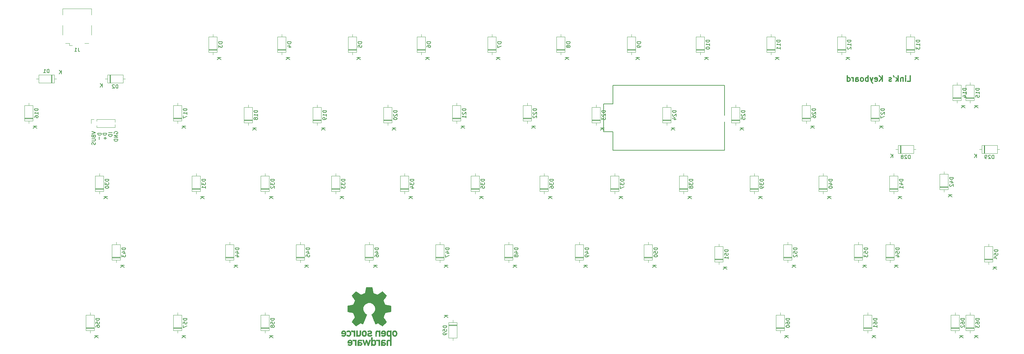
<source format=gbo>
G04 #@! TF.GenerationSoftware,KiCad,Pcbnew,(5.1.6)-1*
G04 #@! TF.CreationDate,2021-05-30T03:28:52+07:00*
G04 #@! TF.ProjectId,LK60 v2,4c4b3630-2076-4322-9e6b-696361645f70,rev?*
G04 #@! TF.SameCoordinates,Original*
G04 #@! TF.FileFunction,Legend,Bot*
G04 #@! TF.FilePolarity,Positive*
%FSLAX46Y46*%
G04 Gerber Fmt 4.6, Leading zero omitted, Abs format (unit mm)*
G04 Created by KiCad (PCBNEW (5.1.6)-1) date 2021-05-30 03:28:52*
%MOMM*%
%LPD*%
G01*
G04 APERTURE LIST*
%ADD10C,0.150000*%
%ADD11C,0.300000*%
%ADD12C,0.010000*%
%ADD13C,0.120000*%
%ADD14O,7.100000X4.100000*%
%ADD15O,1.100000X1.100000*%
%ADD16R,1.100000X1.100000*%
%ADD17C,1.000000*%
%ADD18R,0.600000X2.600000*%
%ADD19R,2.100000X2.600000*%
%ADD20C,1.700000*%
%ADD21R,1.700000X1.700000*%
%ADD22C,2.350000*%
%ADD23C,4.087800*%
%ADD24C,1.850000*%
%ADD25C,3.148000*%
%ADD26O,1.700000X1.700000*%
G04 APERTURE END LIST*
D10*
X29916380Y69460952D02*
X28916380Y69460952D01*
X28916380Y69222857D01*
X28964000Y69080000D01*
X29059238Y68984761D01*
X29154476Y68937142D01*
X29344952Y68889523D01*
X29487809Y68889523D01*
X29678285Y68937142D01*
X29773523Y68984761D01*
X29868761Y69080000D01*
X29916380Y69222857D01*
X29916380Y69460952D01*
X29535428Y68460952D02*
X29535428Y67699047D01*
X29916380Y68080000D02*
X29154476Y68080000D01*
X27487619Y69460952D02*
X28487619Y69460952D01*
X28487619Y69222857D01*
X28440000Y69080000D01*
X28344761Y68984761D01*
X28249523Y68937142D01*
X28059047Y68889523D01*
X27916190Y68889523D01*
X27725714Y68937142D01*
X27630476Y68984761D01*
X27535238Y69080000D01*
X27487619Y69222857D01*
X27487619Y69460952D01*
X27868571Y68460952D02*
X27868571Y67699047D01*
D11*
X248649142Y83649428D02*
X249363428Y83649428D01*
X249363428Y85149428D01*
X248149142Y83649428D02*
X248149142Y84649428D01*
X248149142Y85149428D02*
X248220571Y85078000D01*
X248149142Y85006571D01*
X248077714Y85078000D01*
X248149142Y85149428D01*
X248149142Y85006571D01*
X247434857Y84649428D02*
X247434857Y83649428D01*
X247434857Y84506571D02*
X247363428Y84578000D01*
X247220571Y84649428D01*
X247006285Y84649428D01*
X246863428Y84578000D01*
X246792000Y84435142D01*
X246792000Y83649428D01*
X246077714Y83649428D02*
X246077714Y85149428D01*
X245934857Y84220857D02*
X245506285Y83649428D01*
X245506285Y84649428D02*
X246077714Y84078000D01*
X244792000Y85149428D02*
X244934857Y84863714D01*
X244220571Y83720857D02*
X244077714Y83649428D01*
X243792000Y83649428D01*
X243649142Y83720857D01*
X243577714Y83863714D01*
X243577714Y83935142D01*
X243649142Y84078000D01*
X243792000Y84149428D01*
X244006285Y84149428D01*
X244149142Y84220857D01*
X244220571Y84363714D01*
X244220571Y84435142D01*
X244149142Y84578000D01*
X244006285Y84649428D01*
X243792000Y84649428D01*
X243649142Y84578000D01*
X241792000Y83649428D02*
X241792000Y85149428D01*
X240934857Y83649428D02*
X241577714Y84506571D01*
X240934857Y85149428D02*
X241792000Y84292285D01*
X239720571Y83720857D02*
X239863428Y83649428D01*
X240149142Y83649428D01*
X240292000Y83720857D01*
X240363428Y83863714D01*
X240363428Y84435142D01*
X240292000Y84578000D01*
X240149142Y84649428D01*
X239863428Y84649428D01*
X239720571Y84578000D01*
X239649142Y84435142D01*
X239649142Y84292285D01*
X240363428Y84149428D01*
X239149142Y84649428D02*
X238792000Y83649428D01*
X238434857Y84649428D02*
X238792000Y83649428D01*
X238934857Y83292285D01*
X239006285Y83220857D01*
X239149142Y83149428D01*
X237863428Y83649428D02*
X237863428Y85149428D01*
X237863428Y84578000D02*
X237720571Y84649428D01*
X237434857Y84649428D01*
X237292000Y84578000D01*
X237220571Y84506571D01*
X237149142Y84363714D01*
X237149142Y83935142D01*
X237220571Y83792285D01*
X237292000Y83720857D01*
X237434857Y83649428D01*
X237720571Y83649428D01*
X237863428Y83720857D01*
X236292000Y83649428D02*
X236434857Y83720857D01*
X236506285Y83792285D01*
X236577714Y83935142D01*
X236577714Y84363714D01*
X236506285Y84506571D01*
X236434857Y84578000D01*
X236292000Y84649428D01*
X236077714Y84649428D01*
X235934857Y84578000D01*
X235863428Y84506571D01*
X235792000Y84363714D01*
X235792000Y83935142D01*
X235863428Y83792285D01*
X235934857Y83720857D01*
X236077714Y83649428D01*
X236292000Y83649428D01*
X234506285Y83649428D02*
X234506285Y84435142D01*
X234577714Y84578000D01*
X234720571Y84649428D01*
X235006285Y84649428D01*
X235149142Y84578000D01*
X234506285Y83720857D02*
X234649142Y83649428D01*
X235006285Y83649428D01*
X235149142Y83720857D01*
X235220571Y83863714D01*
X235220571Y84006571D01*
X235149142Y84149428D01*
X235006285Y84220857D01*
X234649142Y84220857D01*
X234506285Y84292285D01*
X233792000Y83649428D02*
X233792000Y84649428D01*
X233792000Y84363714D02*
X233720571Y84506571D01*
X233649142Y84578000D01*
X233506285Y84649428D01*
X233363428Y84649428D01*
X232220571Y83649428D02*
X232220571Y85149428D01*
X232220571Y83720857D02*
X232363428Y83649428D01*
X232649142Y83649428D01*
X232792000Y83720857D01*
X232863428Y83792285D01*
X232934857Y83935142D01*
X232934857Y84363714D01*
X232863428Y84506571D01*
X232792000Y84578000D01*
X232649142Y84649428D01*
X232363428Y84649428D01*
X232220571Y84578000D01*
D10*
X32012000Y69341904D02*
X31964380Y69437142D01*
X31964380Y69580000D01*
X32012000Y69722857D01*
X32107238Y69818095D01*
X32202476Y69865714D01*
X32392952Y69913333D01*
X32535809Y69913333D01*
X32726285Y69865714D01*
X32821523Y69818095D01*
X32916761Y69722857D01*
X32964380Y69580000D01*
X32964380Y69484761D01*
X32916761Y69341904D01*
X32869142Y69294285D01*
X32535809Y69294285D01*
X32535809Y69484761D01*
X32964380Y68865714D02*
X31964380Y68865714D01*
X32964380Y68294285D01*
X31964380Y68294285D01*
X32964380Y67818095D02*
X31964380Y67818095D01*
X31964380Y67580000D01*
X32012000Y67437142D01*
X32107238Y67341904D01*
X32202476Y67294285D01*
X32392952Y67246666D01*
X32535809Y67246666D01*
X32726285Y67294285D01*
X32821523Y67341904D01*
X32916761Y67437142D01*
X32964380Y67580000D01*
X32964380Y67818095D01*
X31440380Y69588000D02*
X30440380Y69588000D01*
X31440380Y69111809D02*
X30440380Y69111809D01*
X30440380Y68873714D01*
X30488000Y68730857D01*
X30583238Y68635619D01*
X30678476Y68588000D01*
X30868952Y68540380D01*
X31011809Y68540380D01*
X31202285Y68588000D01*
X31297523Y68635619D01*
X31392761Y68730857D01*
X31440380Y68873714D01*
X31440380Y69111809D01*
X25868380Y69905333D02*
X26868380Y69572000D01*
X25868380Y69238666D01*
X26344571Y68572000D02*
X26392190Y68429142D01*
X26439809Y68381523D01*
X26535047Y68333904D01*
X26677904Y68333904D01*
X26773142Y68381523D01*
X26820761Y68429142D01*
X26868380Y68524380D01*
X26868380Y68905333D01*
X25868380Y68905333D01*
X25868380Y68572000D01*
X25916000Y68476761D01*
X25963619Y68429142D01*
X26058857Y68381523D01*
X26154095Y68381523D01*
X26249333Y68429142D01*
X26296952Y68476761D01*
X26344571Y68572000D01*
X26344571Y68905333D01*
X25868380Y67905333D02*
X26677904Y67905333D01*
X26773142Y67857714D01*
X26820761Y67810095D01*
X26868380Y67714857D01*
X26868380Y67524380D01*
X26820761Y67429142D01*
X26773142Y67381523D01*
X26677904Y67333904D01*
X25868380Y67333904D01*
X26820761Y66905333D02*
X26868380Y66762476D01*
X26868380Y66524380D01*
X26820761Y66429142D01*
X26773142Y66381523D01*
X26677904Y66333904D01*
X26582666Y66333904D01*
X26487428Y66381523D01*
X26439809Y66429142D01*
X26392190Y66524380D01*
X26344571Y66714857D01*
X26296952Y66810095D01*
X26249333Y66857714D01*
X26154095Y66905333D01*
X26058857Y66905333D01*
X25963619Y66857714D01*
X25916000Y66810095D01*
X25868380Y66714857D01*
X25868380Y66476761D01*
X25916000Y66333904D01*
D12*
G04 #@! TO.C,G\u002A\u002A\u002A*
G36*
X105425966Y12908625D02*
G01*
X105360335Y12906057D01*
X105309342Y12901258D01*
X105267624Y12893768D01*
X105239093Y12886077D01*
X105127979Y12843926D01*
X105038943Y12791551D01*
X104970059Y12727021D01*
X104919397Y12648403D01*
X104885029Y12553769D01*
X104878193Y12524750D01*
X104874156Y12491589D01*
X104870775Y12433443D01*
X104868057Y12350719D01*
X104866012Y12243825D01*
X104864648Y12113169D01*
X104863975Y11959156D01*
X104863900Y11880225D01*
X104863900Y11303000D01*
X105181400Y11303000D01*
X105181400Y11447989D01*
X105236592Y11393823D01*
X105292863Y11349265D01*
X105359007Y11318205D01*
X105439091Y11299428D01*
X105537180Y11291721D01*
X105579407Y11291436D01*
X105641938Y11293598D01*
X105702070Y11298447D01*
X105750637Y11305132D01*
X105767977Y11308966D01*
X105880076Y11351039D01*
X105973714Y11410343D01*
X106048659Y11486698D01*
X106098509Y11566927D01*
X106118444Y11609583D01*
X106130771Y11644590D01*
X106137274Y11680788D01*
X106139736Y11727017D01*
X106139970Y11766824D01*
X105836991Y11766824D01*
X105827822Y11730201D01*
X105803308Y11681938D01*
X105766628Y11645623D01*
X105715174Y11620254D01*
X105646337Y11604825D01*
X105557509Y11598332D01*
X105485808Y11598474D01*
X105414819Y11600811D01*
X105363838Y11604447D01*
X105327482Y11610155D01*
X105300364Y11618704D01*
X105282608Y11627585D01*
X105246138Y11656068D01*
X105219658Y11695830D01*
X105201479Y11750957D01*
X105189910Y11825532D01*
X105186985Y11858625D01*
X105178124Y11976100D01*
X105416414Y11976100D01*
X105512817Y11975195D01*
X105593815Y11972583D01*
X105656391Y11968423D01*
X105697525Y11962874D01*
X105705277Y11960948D01*
X105766896Y11931104D01*
X105810833Y11886080D01*
X105834921Y11829959D01*
X105836991Y11766824D01*
X106139970Y11766824D01*
X106140005Y11772633D01*
X106138909Y11833967D01*
X106134814Y11878942D01*
X106126064Y11916564D01*
X106111005Y11955840D01*
X106103109Y11973452D01*
X106052692Y12055625D01*
X105983658Y12128293D01*
X105902578Y12185214D01*
X105857633Y12206600D01*
X105832251Y12216003D01*
X105806622Y12223298D01*
X105776892Y12228857D01*
X105739207Y12233052D01*
X105689714Y12236255D01*
X105624558Y12238836D01*
X105539886Y12241169D01*
X105486200Y12242421D01*
X105187750Y12249150D01*
X105189567Y12368128D01*
X105192886Y12438742D01*
X105202088Y12489698D01*
X105219806Y12526528D01*
X105248677Y12554763D01*
X105290170Y12579347D01*
X105316594Y12590674D01*
X105346626Y12598136D01*
X105386131Y12602472D01*
X105440973Y12604415D01*
X105492550Y12604747D01*
X105570566Y12604047D01*
X105628436Y12601109D01*
X105671395Y12594680D01*
X105704680Y12583508D01*
X105733526Y12566341D01*
X105763167Y12541927D01*
X105766050Y12539334D01*
X105816658Y12493612D01*
X105937179Y12585799D01*
X105983899Y12621937D01*
X106022182Y12652312D01*
X106048093Y12673750D01*
X106057700Y12683075D01*
X106057700Y12683090D01*
X106051494Y12696181D01*
X106036762Y12720151D01*
X106004228Y12756208D01*
X105954371Y12795492D01*
X105894059Y12833490D01*
X105830161Y12865688D01*
X105793014Y12880326D01*
X105756750Y12891859D01*
X105722050Y12899926D01*
X105683196Y12905121D01*
X105634467Y12908034D01*
X105570145Y12909256D01*
X105511600Y12909422D01*
X105425966Y12908625D01*
G37*
X105425966Y12908625D02*
X105360335Y12906057D01*
X105309342Y12901258D01*
X105267624Y12893768D01*
X105239093Y12886077D01*
X105127979Y12843926D01*
X105038943Y12791551D01*
X104970059Y12727021D01*
X104919397Y12648403D01*
X104885029Y12553769D01*
X104878193Y12524750D01*
X104874156Y12491589D01*
X104870775Y12433443D01*
X104868057Y12350719D01*
X104866012Y12243825D01*
X104864648Y12113169D01*
X104863975Y11959156D01*
X104863900Y11880225D01*
X104863900Y11303000D01*
X105181400Y11303000D01*
X105181400Y11447989D01*
X105236592Y11393823D01*
X105292863Y11349265D01*
X105359007Y11318205D01*
X105439091Y11299428D01*
X105537180Y11291721D01*
X105579407Y11291436D01*
X105641938Y11293598D01*
X105702070Y11298447D01*
X105750637Y11305132D01*
X105767977Y11308966D01*
X105880076Y11351039D01*
X105973714Y11410343D01*
X106048659Y11486698D01*
X106098509Y11566927D01*
X106118444Y11609583D01*
X106130771Y11644590D01*
X106137274Y11680788D01*
X106139736Y11727017D01*
X106139970Y11766824D01*
X105836991Y11766824D01*
X105827822Y11730201D01*
X105803308Y11681938D01*
X105766628Y11645623D01*
X105715174Y11620254D01*
X105646337Y11604825D01*
X105557509Y11598332D01*
X105485808Y11598474D01*
X105414819Y11600811D01*
X105363838Y11604447D01*
X105327482Y11610155D01*
X105300364Y11618704D01*
X105282608Y11627585D01*
X105246138Y11656068D01*
X105219658Y11695830D01*
X105201479Y11750957D01*
X105189910Y11825532D01*
X105186985Y11858625D01*
X105178124Y11976100D01*
X105416414Y11976100D01*
X105512817Y11975195D01*
X105593815Y11972583D01*
X105656391Y11968423D01*
X105697525Y11962874D01*
X105705277Y11960948D01*
X105766896Y11931104D01*
X105810833Y11886080D01*
X105834921Y11829959D01*
X105836991Y11766824D01*
X106139970Y11766824D01*
X106140005Y11772633D01*
X106138909Y11833967D01*
X106134814Y11878942D01*
X106126064Y11916564D01*
X106111005Y11955840D01*
X106103109Y11973452D01*
X106052692Y12055625D01*
X105983658Y12128293D01*
X105902578Y12185214D01*
X105857633Y12206600D01*
X105832251Y12216003D01*
X105806622Y12223298D01*
X105776892Y12228857D01*
X105739207Y12233052D01*
X105689714Y12236255D01*
X105624558Y12238836D01*
X105539886Y12241169D01*
X105486200Y12242421D01*
X105187750Y12249150D01*
X105189567Y12368128D01*
X105192886Y12438742D01*
X105202088Y12489698D01*
X105219806Y12526528D01*
X105248677Y12554763D01*
X105290170Y12579347D01*
X105316594Y12590674D01*
X105346626Y12598136D01*
X105386131Y12602472D01*
X105440973Y12604415D01*
X105492550Y12604747D01*
X105570566Y12604047D01*
X105628436Y12601109D01*
X105671395Y12594680D01*
X105704680Y12583508D01*
X105733526Y12566341D01*
X105763167Y12541927D01*
X105766050Y12539334D01*
X105816658Y12493612D01*
X105937179Y12585799D01*
X105983899Y12621937D01*
X106022182Y12652312D01*
X106048093Y12673750D01*
X106057700Y12683075D01*
X106057700Y12683090D01*
X106051494Y12696181D01*
X106036762Y12720151D01*
X106004228Y12756208D01*
X105954371Y12795492D01*
X105894059Y12833490D01*
X105830161Y12865688D01*
X105793014Y12880326D01*
X105756750Y12891859D01*
X105722050Y12899926D01*
X105683196Y12905121D01*
X105634467Y12908034D01*
X105570145Y12909256D01*
X105511600Y12909422D01*
X105425966Y12908625D01*
G36*
X102171500Y11303000D02*
G01*
X102489000Y11303000D01*
X102489000Y11471056D01*
X102541409Y11423709D01*
X102581510Y11392919D01*
X102632971Y11360568D01*
X102676510Y11337664D01*
X102721710Y11318243D01*
X102762414Y11306003D01*
X102808003Y11298973D01*
X102867855Y11295184D01*
X102881277Y11294680D01*
X102962940Y11294623D01*
X103025823Y11300581D01*
X103054150Y11307305D01*
X103163149Y11355729D01*
X103255417Y11422067D01*
X103329422Y11504616D01*
X103383636Y11601672D01*
X103416299Y11710330D01*
X103426982Y11785112D01*
X103434269Y11875504D01*
X103438295Y11976821D01*
X103439193Y12084087D01*
X103110812Y12084087D01*
X103109466Y12002957D01*
X103105780Y11930653D01*
X103099709Y11874004D01*
X103097036Y11859251D01*
X103074322Y11778155D01*
X103043259Y11717645D01*
X103000432Y11673391D01*
X102942429Y11641061D01*
X102917655Y11631674D01*
X102842003Y11612287D01*
X102771807Y11610875D01*
X102695918Y11626923D01*
X102627889Y11660041D01*
X102571410Y11714422D01*
X102528747Y11787685D01*
X102519170Y11812447D01*
X102510087Y11842673D01*
X102503570Y11876229D01*
X102499231Y11917857D01*
X102496680Y11972295D01*
X102495531Y12044283D01*
X102495350Y12103100D01*
X102496575Y12206382D01*
X102500866Y12288478D01*
X102509147Y12353511D01*
X102522342Y12405604D01*
X102541377Y12448881D01*
X102567174Y12487465D01*
X102586683Y12510521D01*
X102632769Y12550956D01*
X102686941Y12576259D01*
X102755115Y12588585D01*
X102806615Y12590654D01*
X102895950Y12581169D01*
X102969410Y12551909D01*
X103027285Y12502638D01*
X103069870Y12433122D01*
X103093708Y12360323D01*
X103101267Y12312163D01*
X103106667Y12245518D01*
X103109864Y12167217D01*
X103110812Y12084087D01*
X103439193Y12084087D01*
X103439196Y12084375D01*
X103437107Y12193479D01*
X103432166Y12299446D01*
X103424507Y12397590D01*
X103414266Y12483224D01*
X103401580Y12551661D01*
X103390858Y12588053D01*
X103343116Y12679964D01*
X103275041Y12761747D01*
X103190934Y12829474D01*
X103095092Y12879217D01*
X103058085Y12892106D01*
X102944736Y12914099D01*
X102832990Y12910749D01*
X102722893Y12882066D01*
X102614488Y12828058D01*
X102556080Y12787924D01*
X102489000Y12737278D01*
X102489000Y13538200D01*
X102171500Y13538200D01*
X102171500Y11303000D01*
G37*
X102171500Y11303000D02*
X102489000Y11303000D01*
X102489000Y11471056D01*
X102541409Y11423709D01*
X102581510Y11392919D01*
X102632971Y11360568D01*
X102676510Y11337664D01*
X102721710Y11318243D01*
X102762414Y11306003D01*
X102808003Y11298973D01*
X102867855Y11295184D01*
X102881277Y11294680D01*
X102962940Y11294623D01*
X103025823Y11300581D01*
X103054150Y11307305D01*
X103163149Y11355729D01*
X103255417Y11422067D01*
X103329422Y11504616D01*
X103383636Y11601672D01*
X103416299Y11710330D01*
X103426982Y11785112D01*
X103434269Y11875504D01*
X103438295Y11976821D01*
X103439193Y12084087D01*
X103110812Y12084087D01*
X103109466Y12002957D01*
X103105780Y11930653D01*
X103099709Y11874004D01*
X103097036Y11859251D01*
X103074322Y11778155D01*
X103043259Y11717645D01*
X103000432Y11673391D01*
X102942429Y11641061D01*
X102917655Y11631674D01*
X102842003Y11612287D01*
X102771807Y11610875D01*
X102695918Y11626923D01*
X102627889Y11660041D01*
X102571410Y11714422D01*
X102528747Y11787685D01*
X102519170Y11812447D01*
X102510087Y11842673D01*
X102503570Y11876229D01*
X102499231Y11917857D01*
X102496680Y11972295D01*
X102495531Y12044283D01*
X102495350Y12103100D01*
X102496575Y12206382D01*
X102500866Y12288478D01*
X102509147Y12353511D01*
X102522342Y12405604D01*
X102541377Y12448881D01*
X102567174Y12487465D01*
X102586683Y12510521D01*
X102632769Y12550956D01*
X102686941Y12576259D01*
X102755115Y12588585D01*
X102806615Y12590654D01*
X102895950Y12581169D01*
X102969410Y12551909D01*
X103027285Y12502638D01*
X103069870Y12433122D01*
X103093708Y12360323D01*
X103101267Y12312163D01*
X103106667Y12245518D01*
X103109864Y12167217D01*
X103110812Y12084087D01*
X103439193Y12084087D01*
X103439196Y12084375D01*
X103437107Y12193479D01*
X103432166Y12299446D01*
X103424507Y12397590D01*
X103414266Y12483224D01*
X103401580Y12551661D01*
X103390858Y12588053D01*
X103343116Y12679964D01*
X103275041Y12761747D01*
X103190934Y12829474D01*
X103095092Y12879217D01*
X103058085Y12892106D01*
X102944736Y12914099D01*
X102832990Y12910749D01*
X102722893Y12882066D01*
X102614488Y12828058D01*
X102556080Y12787924D01*
X102489000Y12737278D01*
X102489000Y13538200D01*
X102171500Y13538200D01*
X102171500Y11303000D01*
G36*
X99023214Y12914166D02*
G01*
X98905970Y12902299D01*
X98797169Y12878936D01*
X98710504Y12847571D01*
X98645314Y12809926D01*
X98582769Y12760106D01*
X98530434Y12704901D01*
X98499185Y12657950D01*
X98485506Y12629187D01*
X98474014Y12599444D01*
X98464519Y12566307D01*
X98456835Y12527360D01*
X98450773Y12480188D01*
X98446145Y12422377D01*
X98442762Y12351510D01*
X98440438Y12265174D01*
X98438983Y12160954D01*
X98438210Y12036433D01*
X98437930Y11889197D01*
X98437921Y11871325D01*
X98437700Y11303000D01*
X98767900Y11303000D01*
X98767900Y11443584D01*
X98805908Y11400296D01*
X98850073Y11359532D01*
X98903219Y11329884D01*
X98969532Y11309983D01*
X99053201Y11298462D01*
X99129850Y11294498D01*
X99220801Y11294098D01*
X99290861Y11298473D01*
X99344141Y11307898D01*
X99348917Y11309188D01*
X99455463Y11350384D01*
X99548303Y11409320D01*
X99624234Y11483487D01*
X99678946Y11568095D01*
X99695126Y11603562D01*
X99705433Y11635411D01*
X99711159Y11671184D01*
X99713598Y11718422D01*
X99714050Y11772900D01*
X99713757Y11797682D01*
X99414924Y11797682D01*
X99407451Y11738964D01*
X99380524Y11685259D01*
X99342303Y11647967D01*
X99305984Y11626319D01*
X99264886Y11611540D01*
X99213840Y11602715D01*
X99147673Y11598930D01*
X99066350Y11599166D01*
X98993411Y11601565D01*
X98940257Y11605895D01*
X98901301Y11612905D01*
X98870955Y11623347D01*
X98864714Y11626260D01*
X98823491Y11654552D01*
X98794752Y11694925D01*
X98777074Y11750915D01*
X98769032Y11826059D01*
X98768179Y11865912D01*
X98767900Y11977973D01*
X99025075Y11973862D01*
X99115394Y11972127D01*
X99184064Y11969970D01*
X99234836Y11967055D01*
X99271461Y11963041D01*
X99297691Y11957592D01*
X99317277Y11950369D01*
X99324087Y11946909D01*
X99372894Y11907354D01*
X99403289Y11855712D01*
X99414924Y11797682D01*
X99713757Y11797682D01*
X99713295Y11836653D01*
X99710208Y11882612D01*
X99703561Y11918357D01*
X99692124Y11951470D01*
X99681103Y11976100D01*
X99627452Y12061111D01*
X99553672Y12134460D01*
X99463835Y12192186D01*
X99453700Y12197150D01*
X99371150Y12236450D01*
X99069525Y12240633D01*
X98767900Y12244815D01*
X98767948Y12361283D01*
X98771288Y12437898D01*
X98783037Y12497049D01*
X98805889Y12540847D01*
X98842541Y12571400D01*
X98895688Y12590818D01*
X98968026Y12601212D01*
X99062252Y12604691D01*
X99079050Y12604747D01*
X99149086Y12604302D01*
X99199347Y12602472D01*
X99235450Y12598524D01*
X99263013Y12591721D01*
X99287651Y12581329D01*
X99297701Y12576134D01*
X99332983Y12553423D01*
X99359311Y12529631D01*
X99365350Y12521174D01*
X99382319Y12503181D01*
X99396095Y12501218D01*
X99416550Y12513021D01*
X99449293Y12536081D01*
X99489445Y12566478D01*
X99532131Y12600291D01*
X99572470Y12633600D01*
X99605586Y12662486D01*
X99626601Y12683027D01*
X99631500Y12690410D01*
X99621751Y12709684D01*
X99596032Y12738229D01*
X99559641Y12771427D01*
X99517872Y12804657D01*
X99476023Y12833301D01*
X99452191Y12846816D01*
X99363391Y12880864D01*
X99258147Y12903443D01*
X99142680Y12914546D01*
X99023214Y12914166D01*
G37*
X99023214Y12914166D02*
X98905970Y12902299D01*
X98797169Y12878936D01*
X98710504Y12847571D01*
X98645314Y12809926D01*
X98582769Y12760106D01*
X98530434Y12704901D01*
X98499185Y12657950D01*
X98485506Y12629187D01*
X98474014Y12599444D01*
X98464519Y12566307D01*
X98456835Y12527360D01*
X98450773Y12480188D01*
X98446145Y12422377D01*
X98442762Y12351510D01*
X98440438Y12265174D01*
X98438983Y12160954D01*
X98438210Y12036433D01*
X98437930Y11889197D01*
X98437921Y11871325D01*
X98437700Y11303000D01*
X98767900Y11303000D01*
X98767900Y11443584D01*
X98805908Y11400296D01*
X98850073Y11359532D01*
X98903219Y11329884D01*
X98969532Y11309983D01*
X99053201Y11298462D01*
X99129850Y11294498D01*
X99220801Y11294098D01*
X99290861Y11298473D01*
X99344141Y11307898D01*
X99348917Y11309188D01*
X99455463Y11350384D01*
X99548303Y11409320D01*
X99624234Y11483487D01*
X99678946Y11568095D01*
X99695126Y11603562D01*
X99705433Y11635411D01*
X99711159Y11671184D01*
X99713598Y11718422D01*
X99714050Y11772900D01*
X99713757Y11797682D01*
X99414924Y11797682D01*
X99407451Y11738964D01*
X99380524Y11685259D01*
X99342303Y11647967D01*
X99305984Y11626319D01*
X99264886Y11611540D01*
X99213840Y11602715D01*
X99147673Y11598930D01*
X99066350Y11599166D01*
X98993411Y11601565D01*
X98940257Y11605895D01*
X98901301Y11612905D01*
X98870955Y11623347D01*
X98864714Y11626260D01*
X98823491Y11654552D01*
X98794752Y11694925D01*
X98777074Y11750915D01*
X98769032Y11826059D01*
X98768179Y11865912D01*
X98767900Y11977973D01*
X99025075Y11973862D01*
X99115394Y11972127D01*
X99184064Y11969970D01*
X99234836Y11967055D01*
X99271461Y11963041D01*
X99297691Y11957592D01*
X99317277Y11950369D01*
X99324087Y11946909D01*
X99372894Y11907354D01*
X99403289Y11855712D01*
X99414924Y11797682D01*
X99713757Y11797682D01*
X99713295Y11836653D01*
X99710208Y11882612D01*
X99703561Y11918357D01*
X99692124Y11951470D01*
X99681103Y11976100D01*
X99627452Y12061111D01*
X99553672Y12134460D01*
X99463835Y12192186D01*
X99453700Y12197150D01*
X99371150Y12236450D01*
X99069525Y12240633D01*
X98767900Y12244815D01*
X98767948Y12361283D01*
X98771288Y12437898D01*
X98783037Y12497049D01*
X98805889Y12540847D01*
X98842541Y12571400D01*
X98895688Y12590818D01*
X98968026Y12601212D01*
X99062252Y12604691D01*
X99079050Y12604747D01*
X99149086Y12604302D01*
X99199347Y12602472D01*
X99235450Y12598524D01*
X99263013Y12591721D01*
X99287651Y12581329D01*
X99297701Y12576134D01*
X99332983Y12553423D01*
X99359311Y12529631D01*
X99365350Y12521174D01*
X99382319Y12503181D01*
X99396095Y12501218D01*
X99416550Y12513021D01*
X99449293Y12536081D01*
X99489445Y12566478D01*
X99532131Y12600291D01*
X99572470Y12633600D01*
X99605586Y12662486D01*
X99626601Y12683027D01*
X99631500Y12690410D01*
X99621751Y12709684D01*
X99596032Y12738229D01*
X99559641Y12771427D01*
X99517872Y12804657D01*
X99476023Y12833301D01*
X99452191Y12846816D01*
X99363391Y12880864D01*
X99258147Y12903443D01*
X99142680Y12914546D01*
X99023214Y12914166D01*
G36*
X96258344Y12909015D02*
G01*
X96137579Y12879346D01*
X96025063Y12826062D01*
X95922082Y12749516D01*
X95896773Y12725595D01*
X95834313Y12656671D01*
X95786161Y12585987D01*
X95750857Y12509216D01*
X95726941Y12422031D01*
X95712952Y12320106D01*
X95707430Y12199114D01*
X95707200Y12163932D01*
X95707200Y11976100D01*
X96698284Y11976100D01*
X96692424Y11947525D01*
X96686494Y11915962D01*
X96679519Y11875444D01*
X96678422Y11868741D01*
X96652985Y11785287D01*
X96607329Y11714965D01*
X96543913Y11659475D01*
X96465199Y11620514D01*
X96373647Y11599783D01*
X96286059Y11597860D01*
X96192307Y11612386D01*
X96107829Y11644975D01*
X96024482Y11698777D01*
X96023720Y11699361D01*
X95965590Y11743982D01*
X95855445Y11649486D01*
X95811744Y11611133D01*
X95776249Y11578345D01*
X95752836Y11554813D01*
X95745300Y11544570D01*
X95754050Y11531629D01*
X95777233Y11506734D01*
X95810250Y11474753D01*
X95818325Y11467296D01*
X95917002Y11393761D01*
X96032738Y11337451D01*
X96119444Y11309840D01*
X96186267Y11298288D01*
X96268308Y11292558D01*
X96356067Y11292635D01*
X96440043Y11298507D01*
X96510732Y11310158D01*
X96511810Y11310417D01*
X96631213Y11351646D01*
X96736456Y11413532D01*
X96826488Y11494978D01*
X96900257Y11594888D01*
X96956714Y11712163D01*
X96985739Y11805471D01*
X96997614Y11872618D01*
X97005401Y11957606D01*
X97009097Y12053208D01*
X97008702Y12152196D01*
X97004214Y12247342D01*
X97002192Y12267152D01*
X96689962Y12267152D01*
X96687625Y12249581D01*
X96687407Y12249340D01*
X96673451Y12247581D01*
X96637522Y12246000D01*
X96583047Y12244665D01*
X96513452Y12243643D01*
X96432165Y12243000D01*
X96351342Y12242800D01*
X96021816Y12242800D01*
X96030751Y12303125D01*
X96054338Y12393566D01*
X96095104Y12472626D01*
X96150232Y12536673D01*
X96216902Y12582072D01*
X96259829Y12598450D01*
X96329404Y12608702D01*
X96406450Y12605494D01*
X96479240Y12589900D01*
X96516147Y12574966D01*
X96579140Y12530145D01*
X96631223Y12468497D01*
X96656402Y12421485D01*
X96668406Y12385962D01*
X96678942Y12343176D01*
X96686597Y12300961D01*
X96689962Y12267152D01*
X97002192Y12267152D01*
X96995632Y12331420D01*
X96985849Y12385721D01*
X96944941Y12513895D01*
X96886631Y12627340D01*
X96812570Y12724247D01*
X96724410Y12802808D01*
X96623804Y12861217D01*
X96519483Y12896102D01*
X96386074Y12914718D01*
X96258344Y12909015D01*
G37*
X96258344Y12909015D02*
X96137579Y12879346D01*
X96025063Y12826062D01*
X95922082Y12749516D01*
X95896773Y12725595D01*
X95834313Y12656671D01*
X95786161Y12585987D01*
X95750857Y12509216D01*
X95726941Y12422031D01*
X95712952Y12320106D01*
X95707430Y12199114D01*
X95707200Y12163932D01*
X95707200Y11976100D01*
X96698284Y11976100D01*
X96692424Y11947525D01*
X96686494Y11915962D01*
X96679519Y11875444D01*
X96678422Y11868741D01*
X96652985Y11785287D01*
X96607329Y11714965D01*
X96543913Y11659475D01*
X96465199Y11620514D01*
X96373647Y11599783D01*
X96286059Y11597860D01*
X96192307Y11612386D01*
X96107829Y11644975D01*
X96024482Y11698777D01*
X96023720Y11699361D01*
X95965590Y11743982D01*
X95855445Y11649486D01*
X95811744Y11611133D01*
X95776249Y11578345D01*
X95752836Y11554813D01*
X95745300Y11544570D01*
X95754050Y11531629D01*
X95777233Y11506734D01*
X95810250Y11474753D01*
X95818325Y11467296D01*
X95917002Y11393761D01*
X96032738Y11337451D01*
X96119444Y11309840D01*
X96186267Y11298288D01*
X96268308Y11292558D01*
X96356067Y11292635D01*
X96440043Y11298507D01*
X96510732Y11310158D01*
X96511810Y11310417D01*
X96631213Y11351646D01*
X96736456Y11413532D01*
X96826488Y11494978D01*
X96900257Y11594888D01*
X96956714Y11712163D01*
X96985739Y11805471D01*
X96997614Y11872618D01*
X97005401Y11957606D01*
X97009097Y12053208D01*
X97008702Y12152196D01*
X97004214Y12247342D01*
X97002192Y12267152D01*
X96689962Y12267152D01*
X96687625Y12249581D01*
X96687407Y12249340D01*
X96673451Y12247581D01*
X96637522Y12246000D01*
X96583047Y12244665D01*
X96513452Y12243643D01*
X96432165Y12243000D01*
X96351342Y12242800D01*
X96021816Y12242800D01*
X96030751Y12303125D01*
X96054338Y12393566D01*
X96095104Y12472626D01*
X96150232Y12536673D01*
X96216902Y12582072D01*
X96259829Y12598450D01*
X96329404Y12608702D01*
X96406450Y12605494D01*
X96479240Y12589900D01*
X96516147Y12574966D01*
X96579140Y12530145D01*
X96631223Y12468497D01*
X96656402Y12421485D01*
X96668406Y12385962D01*
X96678942Y12343176D01*
X96686597Y12300961D01*
X96689962Y12267152D01*
X97002192Y12267152D01*
X96995632Y12331420D01*
X96985849Y12385721D01*
X96944941Y12513895D01*
X96886631Y12627340D01*
X96812570Y12724247D01*
X96724410Y12802808D01*
X96623804Y12861217D01*
X96519483Y12896102D01*
X96386074Y12914718D01*
X96258344Y12909015D01*
G36*
X106765799Y15407949D02*
G01*
X106663866Y15369035D01*
X106572383Y15310720D01*
X106517784Y15259788D01*
X106478749Y15214124D01*
X106447130Y15169017D01*
X106422178Y15121172D01*
X106403146Y15067296D01*
X106389286Y15004095D01*
X106379852Y14928277D01*
X106374095Y14836547D01*
X106371268Y14725613D01*
X106370610Y14611350D01*
X106371269Y14490757D01*
X106373556Y14391968D01*
X106377939Y14311412D01*
X106384884Y14245521D01*
X106394856Y14190724D01*
X106408322Y14143451D01*
X106425748Y14100134D01*
X106441535Y14068399D01*
X106502746Y13979309D01*
X106581415Y13905882D01*
X106673627Y13850052D01*
X106775469Y13813755D01*
X106883027Y13798926D01*
X106975177Y13804515D01*
X107070804Y13829130D01*
X107164810Y13870922D01*
X107246998Y13925111D01*
X107264576Y13940101D01*
X107315000Y13985656D01*
X107315000Y12735145D01*
X107262592Y12782492D01*
X107174727Y12845269D01*
X107073177Y12888888D01*
X106963106Y12911218D01*
X106947649Y12912501D01*
X106829024Y12909679D01*
X106721097Y12883925D01*
X106622893Y12834866D01*
X106533437Y12762129D01*
X106520669Y12749106D01*
X106454640Y12667381D01*
X106409250Y12579992D01*
X106381304Y12480141D01*
X106374724Y12438515D01*
X106371492Y12399565D01*
X106368830Y12337902D01*
X106366779Y12256205D01*
X106365381Y12157156D01*
X106364678Y12043435D01*
X106364711Y11917723D01*
X106365196Y11823700D01*
X106368850Y11309350D01*
X106530255Y11305800D01*
X106691660Y11302249D01*
X106695355Y11839200D01*
X106696294Y11970194D01*
X106697226Y12078264D01*
X106698283Y12165887D01*
X106699595Y12235536D01*
X106701293Y12289689D01*
X106703508Y12330821D01*
X106706372Y12361408D01*
X106710015Y12383926D01*
X106714569Y12400849D01*
X106720164Y12414655D01*
X106726462Y12426950D01*
X106778780Y12500495D01*
X106844330Y12552678D01*
X106921973Y12582795D01*
X106991150Y12590525D01*
X107085468Y12580753D01*
X107165422Y12550068D01*
X107230924Y12498520D01*
X107280824Y12428153D01*
X107287613Y12414791D01*
X107293220Y12400805D01*
X107297776Y12383714D01*
X107301415Y12361035D01*
X107304269Y12330289D01*
X107306471Y12288994D01*
X107308155Y12234669D01*
X107309453Y12164832D01*
X107310498Y12077002D01*
X107311422Y11968697D01*
X107312345Y11839575D01*
X107316039Y11303000D01*
X107472153Y11303000D01*
X107532741Y11303653D01*
X107583804Y11305432D01*
X107620137Y11308069D01*
X107636533Y11311298D01*
X107636734Y11311467D01*
X107637670Y11324891D01*
X107638577Y11362367D01*
X107639449Y11422546D01*
X107640281Y11504081D01*
X107641068Y11605624D01*
X107641803Y11725825D01*
X107642482Y11863339D01*
X107643098Y12016815D01*
X107643646Y12184906D01*
X107644121Y12366264D01*
X107644516Y12559541D01*
X107644827Y12763388D01*
X107645048Y12976458D01*
X107645173Y13197402D01*
X107645200Y13362517D01*
X107645200Y14617458D01*
X107312936Y14617458D01*
X107310735Y14528069D01*
X107305090Y14443456D01*
X107296171Y14370417D01*
X107284146Y14315750D01*
X107284029Y14315376D01*
X107254501Y14252224D01*
X107210730Y14196530D01*
X107158845Y14155046D01*
X107123901Y14138973D01*
X107067589Y14127881D01*
X106999675Y14124216D01*
X106932899Y14128149D01*
X106892378Y14135864D01*
X106829302Y14166029D01*
X106774263Y14217459D01*
X106731283Y14286340D01*
X106729338Y14290583D01*
X106718787Y14315495D01*
X106711033Y14339456D01*
X106705646Y14366859D01*
X106702195Y14402096D01*
X106700251Y14449559D01*
X106699382Y14513641D01*
X106699159Y14598650D01*
X106699895Y14701780D01*
X106702671Y14783408D01*
X106708182Y14847396D01*
X106717126Y14897606D01*
X106730197Y14937901D01*
X106748092Y14972142D01*
X106771507Y15004193D01*
X106772450Y15005341D01*
X106824921Y15054216D01*
X106888493Y15084781D01*
X106967294Y15098722D01*
X107004335Y15100022D01*
X107092575Y15091515D01*
X107164372Y15064689D01*
X107220943Y15018491D01*
X107263503Y14951868D01*
X107293265Y14863767D01*
X107297198Y14846300D01*
X107306337Y14783372D01*
X107311527Y14704826D01*
X107312936Y14617458D01*
X107645200Y14617458D01*
X107645200Y15405100D01*
X107315000Y15405100D01*
X107315000Y15328050D01*
X107315001Y15251000D01*
X107260138Y15295956D01*
X107174948Y15352334D01*
X107076065Y15395636D01*
X106980084Y15420306D01*
X106872949Y15425645D01*
X106765799Y15407949D01*
G37*
X106765799Y15407949D02*
X106663866Y15369035D01*
X106572383Y15310720D01*
X106517784Y15259788D01*
X106478749Y15214124D01*
X106447130Y15169017D01*
X106422178Y15121172D01*
X106403146Y15067296D01*
X106389286Y15004095D01*
X106379852Y14928277D01*
X106374095Y14836547D01*
X106371268Y14725613D01*
X106370610Y14611350D01*
X106371269Y14490757D01*
X106373556Y14391968D01*
X106377939Y14311412D01*
X106384884Y14245521D01*
X106394856Y14190724D01*
X106408322Y14143451D01*
X106425748Y14100134D01*
X106441535Y14068399D01*
X106502746Y13979309D01*
X106581415Y13905882D01*
X106673627Y13850052D01*
X106775469Y13813755D01*
X106883027Y13798926D01*
X106975177Y13804515D01*
X107070804Y13829130D01*
X107164810Y13870922D01*
X107246998Y13925111D01*
X107264576Y13940101D01*
X107315000Y13985656D01*
X107315000Y12735145D01*
X107262592Y12782492D01*
X107174727Y12845269D01*
X107073177Y12888888D01*
X106963106Y12911218D01*
X106947649Y12912501D01*
X106829024Y12909679D01*
X106721097Y12883925D01*
X106622893Y12834866D01*
X106533437Y12762129D01*
X106520669Y12749106D01*
X106454640Y12667381D01*
X106409250Y12579992D01*
X106381304Y12480141D01*
X106374724Y12438515D01*
X106371492Y12399565D01*
X106368830Y12337902D01*
X106366779Y12256205D01*
X106365381Y12157156D01*
X106364678Y12043435D01*
X106364711Y11917723D01*
X106365196Y11823700D01*
X106368850Y11309350D01*
X106530255Y11305800D01*
X106691660Y11302249D01*
X106695355Y11839200D01*
X106696294Y11970194D01*
X106697226Y12078264D01*
X106698283Y12165887D01*
X106699595Y12235536D01*
X106701293Y12289689D01*
X106703508Y12330821D01*
X106706372Y12361408D01*
X106710015Y12383926D01*
X106714569Y12400849D01*
X106720164Y12414655D01*
X106726462Y12426950D01*
X106778780Y12500495D01*
X106844330Y12552678D01*
X106921973Y12582795D01*
X106991150Y12590525D01*
X107085468Y12580753D01*
X107165422Y12550068D01*
X107230924Y12498520D01*
X107280824Y12428153D01*
X107287613Y12414791D01*
X107293220Y12400805D01*
X107297776Y12383714D01*
X107301415Y12361035D01*
X107304269Y12330289D01*
X107306471Y12288994D01*
X107308155Y12234669D01*
X107309453Y12164832D01*
X107310498Y12077002D01*
X107311422Y11968697D01*
X107312345Y11839575D01*
X107316039Y11303000D01*
X107472153Y11303000D01*
X107532741Y11303653D01*
X107583804Y11305432D01*
X107620137Y11308069D01*
X107636533Y11311298D01*
X107636734Y11311467D01*
X107637670Y11324891D01*
X107638577Y11362367D01*
X107639449Y11422546D01*
X107640281Y11504081D01*
X107641068Y11605624D01*
X107641803Y11725825D01*
X107642482Y11863339D01*
X107643098Y12016815D01*
X107643646Y12184906D01*
X107644121Y12366264D01*
X107644516Y12559541D01*
X107644827Y12763388D01*
X107645048Y12976458D01*
X107645173Y13197402D01*
X107645200Y13362517D01*
X107645200Y14617458D01*
X107312936Y14617458D01*
X107310735Y14528069D01*
X107305090Y14443456D01*
X107296171Y14370417D01*
X107284146Y14315750D01*
X107284029Y14315376D01*
X107254501Y14252224D01*
X107210730Y14196530D01*
X107158845Y14155046D01*
X107123901Y14138973D01*
X107067589Y14127881D01*
X106999675Y14124216D01*
X106932899Y14128149D01*
X106892378Y14135864D01*
X106829302Y14166029D01*
X106774263Y14217459D01*
X106731283Y14286340D01*
X106729338Y14290583D01*
X106718787Y14315495D01*
X106711033Y14339456D01*
X106705646Y14366859D01*
X106702195Y14402096D01*
X106700251Y14449559D01*
X106699382Y14513641D01*
X106699159Y14598650D01*
X106699895Y14701780D01*
X106702671Y14783408D01*
X106708182Y14847396D01*
X106717126Y14897606D01*
X106730197Y14937901D01*
X106748092Y14972142D01*
X106771507Y15004193D01*
X106772450Y15005341D01*
X106824921Y15054216D01*
X106888493Y15084781D01*
X106967294Y15098722D01*
X107004335Y15100022D01*
X107092575Y15091515D01*
X107164372Y15064689D01*
X107220943Y15018491D01*
X107263503Y14951868D01*
X107293265Y14863767D01*
X107297198Y14846300D01*
X107306337Y14783372D01*
X107311527Y14704826D01*
X107312936Y14617458D01*
X107645200Y14617458D01*
X107645200Y15405100D01*
X107315000Y15405100D01*
X107315000Y15328050D01*
X107315001Y15251000D01*
X107260138Y15295956D01*
X107174948Y15352334D01*
X107076065Y15395636D01*
X106980084Y15420306D01*
X106872949Y15425645D01*
X106765799Y15407949D01*
G36*
X103722275Y12908959D02*
G01*
X103677667Y12906215D01*
X103642703Y12899866D01*
X103609510Y12888460D01*
X103570215Y12870544D01*
X103568500Y12869717D01*
X103524034Y12847378D01*
X103486380Y12826893D01*
X103463594Y12812648D01*
X103463414Y12812510D01*
X103456413Y12806388D01*
X103453128Y12799196D01*
X103455240Y12788495D01*
X103464427Y12771848D01*
X103482368Y12746818D01*
X103510743Y12710967D01*
X103551230Y12661857D01*
X103605510Y12597052D01*
X103640505Y12555435D01*
X103671306Y12518820D01*
X103736946Y12554546D01*
X103816855Y12584812D01*
X103900219Y12592838D01*
X103981790Y12579263D01*
X104056315Y12544723D01*
X104099327Y12510526D01*
X104120532Y12489282D01*
X104138178Y12468733D01*
X104152594Y12446417D01*
X104164105Y12419876D01*
X104173037Y12386651D01*
X104179718Y12344282D01*
X104184473Y12290309D01*
X104187630Y12222273D01*
X104189514Y12137716D01*
X104190452Y12034176D01*
X104190771Y11909196D01*
X104190800Y11821438D01*
X104190800Y11303000D01*
X104349949Y11303000D01*
X104422668Y11303824D01*
X104472649Y11306462D01*
X104502505Y11311165D01*
X104514850Y11318185D01*
X104515167Y11318875D01*
X104516192Y11334085D01*
X104517057Y11372467D01*
X104517755Y11431795D01*
X104518278Y11509840D01*
X104518618Y11604376D01*
X104518768Y11713175D01*
X104518720Y11834011D01*
X104518465Y11964655D01*
X104517997Y12102882D01*
X104517944Y12115800D01*
X104514650Y12896850D01*
X104197150Y12896850D01*
X104193346Y12816567D01*
X104189541Y12736283D01*
X104137763Y12783061D01*
X104098371Y12813318D01*
X104047314Y12845557D01*
X104001867Y12869695D01*
X103961362Y12887925D01*
X103927443Y12899566D01*
X103892150Y12906078D01*
X103847521Y12908919D01*
X103785593Y12909550D01*
X103784400Y12909550D01*
X103722275Y12908959D01*
G37*
X103722275Y12908959D02*
X103677667Y12906215D01*
X103642703Y12899866D01*
X103609510Y12888460D01*
X103570215Y12870544D01*
X103568500Y12869717D01*
X103524034Y12847378D01*
X103486380Y12826893D01*
X103463594Y12812648D01*
X103463414Y12812510D01*
X103456413Y12806388D01*
X103453128Y12799196D01*
X103455240Y12788495D01*
X103464427Y12771848D01*
X103482368Y12746818D01*
X103510743Y12710967D01*
X103551230Y12661857D01*
X103605510Y12597052D01*
X103640505Y12555435D01*
X103671306Y12518820D01*
X103736946Y12554546D01*
X103816855Y12584812D01*
X103900219Y12592838D01*
X103981790Y12579263D01*
X104056315Y12544723D01*
X104099327Y12510526D01*
X104120532Y12489282D01*
X104138178Y12468733D01*
X104152594Y12446417D01*
X104164105Y12419876D01*
X104173037Y12386651D01*
X104179718Y12344282D01*
X104184473Y12290309D01*
X104187630Y12222273D01*
X104189514Y12137716D01*
X104190452Y12034176D01*
X104190771Y11909196D01*
X104190800Y11821438D01*
X104190800Y11303000D01*
X104349949Y11303000D01*
X104422668Y11303824D01*
X104472649Y11306462D01*
X104502505Y11311165D01*
X104514850Y11318185D01*
X104515167Y11318875D01*
X104516192Y11334085D01*
X104517057Y11372467D01*
X104517755Y11431795D01*
X104518278Y11509840D01*
X104518618Y11604376D01*
X104518768Y11713175D01*
X104518720Y11834011D01*
X104518465Y11964655D01*
X104517997Y12102882D01*
X104517944Y12115800D01*
X104514650Y12896850D01*
X104197150Y12896850D01*
X104193346Y12816567D01*
X104189541Y12736283D01*
X104137763Y12783061D01*
X104098371Y12813318D01*
X104047314Y12845557D01*
X104001867Y12869695D01*
X103961362Y12887925D01*
X103927443Y12899566D01*
X103892150Y12906078D01*
X103847521Y12908919D01*
X103785593Y12909550D01*
X103784400Y12909550D01*
X103722275Y12908959D01*
G36*
X101768427Y12902398D02*
G01*
X101715734Y12900204D01*
X101677617Y12896935D01*
X101659043Y12892912D01*
X101658164Y12892140D01*
X101653493Y12877930D01*
X101642892Y12841749D01*
X101627071Y12786142D01*
X101606743Y12713653D01*
X101582618Y12626829D01*
X101555407Y12528213D01*
X101525821Y12420351D01*
X101504667Y12342865D01*
X101473942Y12230141D01*
X101445238Y12124891D01*
X101419251Y12029666D01*
X101396679Y11947015D01*
X101378217Y11879486D01*
X101364563Y11829630D01*
X101356411Y11799994D01*
X101354366Y11792690D01*
X101349638Y11800761D01*
X101338328Y11829868D01*
X101321552Y11876840D01*
X101300424Y11938507D01*
X101276060Y12011699D01*
X101259464Y12062565D01*
X101225738Y12166718D01*
X101187430Y12285020D01*
X101147677Y12407785D01*
X101109617Y12525325D01*
X101077730Y12623800D01*
X100987259Y12903200D01*
X100874257Y12903200D01*
X100819939Y12902726D01*
X100785534Y12900469D01*
X100765559Y12895182D01*
X100754534Y12885618D01*
X100748725Y12874625D01*
X100742235Y12856721D01*
X100728845Y12817305D01*
X100709431Y12759048D01*
X100684874Y12684618D01*
X100656050Y12596682D01*
X100623841Y12497911D01*
X100589123Y12390971D01*
X100569943Y12331700D01*
X100534491Y12222266D01*
X100501279Y12120222D01*
X100471151Y12028129D01*
X100444952Y11948546D01*
X100423527Y11884034D01*
X100407719Y11837152D01*
X100398373Y11810459D01*
X100396279Y11805287D01*
X100390325Y11811936D01*
X100379542Y11838908D01*
X100365444Y11881931D01*
X100349544Y11936733D01*
X100349022Y11938637D01*
X100335668Y11987368D01*
X100316790Y12056250D01*
X100293579Y12140934D01*
X100267227Y12237075D01*
X100238925Y12340326D01*
X100209864Y12446340D01*
X100196902Y12493625D01*
X100084625Y12903200D01*
X99915213Y12903200D01*
X99852941Y12902816D01*
X99800969Y12901764D01*
X99763951Y12900193D01*
X99746543Y12898254D01*
X99745800Y12897742D01*
X99749565Y12885024D01*
X99760429Y12850135D01*
X99777754Y12795096D01*
X99800896Y12721926D01*
X99829216Y12632646D01*
X99862072Y12529277D01*
X99898823Y12413839D01*
X99938828Y12288352D01*
X99981445Y12154836D01*
X99998702Y12100817D01*
X100251603Y11309350D01*
X100538261Y11309350D01*
X100691932Y11823700D01*
X100725164Y11934986D01*
X100756521Y12040100D01*
X100785170Y12136240D01*
X100810277Y12220604D01*
X100831008Y12290389D01*
X100846530Y12342792D01*
X100856008Y12375013D01*
X100858171Y12382500D01*
X100861727Y12392283D01*
X100865956Y12395860D01*
X100871569Y12391244D01*
X100879274Y12376447D01*
X100889783Y12349482D01*
X100903804Y12308361D01*
X100922047Y12251097D01*
X100945222Y12175702D01*
X100974040Y12080189D01*
X101009209Y11962570D01*
X101014643Y11944350D01*
X101047349Y11834727D01*
X101078704Y11729749D01*
X101107753Y11632604D01*
X101133541Y11546477D01*
X101155114Y11474556D01*
X101171519Y11420028D01*
X101181800Y11386078D01*
X101182934Y11382375D01*
X101207321Y11303000D01*
X101345761Y11303000D01*
X101402343Y11303822D01*
X101448842Y11306048D01*
X101479824Y11309319D01*
X101489838Y11312525D01*
X101494571Y11325937D01*
X101506200Y11361069D01*
X101523930Y11415434D01*
X101546967Y11486544D01*
X101574514Y11571914D01*
X101605776Y11669055D01*
X101639958Y11775481D01*
X101676266Y11888705D01*
X101713903Y12006238D01*
X101752074Y12125595D01*
X101789984Y12244288D01*
X101826838Y12359829D01*
X101861840Y12469733D01*
X101894196Y12571511D01*
X101923109Y12662676D01*
X101947785Y12740742D01*
X101967429Y12803221D01*
X101981244Y12847626D01*
X101988437Y12871470D01*
X101989113Y12873951D01*
X101996454Y12903200D01*
X101830727Y12903200D01*
X101768427Y12902398D01*
G37*
X101768427Y12902398D02*
X101715734Y12900204D01*
X101677617Y12896935D01*
X101659043Y12892912D01*
X101658164Y12892140D01*
X101653493Y12877930D01*
X101642892Y12841749D01*
X101627071Y12786142D01*
X101606743Y12713653D01*
X101582618Y12626829D01*
X101555407Y12528213D01*
X101525821Y12420351D01*
X101504667Y12342865D01*
X101473942Y12230141D01*
X101445238Y12124891D01*
X101419251Y12029666D01*
X101396679Y11947015D01*
X101378217Y11879486D01*
X101364563Y11829630D01*
X101356411Y11799994D01*
X101354366Y11792690D01*
X101349638Y11800761D01*
X101338328Y11829868D01*
X101321552Y11876840D01*
X101300424Y11938507D01*
X101276060Y12011699D01*
X101259464Y12062565D01*
X101225738Y12166718D01*
X101187430Y12285020D01*
X101147677Y12407785D01*
X101109617Y12525325D01*
X101077730Y12623800D01*
X100987259Y12903200D01*
X100874257Y12903200D01*
X100819939Y12902726D01*
X100785534Y12900469D01*
X100765559Y12895182D01*
X100754534Y12885618D01*
X100748725Y12874625D01*
X100742235Y12856721D01*
X100728845Y12817305D01*
X100709431Y12759048D01*
X100684874Y12684618D01*
X100656050Y12596682D01*
X100623841Y12497911D01*
X100589123Y12390971D01*
X100569943Y12331700D01*
X100534491Y12222266D01*
X100501279Y12120222D01*
X100471151Y12028129D01*
X100444952Y11948546D01*
X100423527Y11884034D01*
X100407719Y11837152D01*
X100398373Y11810459D01*
X100396279Y11805287D01*
X100390325Y11811936D01*
X100379542Y11838908D01*
X100365444Y11881931D01*
X100349544Y11936733D01*
X100349022Y11938637D01*
X100335668Y11987368D01*
X100316790Y12056250D01*
X100293579Y12140934D01*
X100267227Y12237075D01*
X100238925Y12340326D01*
X100209864Y12446340D01*
X100196902Y12493625D01*
X100084625Y12903200D01*
X99915213Y12903200D01*
X99852941Y12902816D01*
X99800969Y12901764D01*
X99763951Y12900193D01*
X99746543Y12898254D01*
X99745800Y12897742D01*
X99749565Y12885024D01*
X99760429Y12850135D01*
X99777754Y12795096D01*
X99800896Y12721926D01*
X99829216Y12632646D01*
X99862072Y12529277D01*
X99898823Y12413839D01*
X99938828Y12288352D01*
X99981445Y12154836D01*
X99998702Y12100817D01*
X100251603Y11309350D01*
X100538261Y11309350D01*
X100691932Y11823700D01*
X100725164Y11934986D01*
X100756521Y12040100D01*
X100785170Y12136240D01*
X100810277Y12220604D01*
X100831008Y12290389D01*
X100846530Y12342792D01*
X100856008Y12375013D01*
X100858171Y12382500D01*
X100861727Y12392283D01*
X100865956Y12395860D01*
X100871569Y12391244D01*
X100879274Y12376447D01*
X100889783Y12349482D01*
X100903804Y12308361D01*
X100922047Y12251097D01*
X100945222Y12175702D01*
X100974040Y12080189D01*
X101009209Y11962570D01*
X101014643Y11944350D01*
X101047349Y11834727D01*
X101078704Y11729749D01*
X101107753Y11632604D01*
X101133541Y11546477D01*
X101155114Y11474556D01*
X101171519Y11420028D01*
X101181800Y11386078D01*
X101182934Y11382375D01*
X101207321Y11303000D01*
X101345761Y11303000D01*
X101402343Y11303822D01*
X101448842Y11306048D01*
X101479824Y11309319D01*
X101489838Y11312525D01*
X101494571Y11325937D01*
X101506200Y11361069D01*
X101523930Y11415434D01*
X101546967Y11486544D01*
X101574514Y11571914D01*
X101605776Y11669055D01*
X101639958Y11775481D01*
X101676266Y11888705D01*
X101713903Y12006238D01*
X101752074Y12125595D01*
X101789984Y12244288D01*
X101826838Y12359829D01*
X101861840Y12469733D01*
X101894196Y12571511D01*
X101923109Y12662676D01*
X101947785Y12740742D01*
X101967429Y12803221D01*
X101981244Y12847626D01*
X101988437Y12871470D01*
X101989113Y12873951D01*
X101996454Y12903200D01*
X101830727Y12903200D01*
X101768427Y12902398D01*
G36*
X97212760Y12895300D02*
G01*
X97118775Y12857395D01*
X97103589Y12848677D01*
X97067402Y12825219D01*
X97041277Y12805229D01*
X97031828Y12794606D01*
X97038200Y12781563D01*
X97057571Y12753787D01*
X97086320Y12715751D01*
X97120825Y12671929D01*
X97157466Y12626795D01*
X97192622Y12584823D01*
X97222670Y12550486D01*
X97243990Y12528258D01*
X97252325Y12522200D01*
X97265981Y12527966D01*
X97293821Y12542624D01*
X97311489Y12552531D01*
X97387290Y12584635D01*
X97465199Y12593635D01*
X97529544Y12585723D01*
X97607200Y12558384D01*
X97673773Y12512885D01*
X97723419Y12453400D01*
X97729331Y12442996D01*
X97736367Y12429255D01*
X97742192Y12415176D01*
X97746953Y12398279D01*
X97750798Y12376084D01*
X97753874Y12346112D01*
X97756328Y12305881D01*
X97758307Y12252913D01*
X97759959Y12184727D01*
X97761431Y12098844D01*
X97762870Y11992783D01*
X97764424Y11864064D01*
X97764600Y11849100D01*
X97770950Y11309350D01*
X98094800Y11302242D01*
X98094800Y12903959D01*
X97932875Y12900405D01*
X97770950Y12896850D01*
X97767153Y12816858D01*
X97763356Y12736865D01*
X97699864Y12793950D01*
X97617837Y12851380D01*
X97522808Y12890717D01*
X97420082Y12911474D01*
X97314964Y12913163D01*
X97212760Y12895300D01*
G37*
X97212760Y12895300D02*
X97118775Y12857395D01*
X97103589Y12848677D01*
X97067402Y12825219D01*
X97041277Y12805229D01*
X97031828Y12794606D01*
X97038200Y12781563D01*
X97057571Y12753787D01*
X97086320Y12715751D01*
X97120825Y12671929D01*
X97157466Y12626795D01*
X97192622Y12584823D01*
X97222670Y12550486D01*
X97243990Y12528258D01*
X97252325Y12522200D01*
X97265981Y12527966D01*
X97293821Y12542624D01*
X97311489Y12552531D01*
X97387290Y12584635D01*
X97465199Y12593635D01*
X97529544Y12585723D01*
X97607200Y12558384D01*
X97673773Y12512885D01*
X97723419Y12453400D01*
X97729331Y12442996D01*
X97736367Y12429255D01*
X97742192Y12415176D01*
X97746953Y12398279D01*
X97750798Y12376084D01*
X97753874Y12346112D01*
X97756328Y12305881D01*
X97758307Y12252913D01*
X97759959Y12184727D01*
X97761431Y12098844D01*
X97762870Y11992783D01*
X97764424Y11864064D01*
X97764600Y11849100D01*
X97770950Y11309350D01*
X98094800Y11302242D01*
X98094800Y12903959D01*
X97932875Y12900405D01*
X97770950Y12896850D01*
X97767153Y12816858D01*
X97763356Y12736865D01*
X97699864Y12793950D01*
X97617837Y12851380D01*
X97522808Y12890717D01*
X97420082Y12911474D01*
X97314964Y12913163D01*
X97212760Y12895300D01*
G36*
X108493533Y15422726D02*
G01*
X108380550Y15400961D01*
X108273015Y15360814D01*
X108174136Y15302717D01*
X108087122Y15227101D01*
X108015184Y15134400D01*
X107996140Y15101696D01*
X107971390Y15052208D01*
X107952514Y15004197D01*
X107938590Y14952784D01*
X107928698Y14893091D01*
X107921917Y14820239D01*
X107917325Y14729351D01*
X107915540Y14674850D01*
X107913837Y14540090D01*
X107917715Y14426498D01*
X107927976Y14330295D01*
X107945423Y14247703D01*
X107970856Y14174942D01*
X108005079Y14108235D01*
X108048892Y14043803D01*
X108049691Y14042751D01*
X108130104Y13957271D01*
X108226976Y13888540D01*
X108336484Y13838009D01*
X108454810Y13807131D01*
X108578133Y13797358D01*
X108674528Y13805196D01*
X108796699Y13836286D01*
X108908927Y13889474D01*
X109008064Y13962896D01*
X109086961Y14049304D01*
X109131893Y14118072D01*
X109166674Y14192978D01*
X109191992Y14277412D01*
X109208533Y14374764D01*
X109216985Y14488422D01*
X109217634Y14570939D01*
X108898491Y14570939D01*
X108893977Y14484957D01*
X108885325Y14406941D01*
X108872996Y14342698D01*
X108857843Y14298798D01*
X108806721Y14224622D01*
X108738261Y14168515D01*
X108661283Y14134267D01*
X108612554Y14125840D01*
X108552604Y14124080D01*
X108494193Y14128801D01*
X108456721Y14137262D01*
X108384782Y14170497D01*
X108329602Y14217095D01*
X108285224Y14282401D01*
X108276974Y14298475D01*
X108235750Y14382205D01*
X108235758Y14604728D01*
X108236421Y14698447D01*
X108238986Y14771421D01*
X108244333Y14828281D01*
X108253338Y14873662D01*
X108266881Y14912196D01*
X108285840Y14948517D01*
X108307182Y14981570D01*
X108357278Y15033663D01*
X108422816Y15070948D01*
X108498282Y15092968D01*
X108578162Y15099268D01*
X108656943Y15089392D01*
X108729109Y15062883D01*
X108787149Y15021264D01*
X108825755Y14977413D01*
X108853815Y14929219D01*
X108873561Y14870835D01*
X108887229Y14796417D01*
X108893253Y14743582D01*
X108898403Y14659083D01*
X108898491Y14570939D01*
X109217634Y14570939D01*
X109218034Y14621776D01*
X109216328Y14687550D01*
X109209615Y14809839D01*
X109197684Y14911375D01*
X109179047Y14996527D01*
X109152212Y15069668D01*
X109115691Y15135167D01*
X109067994Y15197398D01*
X109027828Y15240675D01*
X108935749Y15317310D01*
X108833071Y15373399D01*
X108723003Y15409377D01*
X108608754Y15425675D01*
X108493533Y15422726D01*
G37*
X108493533Y15422726D02*
X108380550Y15400961D01*
X108273015Y15360814D01*
X108174136Y15302717D01*
X108087122Y15227101D01*
X108015184Y15134400D01*
X107996140Y15101696D01*
X107971390Y15052208D01*
X107952514Y15004197D01*
X107938590Y14952784D01*
X107928698Y14893091D01*
X107921917Y14820239D01*
X107917325Y14729351D01*
X107915540Y14674850D01*
X107913837Y14540090D01*
X107917715Y14426498D01*
X107927976Y14330295D01*
X107945423Y14247703D01*
X107970856Y14174942D01*
X108005079Y14108235D01*
X108048892Y14043803D01*
X108049691Y14042751D01*
X108130104Y13957271D01*
X108226976Y13888540D01*
X108336484Y13838009D01*
X108454810Y13807131D01*
X108578133Y13797358D01*
X108674528Y13805196D01*
X108796699Y13836286D01*
X108908927Y13889474D01*
X109008064Y13962896D01*
X109086961Y14049304D01*
X109131893Y14118072D01*
X109166674Y14192978D01*
X109191992Y14277412D01*
X109208533Y14374764D01*
X109216985Y14488422D01*
X109217634Y14570939D01*
X108898491Y14570939D01*
X108893977Y14484957D01*
X108885325Y14406941D01*
X108872996Y14342698D01*
X108857843Y14298798D01*
X108806721Y14224622D01*
X108738261Y14168515D01*
X108661283Y14134267D01*
X108612554Y14125840D01*
X108552604Y14124080D01*
X108494193Y14128801D01*
X108456721Y14137262D01*
X108384782Y14170497D01*
X108329602Y14217095D01*
X108285224Y14282401D01*
X108276974Y14298475D01*
X108235750Y14382205D01*
X108235758Y14604728D01*
X108236421Y14698447D01*
X108238986Y14771421D01*
X108244333Y14828281D01*
X108253338Y14873662D01*
X108266881Y14912196D01*
X108285840Y14948517D01*
X108307182Y14981570D01*
X108357278Y15033663D01*
X108422816Y15070948D01*
X108498282Y15092968D01*
X108578162Y15099268D01*
X108656943Y15089392D01*
X108729109Y15062883D01*
X108787149Y15021264D01*
X108825755Y14977413D01*
X108853815Y14929219D01*
X108873561Y14870835D01*
X108887229Y14796417D01*
X108893253Y14743582D01*
X108898403Y14659083D01*
X108898491Y14570939D01*
X109217634Y14570939D01*
X109218034Y14621776D01*
X109216328Y14687550D01*
X109209615Y14809839D01*
X109197684Y14911375D01*
X109179047Y14996527D01*
X109152212Y15069668D01*
X109115691Y15135167D01*
X109067994Y15197398D01*
X109027828Y15240675D01*
X108935749Y15317310D01*
X108833071Y15373399D01*
X108723003Y15409377D01*
X108608754Y15425675D01*
X108493533Y15422726D01*
G36*
X105420498Y15422540D02*
G01*
X105306755Y15398767D01*
X105197312Y15354291D01*
X105095225Y15288838D01*
X105034083Y15234735D01*
X104967024Y15157576D01*
X104915429Y15074065D01*
X104878072Y14980542D01*
X104853725Y14873351D01*
X104841161Y14748834D01*
X104838721Y14652625D01*
X104838500Y14490700D01*
X105829100Y14490700D01*
X105829100Y14447709D01*
X105819524Y14379113D01*
X105793640Y14306420D01*
X105755721Y14240427D01*
X105738544Y14218783D01*
X105672812Y14162473D01*
X105593935Y14124974D01*
X105505927Y14106372D01*
X105412802Y14106750D01*
X105318575Y14126195D01*
X105227260Y14164790D01*
X105162757Y14206616D01*
X105128349Y14231522D01*
X105106774Y14242074D01*
X105091586Y14240459D01*
X105082144Y14233970D01*
X105063090Y14217972D01*
X105030413Y14190454D01*
X104989894Y14156285D01*
X104971850Y14141055D01*
X104932091Y14107552D01*
X104900008Y14080635D01*
X104880308Y14064247D01*
X104876600Y14061255D01*
X104880228Y14050061D01*
X104900192Y14027953D01*
X104932056Y13998639D01*
X104971388Y13965827D01*
X105013754Y13933225D01*
X105054720Y13904541D01*
X105087999Y13884459D01*
X105195098Y13839727D01*
X105315369Y13810595D01*
X105440999Y13798355D01*
X105564172Y13804295D01*
X105569206Y13804966D01*
X105699541Y13834123D01*
X105814600Y13883436D01*
X105913698Y13952275D01*
X105996152Y14040005D01*
X106061278Y14145994D01*
X106108391Y14269611D01*
X106119915Y14314361D01*
X106144735Y14460625D01*
X106153320Y14608143D01*
X106146182Y14752569D01*
X106145394Y14757400D01*
X105832373Y14757400D01*
X105168700Y14757400D01*
X105168700Y14794042D01*
X105177107Y14852954D01*
X105199463Y14918637D01*
X105231470Y14980188D01*
X105254528Y15011787D01*
X105320824Y15070911D01*
X105398117Y15107979D01*
X105483439Y15122150D01*
X105573822Y15112585D01*
X105592940Y15107549D01*
X105673645Y15071626D01*
X105739205Y15016266D01*
X105787898Y14943598D01*
X105818002Y14855746D01*
X105823752Y14822390D01*
X105832373Y14757400D01*
X106145394Y14757400D01*
X106123834Y14889550D01*
X106086788Y15014740D01*
X106035555Y15123787D01*
X106021997Y15145852D01*
X105946675Y15240511D01*
X105857304Y15316120D01*
X105756943Y15372402D01*
X105648650Y15409083D01*
X105535482Y15425887D01*
X105420498Y15422540D01*
G37*
X105420498Y15422540D02*
X105306755Y15398767D01*
X105197312Y15354291D01*
X105095225Y15288838D01*
X105034083Y15234735D01*
X104967024Y15157576D01*
X104915429Y15074065D01*
X104878072Y14980542D01*
X104853725Y14873351D01*
X104841161Y14748834D01*
X104838721Y14652625D01*
X104838500Y14490700D01*
X105829100Y14490700D01*
X105829100Y14447709D01*
X105819524Y14379113D01*
X105793640Y14306420D01*
X105755721Y14240427D01*
X105738544Y14218783D01*
X105672812Y14162473D01*
X105593935Y14124974D01*
X105505927Y14106372D01*
X105412802Y14106750D01*
X105318575Y14126195D01*
X105227260Y14164790D01*
X105162757Y14206616D01*
X105128349Y14231522D01*
X105106774Y14242074D01*
X105091586Y14240459D01*
X105082144Y14233970D01*
X105063090Y14217972D01*
X105030413Y14190454D01*
X104989894Y14156285D01*
X104971850Y14141055D01*
X104932091Y14107552D01*
X104900008Y14080635D01*
X104880308Y14064247D01*
X104876600Y14061255D01*
X104880228Y14050061D01*
X104900192Y14027953D01*
X104932056Y13998639D01*
X104971388Y13965827D01*
X105013754Y13933225D01*
X105054720Y13904541D01*
X105087999Y13884459D01*
X105195098Y13839727D01*
X105315369Y13810595D01*
X105440999Y13798355D01*
X105564172Y13804295D01*
X105569206Y13804966D01*
X105699541Y13834123D01*
X105814600Y13883436D01*
X105913698Y13952275D01*
X105996152Y14040005D01*
X106061278Y14145994D01*
X106108391Y14269611D01*
X106119915Y14314361D01*
X106144735Y14460625D01*
X106153320Y14608143D01*
X106146182Y14752569D01*
X106145394Y14757400D01*
X105832373Y14757400D01*
X105168700Y14757400D01*
X105168700Y14794042D01*
X105177107Y14852954D01*
X105199463Y14918637D01*
X105231470Y14980188D01*
X105254528Y15011787D01*
X105320824Y15070911D01*
X105398117Y15107979D01*
X105483439Y15122150D01*
X105573822Y15112585D01*
X105592940Y15107549D01*
X105673645Y15071626D01*
X105739205Y15016266D01*
X105787898Y14943598D01*
X105818002Y14855746D01*
X105823752Y14822390D01*
X105832373Y14757400D01*
X106145394Y14757400D01*
X106123834Y14889550D01*
X106086788Y15014740D01*
X106035555Y15123787D01*
X106021997Y15145852D01*
X105946675Y15240511D01*
X105857304Y15316120D01*
X105756943Y15372402D01*
X105648650Y15409083D01*
X105535482Y15425887D01*
X105420498Y15422540D01*
G36*
X101620588Y15418305D02*
G01*
X101531740Y15407533D01*
X101469184Y15394323D01*
X101386715Y15367057D01*
X101301994Y15330260D01*
X101223948Y15288285D01*
X101161507Y15245482D01*
X101158193Y15242768D01*
X101116436Y15208118D01*
X101314250Y14975032D01*
X101352350Y15000485D01*
X101448779Y15053714D01*
X101554906Y15093027D01*
X101663160Y15116352D01*
X101765968Y15121616D01*
X101788826Y15119978D01*
X101874451Y15103853D01*
X101938568Y15074407D01*
X101981424Y15031434D01*
X102003261Y14974730D01*
X102006400Y14937544D01*
X102000272Y14891674D01*
X101980471Y14854982D01*
X101944876Y14826430D01*
X101891365Y14804982D01*
X101817817Y14789602D01*
X101722108Y14779252D01*
X101676200Y14776235D01*
X101544430Y14765123D01*
X101434690Y14747114D01*
X101344227Y14720862D01*
X101270284Y14685020D01*
X101210108Y14638243D01*
X101160944Y14579185D01*
X101120036Y14506502D01*
X101118853Y14503980D01*
X101103068Y14466682D01*
X101093230Y14431738D01*
X101087992Y14391089D01*
X101086008Y14336676D01*
X101085819Y14306328D01*
X101086370Y14245869D01*
X101089303Y14202483D01*
X101096248Y14167855D01*
X101108837Y14133670D01*
X101127459Y14094136D01*
X101175221Y14016281D01*
X101236515Y13952882D01*
X101316233Y13899295D01*
X101352350Y13880549D01*
X101461898Y13838558D01*
X101585242Y13810781D01*
X101714387Y13798387D01*
X101841335Y13802545D01*
X101865931Y13805489D01*
X101998910Y13833556D01*
X102130477Y13879852D01*
X102195001Y13910286D01*
X102234176Y13932659D01*
X102279476Y13961528D01*
X102326231Y13993506D01*
X102369772Y14025202D01*
X102405430Y14053228D01*
X102428537Y14074194D01*
X102434712Y14084300D01*
X102424968Y14095073D01*
X102400526Y14119752D01*
X102365051Y14154691D01*
X102322207Y14196245D01*
X102321231Y14197185D01*
X102210611Y14303719D01*
X102166161Y14264691D01*
X102070298Y14195001D01*
X101963243Y14145471D01*
X101841535Y14114613D01*
X101804437Y14109127D01*
X101712875Y14104078D01*
X101623788Y14111274D01*
X101544808Y14129685D01*
X101495776Y14150802D01*
X101451426Y14187136D01*
X101418956Y14235844D01*
X101402503Y14288949D01*
X101403516Y14328600D01*
X101414374Y14364921D01*
X101431756Y14393693D01*
X101458725Y14416202D01*
X101498339Y14433738D01*
X101553659Y14447588D01*
X101627744Y14459041D01*
X101723656Y14469384D01*
X101742019Y14471094D01*
X101857755Y14483457D01*
X101951997Y14498079D01*
X102028636Y14516379D01*
X102091563Y14539777D01*
X102144670Y14569694D01*
X102191850Y14607548D01*
X102233059Y14650259D01*
X102280881Y14716865D01*
X102311620Y14790931D01*
X102327060Y14877957D01*
X102329732Y14947900D01*
X102327990Y15008455D01*
X102321965Y15054341D01*
X102309582Y15096195D01*
X102293200Y15135026D01*
X102239855Y15223895D01*
X102167569Y15297201D01*
X102075488Y15355625D01*
X101962759Y15399851D01*
X101961568Y15400210D01*
X101893912Y15414096D01*
X101809387Y15421679D01*
X101715708Y15423052D01*
X101620588Y15418305D01*
G37*
X101620588Y15418305D02*
X101531740Y15407533D01*
X101469184Y15394323D01*
X101386715Y15367057D01*
X101301994Y15330260D01*
X101223948Y15288285D01*
X101161507Y15245482D01*
X101158193Y15242768D01*
X101116436Y15208118D01*
X101314250Y14975032D01*
X101352350Y15000485D01*
X101448779Y15053714D01*
X101554906Y15093027D01*
X101663160Y15116352D01*
X101765968Y15121616D01*
X101788826Y15119978D01*
X101874451Y15103853D01*
X101938568Y15074407D01*
X101981424Y15031434D01*
X102003261Y14974730D01*
X102006400Y14937544D01*
X102000272Y14891674D01*
X101980471Y14854982D01*
X101944876Y14826430D01*
X101891365Y14804982D01*
X101817817Y14789602D01*
X101722108Y14779252D01*
X101676200Y14776235D01*
X101544430Y14765123D01*
X101434690Y14747114D01*
X101344227Y14720862D01*
X101270284Y14685020D01*
X101210108Y14638243D01*
X101160944Y14579185D01*
X101120036Y14506502D01*
X101118853Y14503980D01*
X101103068Y14466682D01*
X101093230Y14431738D01*
X101087992Y14391089D01*
X101086008Y14336676D01*
X101085819Y14306328D01*
X101086370Y14245869D01*
X101089303Y14202483D01*
X101096248Y14167855D01*
X101108837Y14133670D01*
X101127459Y14094136D01*
X101175221Y14016281D01*
X101236515Y13952882D01*
X101316233Y13899295D01*
X101352350Y13880549D01*
X101461898Y13838558D01*
X101585242Y13810781D01*
X101714387Y13798387D01*
X101841335Y13802545D01*
X101865931Y13805489D01*
X101998910Y13833556D01*
X102130477Y13879852D01*
X102195001Y13910286D01*
X102234176Y13932659D01*
X102279476Y13961528D01*
X102326231Y13993506D01*
X102369772Y14025202D01*
X102405430Y14053228D01*
X102428537Y14074194D01*
X102434712Y14084300D01*
X102424968Y14095073D01*
X102400526Y14119752D01*
X102365051Y14154691D01*
X102322207Y14196245D01*
X102321231Y14197185D01*
X102210611Y14303719D01*
X102166161Y14264691D01*
X102070298Y14195001D01*
X101963243Y14145471D01*
X101841535Y14114613D01*
X101804437Y14109127D01*
X101712875Y14104078D01*
X101623788Y14111274D01*
X101544808Y14129685D01*
X101495776Y14150802D01*
X101451426Y14187136D01*
X101418956Y14235844D01*
X101402503Y14288949D01*
X101403516Y14328600D01*
X101414374Y14364921D01*
X101431756Y14393693D01*
X101458725Y14416202D01*
X101498339Y14433738D01*
X101553659Y14447588D01*
X101627744Y14459041D01*
X101723656Y14469384D01*
X101742019Y14471094D01*
X101857755Y14483457D01*
X101951997Y14498079D01*
X102028636Y14516379D01*
X102091563Y14539777D01*
X102144670Y14569694D01*
X102191850Y14607548D01*
X102233059Y14650259D01*
X102280881Y14716865D01*
X102311620Y14790931D01*
X102327060Y14877957D01*
X102329732Y14947900D01*
X102327990Y15008455D01*
X102321965Y15054341D01*
X102309582Y15096195D01*
X102293200Y15135026D01*
X102239855Y15223895D01*
X102167569Y15297201D01*
X102075488Y15355625D01*
X101962759Y15399851D01*
X101961568Y15400210D01*
X101893912Y15414096D01*
X101809387Y15421679D01*
X101715708Y15423052D01*
X101620588Y15418305D01*
G36*
X100162946Y15423824D02*
G01*
X100040294Y15398641D01*
X99926812Y15350053D01*
X99823675Y15278487D01*
X99782973Y15240928D01*
X99726017Y15178180D01*
X99680855Y15113887D01*
X99646337Y15044256D01*
X99621309Y14965497D01*
X99604618Y14873816D01*
X99595112Y14765423D01*
X99591637Y14636525D01*
X99591563Y14611350D01*
X99594103Y14478584D01*
X99602470Y14366997D01*
X99617787Y14272809D01*
X99641175Y14192237D01*
X99673754Y14121502D01*
X99716648Y14056822D01*
X99770977Y13994416D01*
X99776134Y13989120D01*
X99872743Y13907629D01*
X99980470Y13848943D01*
X100099879Y13812762D01*
X100113570Y13810176D01*
X100178976Y13799716D01*
X100231045Y13795260D01*
X100281069Y13796602D01*
X100340339Y13803533D01*
X100355400Y13805737D01*
X100472531Y13835417D01*
X100580663Y13886591D01*
X100676921Y13956562D01*
X100758433Y14042633D01*
X100822323Y14142105D01*
X100865717Y14252282D01*
X100875786Y14294132D01*
X100885656Y14360948D01*
X100892858Y14445440D01*
X100897187Y14540004D01*
X100898439Y14637038D01*
X100897769Y14667427D01*
X100570446Y14667427D01*
X100569648Y14588328D01*
X100566807Y14509423D01*
X100562091Y14436176D01*
X100555670Y14374050D01*
X100547713Y14328508D01*
X100542200Y14311259D01*
X100495536Y14236493D01*
X100432764Y14179041D01*
X100357694Y14140455D01*
X100274137Y14122289D01*
X100185902Y14126095D01*
X100126094Y14141700D01*
X100052371Y14177570D01*
X99995865Y14228910D01*
X99953161Y14296920D01*
X99940533Y14323363D01*
X99931278Y14346675D01*
X99924871Y14371351D01*
X99920790Y14401887D01*
X99918510Y14442776D01*
X99917507Y14498516D01*
X99917257Y14573600D01*
X99917250Y14605000D01*
X99917781Y14699591D01*
X99919912Y14773151D01*
X99924449Y14830038D01*
X99932200Y14874610D01*
X99943972Y14911223D01*
X99960573Y14944236D01*
X99982810Y14978005D01*
X99987584Y14984653D01*
X100037740Y15037362D01*
X100100846Y15072770D01*
X100180384Y15092503D01*
X100228400Y15097054D01*
X100281113Y15098772D01*
X100319029Y15095628D01*
X100352583Y15085682D01*
X100392210Y15066994D01*
X100393413Y15066375D01*
X100467474Y15015107D01*
X100521728Y14948318D01*
X100555144Y14867349D01*
X100558893Y14851243D01*
X100565237Y14804348D01*
X100569032Y14741254D01*
X100570446Y14667427D01*
X100897769Y14667427D01*
X100896411Y14728937D01*
X100890900Y14808097D01*
X100889819Y14817901D01*
X100873007Y14928170D01*
X100849161Y15019287D01*
X100815534Y15097137D01*
X100769382Y15167603D01*
X100707958Y15236570D01*
X100683195Y15260638D01*
X100593801Y15331464D01*
X100495874Y15381699D01*
X100385258Y15413100D01*
X100293591Y15425180D01*
X100162946Y15423824D01*
G37*
X100162946Y15423824D02*
X100040294Y15398641D01*
X99926812Y15350053D01*
X99823675Y15278487D01*
X99782973Y15240928D01*
X99726017Y15178180D01*
X99680855Y15113887D01*
X99646337Y15044256D01*
X99621309Y14965497D01*
X99604618Y14873816D01*
X99595112Y14765423D01*
X99591637Y14636525D01*
X99591563Y14611350D01*
X99594103Y14478584D01*
X99602470Y14366997D01*
X99617787Y14272809D01*
X99641175Y14192237D01*
X99673754Y14121502D01*
X99716648Y14056822D01*
X99770977Y13994416D01*
X99776134Y13989120D01*
X99872743Y13907629D01*
X99980470Y13848943D01*
X100099879Y13812762D01*
X100113570Y13810176D01*
X100178976Y13799716D01*
X100231045Y13795260D01*
X100281069Y13796602D01*
X100340339Y13803533D01*
X100355400Y13805737D01*
X100472531Y13835417D01*
X100580663Y13886591D01*
X100676921Y13956562D01*
X100758433Y14042633D01*
X100822323Y14142105D01*
X100865717Y14252282D01*
X100875786Y14294132D01*
X100885656Y14360948D01*
X100892858Y14445440D01*
X100897187Y14540004D01*
X100898439Y14637038D01*
X100897769Y14667427D01*
X100570446Y14667427D01*
X100569648Y14588328D01*
X100566807Y14509423D01*
X100562091Y14436176D01*
X100555670Y14374050D01*
X100547713Y14328508D01*
X100542200Y14311259D01*
X100495536Y14236493D01*
X100432764Y14179041D01*
X100357694Y14140455D01*
X100274137Y14122289D01*
X100185902Y14126095D01*
X100126094Y14141700D01*
X100052371Y14177570D01*
X99995865Y14228910D01*
X99953161Y14296920D01*
X99940533Y14323363D01*
X99931278Y14346675D01*
X99924871Y14371351D01*
X99920790Y14401887D01*
X99918510Y14442776D01*
X99917507Y14498516D01*
X99917257Y14573600D01*
X99917250Y14605000D01*
X99917781Y14699591D01*
X99919912Y14773151D01*
X99924449Y14830038D01*
X99932200Y14874610D01*
X99943972Y14911223D01*
X99960573Y14944236D01*
X99982810Y14978005D01*
X99987584Y14984653D01*
X100037740Y15037362D01*
X100100846Y15072770D01*
X100180384Y15092503D01*
X100228400Y15097054D01*
X100281113Y15098772D01*
X100319029Y15095628D01*
X100352583Y15085682D01*
X100392210Y15066994D01*
X100393413Y15066375D01*
X100467474Y15015107D01*
X100521728Y14948318D01*
X100555144Y14867349D01*
X100558893Y14851243D01*
X100565237Y14804348D01*
X100569032Y14741254D01*
X100570446Y14667427D01*
X100897769Y14667427D01*
X100896411Y14728937D01*
X100890900Y14808097D01*
X100889819Y14817901D01*
X100873007Y14928170D01*
X100849161Y15019287D01*
X100815534Y15097137D01*
X100769382Y15167603D01*
X100707958Y15236570D01*
X100683195Y15260638D01*
X100593801Y15331464D01*
X100495874Y15381699D01*
X100385258Y15413100D01*
X100293591Y15425180D01*
X100162946Y15423824D01*
G36*
X98993976Y14881225D02*
G01*
X98992984Y14751780D01*
X98991988Y14645191D01*
X98990853Y14558915D01*
X98989445Y14490409D01*
X98987627Y14437129D01*
X98985267Y14396532D01*
X98982228Y14366075D01*
X98978377Y14343215D01*
X98973577Y14325408D01*
X98967695Y14310112D01*
X98963176Y14300200D01*
X98915051Y14226232D01*
X98850656Y14170594D01*
X98773195Y14135315D01*
X98685875Y14122422D01*
X98682052Y14122400D01*
X98592444Y14133479D01*
X98515296Y14166010D01*
X98452326Y14218938D01*
X98405255Y14291204D01*
X98404436Y14292951D01*
X98397054Y14309186D01*
X98390995Y14324865D01*
X98386127Y14342553D01*
X98382320Y14364813D01*
X98379441Y14394210D01*
X98377360Y14433307D01*
X98375946Y14484669D01*
X98375067Y14550859D01*
X98374592Y14634442D01*
X98374389Y14737981D01*
X98374329Y14864042D01*
X98374325Y14881225D01*
X98374200Y15405100D01*
X98044000Y15405100D01*
X98044000Y13817600D01*
X98374200Y13817600D01*
X98374200Y13974753D01*
X98409125Y13942670D01*
X98501375Y13874454D01*
X98604648Y13827403D01*
X98714846Y13802639D01*
X98827868Y13801283D01*
X98890220Y13811024D01*
X99001613Y13847601D01*
X99099580Y13904557D01*
X99181929Y13979907D01*
X99246464Y14071664D01*
X99289290Y14172268D01*
X99295162Y14192565D01*
X99300027Y14213951D01*
X99303979Y14238919D01*
X99307112Y14269964D01*
X99309519Y14309579D01*
X99311296Y14360259D01*
X99312535Y14424497D01*
X99313331Y14504788D01*
X99313777Y14603625D01*
X99313968Y14723504D01*
X99314000Y14828382D01*
X99314000Y15405100D01*
X98997802Y15405100D01*
X98993976Y14881225D01*
G37*
X98993976Y14881225D02*
X98992984Y14751780D01*
X98991988Y14645191D01*
X98990853Y14558915D01*
X98989445Y14490409D01*
X98987627Y14437129D01*
X98985267Y14396532D01*
X98982228Y14366075D01*
X98978377Y14343215D01*
X98973577Y14325408D01*
X98967695Y14310112D01*
X98963176Y14300200D01*
X98915051Y14226232D01*
X98850656Y14170594D01*
X98773195Y14135315D01*
X98685875Y14122422D01*
X98682052Y14122400D01*
X98592444Y14133479D01*
X98515296Y14166010D01*
X98452326Y14218938D01*
X98405255Y14291204D01*
X98404436Y14292951D01*
X98397054Y14309186D01*
X98390995Y14324865D01*
X98386127Y14342553D01*
X98382320Y14364813D01*
X98379441Y14394210D01*
X98377360Y14433307D01*
X98375946Y14484669D01*
X98375067Y14550859D01*
X98374592Y14634442D01*
X98374389Y14737981D01*
X98374329Y14864042D01*
X98374325Y14881225D01*
X98374200Y15405100D01*
X98044000Y15405100D01*
X98044000Y13817600D01*
X98374200Y13817600D01*
X98374200Y13974753D01*
X98409125Y13942670D01*
X98501375Y13874454D01*
X98604648Y13827403D01*
X98714846Y13802639D01*
X98827868Y13801283D01*
X98890220Y13811024D01*
X99001613Y13847601D01*
X99099580Y13904557D01*
X99181929Y13979907D01*
X99246464Y14071664D01*
X99289290Y14172268D01*
X99295162Y14192565D01*
X99300027Y14213951D01*
X99303979Y14238919D01*
X99307112Y14269964D01*
X99309519Y14309579D01*
X99311296Y14360259D01*
X99312535Y14424497D01*
X99313331Y14504788D01*
X99313777Y14603625D01*
X99313968Y14723504D01*
X99314000Y14828382D01*
X99314000Y15405100D01*
X98997802Y15405100D01*
X98993976Y14881225D01*
G36*
X95875369Y15423286D02*
G01*
X95755511Y15399318D01*
X95638799Y15355103D01*
X95530649Y15292623D01*
X95449182Y15226326D01*
X95370650Y15151374D01*
X95459550Y15068308D01*
X95512854Y15018580D01*
X95551357Y14984429D01*
X95579132Y14964430D01*
X95600253Y14957162D01*
X95618793Y14961202D01*
X95638825Y14975128D01*
X95663809Y14996979D01*
X95741068Y15049810D01*
X95828523Y15084084D01*
X95921180Y15099628D01*
X96014043Y15096272D01*
X96102116Y15073841D01*
X96180405Y15032166D01*
X96201686Y15015502D01*
X96254209Y14954971D01*
X96295139Y14875251D01*
X96323493Y14780231D01*
X96338293Y14673796D01*
X96338557Y14559836D01*
X96332398Y14497180D01*
X96309325Y14387173D01*
X96271816Y14297508D01*
X96219050Y14227082D01*
X96150206Y14174795D01*
X96066084Y14140013D01*
X95964097Y14123077D01*
X95862990Y14130674D01*
X95766114Y14162060D01*
X95676822Y14216487D01*
X95659772Y14230411D01*
X95628923Y14255165D01*
X95605378Y14271077D01*
X95597232Y14274354D01*
X95584272Y14265959D01*
X95557041Y14243472D01*
X95519603Y14210379D01*
X95478600Y14172590D01*
X95370650Y14071272D01*
X95449574Y13997246D01*
X95557754Y13912237D01*
X95675624Y13850555D01*
X95801974Y13812583D01*
X95935596Y13798706D01*
X96052384Y13805924D01*
X96180447Y13835014D01*
X96298208Y13885666D01*
X96402980Y13956138D01*
X96492077Y14044687D01*
X96551664Y14129749D01*
X96570977Y14167725D01*
X96593584Y14219557D01*
X96615018Y14274915D01*
X96617737Y14282546D01*
X96630413Y14319895D01*
X96639628Y14352417D01*
X96645936Y14385250D01*
X96649890Y14423528D01*
X96652043Y14472387D01*
X96652948Y14536964D01*
X96653152Y14611350D01*
X96653055Y14693439D01*
X96652233Y14755315D01*
X96650091Y14802162D01*
X96646034Y14839169D01*
X96639467Y14871521D01*
X96629795Y14904403D01*
X96616423Y14943003D01*
X96614472Y14948461D01*
X96557262Y15077432D01*
X96485150Y15185887D01*
X96397797Y15274085D01*
X96294867Y15342284D01*
X96176022Y15390742D01*
X96040926Y15419717D01*
X95992950Y15425028D01*
X95875369Y15423286D01*
G37*
X95875369Y15423286D02*
X95755511Y15399318D01*
X95638799Y15355103D01*
X95530649Y15292623D01*
X95449182Y15226326D01*
X95370650Y15151374D01*
X95459550Y15068308D01*
X95512854Y15018580D01*
X95551357Y14984429D01*
X95579132Y14964430D01*
X95600253Y14957162D01*
X95618793Y14961202D01*
X95638825Y14975128D01*
X95663809Y14996979D01*
X95741068Y15049810D01*
X95828523Y15084084D01*
X95921180Y15099628D01*
X96014043Y15096272D01*
X96102116Y15073841D01*
X96180405Y15032166D01*
X96201686Y15015502D01*
X96254209Y14954971D01*
X96295139Y14875251D01*
X96323493Y14780231D01*
X96338293Y14673796D01*
X96338557Y14559836D01*
X96332398Y14497180D01*
X96309325Y14387173D01*
X96271816Y14297508D01*
X96219050Y14227082D01*
X96150206Y14174795D01*
X96066084Y14140013D01*
X95964097Y14123077D01*
X95862990Y14130674D01*
X95766114Y14162060D01*
X95676822Y14216487D01*
X95659772Y14230411D01*
X95628923Y14255165D01*
X95605378Y14271077D01*
X95597232Y14274354D01*
X95584272Y14265959D01*
X95557041Y14243472D01*
X95519603Y14210379D01*
X95478600Y14172590D01*
X95370650Y14071272D01*
X95449574Y13997246D01*
X95557754Y13912237D01*
X95675624Y13850555D01*
X95801974Y13812583D01*
X95935596Y13798706D01*
X96052384Y13805924D01*
X96180447Y13835014D01*
X96298208Y13885666D01*
X96402980Y13956138D01*
X96492077Y14044687D01*
X96551664Y14129749D01*
X96570977Y14167725D01*
X96593584Y14219557D01*
X96615018Y14274915D01*
X96617737Y14282546D01*
X96630413Y14319895D01*
X96639628Y14352417D01*
X96645936Y14385250D01*
X96649890Y14423528D01*
X96652043Y14472387D01*
X96652948Y14536964D01*
X96653152Y14611350D01*
X96653055Y14693439D01*
X96652233Y14755315D01*
X96650091Y14802162D01*
X96646034Y14839169D01*
X96639467Y14871521D01*
X96629795Y14904403D01*
X96616423Y14943003D01*
X96614472Y14948461D01*
X96557262Y15077432D01*
X96485150Y15185887D01*
X96397797Y15274085D01*
X96294867Y15342284D01*
X96176022Y15390742D01*
X96040926Y15419717D01*
X95992950Y15425028D01*
X95875369Y15423286D01*
G36*
X94522596Y15417392D02*
G01*
X94411050Y15388481D01*
X94304385Y15339284D01*
X94205558Y15269401D01*
X94158130Y15224632D01*
X94089564Y15139320D01*
X94035878Y15039844D01*
X94015462Y14988561D01*
X94004927Y14954955D01*
X93997076Y14917377D01*
X93991344Y14870836D01*
X93987163Y14810338D01*
X93983969Y14730890D01*
X93983142Y14703425D01*
X93977070Y14490700D01*
X94972984Y14490700D01*
X94964033Y14424025D01*
X94940517Y14325283D01*
X94898938Y14244358D01*
X94839413Y14181377D01*
X94762058Y14136463D01*
X94671679Y14110558D01*
X94572470Y14105132D01*
X94471460Y14122082D01*
X94374855Y14159678D01*
X94288863Y14216190D01*
X94286966Y14217777D01*
X94253733Y14239568D01*
X94230989Y14241022D01*
X94230444Y14240705D01*
X94204700Y14222426D01*
X94169492Y14194135D01*
X94129584Y14160093D01*
X94089741Y14124560D01*
X94054727Y14091794D01*
X94029304Y14066057D01*
X94018238Y14051606D01*
X94018100Y14050841D01*
X94027828Y14034439D01*
X94053785Y14007981D01*
X94091131Y13975597D01*
X94135027Y13941419D01*
X94180633Y13909578D01*
X94192490Y13901993D01*
X94283444Y13857107D01*
X94390298Y13824199D01*
X94505879Y13804624D01*
X94623016Y13799739D01*
X94701701Y13805734D01*
X94832130Y13833534D01*
X94946159Y13880681D01*
X95044102Y13947390D01*
X95126272Y14033880D01*
X95192979Y14140367D01*
X95198243Y14150955D01*
X95235214Y14236279D01*
X95261378Y14321029D01*
X95277769Y14411232D01*
X95285423Y14512916D01*
X95285373Y14632108D01*
X95284676Y14654449D01*
X95279356Y14757671D01*
X95278111Y14769475D01*
X94970600Y14769475D01*
X94958248Y14765801D01*
X94922571Y14762697D01*
X94865641Y14760239D01*
X94789528Y14758500D01*
X94696304Y14757555D01*
X94634368Y14757400D01*
X94298135Y14757400D01*
X94305436Y14798675D01*
X94331492Y14902235D01*
X94369803Y14984307D01*
X94421466Y15046222D01*
X94487579Y15089310D01*
X94565817Y15114229D01*
X94654628Y15120724D01*
X94739166Y15105488D01*
X94815033Y15070348D01*
X94877833Y15017129D01*
X94911341Y14970661D01*
X94930633Y14928817D01*
X94948986Y14875497D01*
X94963262Y14821348D01*
X94970326Y14777019D01*
X94970600Y14769475D01*
X95278111Y14769475D01*
X95270428Y14842290D01*
X95256441Y14915011D01*
X95235948Y14982541D01*
X95207497Y15051585D01*
X95191558Y15085251D01*
X95128684Y15187177D01*
X95049983Y15271608D01*
X94958412Y15338146D01*
X94856929Y15386393D01*
X94748493Y15415949D01*
X94636063Y15426415D01*
X94522596Y15417392D01*
G37*
X94522596Y15417392D02*
X94411050Y15388481D01*
X94304385Y15339284D01*
X94205558Y15269401D01*
X94158130Y15224632D01*
X94089564Y15139320D01*
X94035878Y15039844D01*
X94015462Y14988561D01*
X94004927Y14954955D01*
X93997076Y14917377D01*
X93991344Y14870836D01*
X93987163Y14810338D01*
X93983969Y14730890D01*
X93983142Y14703425D01*
X93977070Y14490700D01*
X94972984Y14490700D01*
X94964033Y14424025D01*
X94940517Y14325283D01*
X94898938Y14244358D01*
X94839413Y14181377D01*
X94762058Y14136463D01*
X94671679Y14110558D01*
X94572470Y14105132D01*
X94471460Y14122082D01*
X94374855Y14159678D01*
X94288863Y14216190D01*
X94286966Y14217777D01*
X94253733Y14239568D01*
X94230989Y14241022D01*
X94230444Y14240705D01*
X94204700Y14222426D01*
X94169492Y14194135D01*
X94129584Y14160093D01*
X94089741Y14124560D01*
X94054727Y14091794D01*
X94029304Y14066057D01*
X94018238Y14051606D01*
X94018100Y14050841D01*
X94027828Y14034439D01*
X94053785Y14007981D01*
X94091131Y13975597D01*
X94135027Y13941419D01*
X94180633Y13909578D01*
X94192490Y13901993D01*
X94283444Y13857107D01*
X94390298Y13824199D01*
X94505879Y13804624D01*
X94623016Y13799739D01*
X94701701Y13805734D01*
X94832130Y13833534D01*
X94946159Y13880681D01*
X95044102Y13947390D01*
X95126272Y14033880D01*
X95192979Y14140367D01*
X95198243Y14150955D01*
X95235214Y14236279D01*
X95261378Y14321029D01*
X95277769Y14411232D01*
X95285423Y14512916D01*
X95285373Y14632108D01*
X95284676Y14654449D01*
X95279356Y14757671D01*
X95278111Y14769475D01*
X94970600Y14769475D01*
X94958248Y14765801D01*
X94922571Y14762697D01*
X94865641Y14760239D01*
X94789528Y14758500D01*
X94696304Y14757555D01*
X94634368Y14757400D01*
X94298135Y14757400D01*
X94305436Y14798675D01*
X94331492Y14902235D01*
X94369803Y14984307D01*
X94421466Y15046222D01*
X94487579Y15089310D01*
X94565817Y15114229D01*
X94654628Y15120724D01*
X94739166Y15105488D01*
X94815033Y15070348D01*
X94877833Y15017129D01*
X94911341Y14970661D01*
X94930633Y14928817D01*
X94948986Y14875497D01*
X94963262Y14821348D01*
X94970326Y14777019D01*
X94970600Y14769475D01*
X95278111Y14769475D01*
X95270428Y14842290D01*
X95256441Y14915011D01*
X95235948Y14982541D01*
X95207497Y15051585D01*
X95191558Y15085251D01*
X95128684Y15187177D01*
X95049983Y15271608D01*
X94958412Y15338146D01*
X94856929Y15386393D01*
X94748493Y15415949D01*
X94636063Y15426415D01*
X94522596Y15417392D01*
G36*
X103706301Y15408627D02*
G01*
X103609831Y15373888D01*
X103521198Y15321857D01*
X103443546Y15253466D01*
X103380017Y15169647D01*
X103333755Y15071332D01*
X103321511Y15030957D01*
X103316655Y15008625D01*
X103312637Y14980728D01*
X103309383Y14944873D01*
X103306821Y14898664D01*
X103304876Y14839705D01*
X103303476Y14765602D01*
X103302547Y14673960D01*
X103302016Y14562384D01*
X103301810Y14428477D01*
X103301800Y14386432D01*
X103301800Y13817600D01*
X103617999Y13817600D01*
X103621825Y14341475D01*
X103622819Y14470978D01*
X103623822Y14577624D01*
X103624966Y14663958D01*
X103626385Y14732524D01*
X103628214Y14785864D01*
X103630584Y14826524D01*
X103633632Y14857046D01*
X103637488Y14879974D01*
X103642289Y14897851D01*
X103648167Y14913223D01*
X103652360Y14922500D01*
X103700193Y14998159D01*
X103762736Y15053771D01*
X103838111Y15088111D01*
X103924100Y15099951D01*
X104001948Y15095140D01*
X104063550Y15078306D01*
X104116328Y15046636D01*
X104152801Y15013307D01*
X104174524Y14990558D01*
X104192574Y14969483D01*
X104207318Y14947564D01*
X104219121Y14922282D01*
X104228346Y14891118D01*
X104235360Y14851552D01*
X104240527Y14801066D01*
X104244212Y14737140D01*
X104246780Y14657255D01*
X104248597Y14558892D01*
X104250026Y14439532D01*
X104251060Y14335125D01*
X104256075Y13817600D01*
X104571800Y13817600D01*
X104571800Y15405100D01*
X104254300Y15405100D01*
X104254300Y15236766D01*
X104196200Y15290321D01*
X104107691Y15356022D01*
X104011303Y15399771D01*
X103910180Y15422501D01*
X103807465Y15425142D01*
X103706301Y15408627D01*
G37*
X103706301Y15408627D02*
X103609831Y15373888D01*
X103521198Y15321857D01*
X103443546Y15253466D01*
X103380017Y15169647D01*
X103333755Y15071332D01*
X103321511Y15030957D01*
X103316655Y15008625D01*
X103312637Y14980728D01*
X103309383Y14944873D01*
X103306821Y14898664D01*
X103304876Y14839705D01*
X103303476Y14765602D01*
X103302547Y14673960D01*
X103302016Y14562384D01*
X103301810Y14428477D01*
X103301800Y14386432D01*
X103301800Y13817600D01*
X103617999Y13817600D01*
X103621825Y14341475D01*
X103622819Y14470978D01*
X103623822Y14577624D01*
X103624966Y14663958D01*
X103626385Y14732524D01*
X103628214Y14785864D01*
X103630584Y14826524D01*
X103633632Y14857046D01*
X103637488Y14879974D01*
X103642289Y14897851D01*
X103648167Y14913223D01*
X103652360Y14922500D01*
X103700193Y14998159D01*
X103762736Y15053771D01*
X103838111Y15088111D01*
X103924100Y15099951D01*
X104001948Y15095140D01*
X104063550Y15078306D01*
X104116328Y15046636D01*
X104152801Y15013307D01*
X104174524Y14990558D01*
X104192574Y14969483D01*
X104207318Y14947564D01*
X104219121Y14922282D01*
X104228346Y14891118D01*
X104235360Y14851552D01*
X104240527Y14801066D01*
X104244212Y14737140D01*
X104246780Y14657255D01*
X104248597Y14558892D01*
X104250026Y14439532D01*
X104251060Y14335125D01*
X104256075Y13817600D01*
X104571800Y13817600D01*
X104571800Y15405100D01*
X104254300Y15405100D01*
X104254300Y15236766D01*
X104196200Y15290321D01*
X104107691Y15356022D01*
X104011303Y15399771D01*
X103910180Y15422501D01*
X103807465Y15425142D01*
X103706301Y15408627D01*
G36*
X96873426Y15418386D02*
G01*
X96810371Y15401598D01*
X96745285Y15377051D01*
X96687161Y15348619D01*
X96644994Y15320177D01*
X96644504Y15319748D01*
X96637130Y15310833D01*
X96636387Y15299458D01*
X96644304Y15282253D01*
X96662913Y15255845D01*
X96694243Y15216867D01*
X96737746Y15164999D01*
X96852535Y15029206D01*
X96923007Y15064753D01*
X97002203Y15092579D01*
X97085731Y15100766D01*
X97165749Y15088985D01*
X97200159Y15076347D01*
X97253359Y15041761D01*
X97303028Y14991505D01*
X97341330Y14934491D01*
X97356161Y14898898D01*
X97360455Y14872981D01*
X97363981Y14825973D01*
X97366760Y14757092D01*
X97368813Y14665553D01*
X97370159Y14550575D01*
X97370821Y14411374D01*
X97370900Y14333652D01*
X97370900Y13817600D01*
X97701100Y13817600D01*
X97701100Y15405100D01*
X97370900Y15405100D01*
X97370900Y15243902D01*
X97317815Y15292910D01*
X97235387Y15352820D01*
X97138926Y15396175D01*
X97035145Y15421080D01*
X96930753Y15425640D01*
X96873426Y15418386D01*
G37*
X96873426Y15418386D02*
X96810371Y15401598D01*
X96745285Y15377051D01*
X96687161Y15348619D01*
X96644994Y15320177D01*
X96644504Y15319748D01*
X96637130Y15310833D01*
X96636387Y15299458D01*
X96644304Y15282253D01*
X96662913Y15255845D01*
X96694243Y15216867D01*
X96737746Y15164999D01*
X96852535Y15029206D01*
X96923007Y15064753D01*
X97002203Y15092579D01*
X97085731Y15100766D01*
X97165749Y15088985D01*
X97200159Y15076347D01*
X97253359Y15041761D01*
X97303028Y14991505D01*
X97341330Y14934491D01*
X97356161Y14898898D01*
X97360455Y14872981D01*
X97363981Y14825973D01*
X97366760Y14757092D01*
X97368813Y14665553D01*
X97370159Y14550575D01*
X97370821Y14411374D01*
X97370900Y14333652D01*
X97370900Y13817600D01*
X97701100Y13817600D01*
X97701100Y15405100D01*
X97370900Y15405100D01*
X97370900Y15243902D01*
X97317815Y15292910D01*
X97235387Y15352820D01*
X97138926Y15396175D01*
X97035145Y15421080D01*
X96930753Y15425640D01*
X96873426Y15418386D01*
G36*
X101439079Y27304966D02*
G01*
X101301650Y27304826D01*
X101185805Y27304527D01*
X101089638Y27304015D01*
X101011241Y27303237D01*
X100948706Y27302140D01*
X100900125Y27300668D01*
X100863592Y27298770D01*
X100837198Y27296390D01*
X100819036Y27293476D01*
X100807199Y27289973D01*
X100799779Y27285829D01*
X100796069Y27282383D01*
X100789181Y27266092D01*
X100778848Y27228374D01*
X100764966Y27168719D01*
X100747428Y27086615D01*
X100726129Y26981552D01*
X100700962Y26853020D01*
X100671823Y26700509D01*
X100638606Y26523508D01*
X100635069Y26504508D01*
X100609629Y26368448D01*
X100585207Y26239102D01*
X100562251Y26118756D01*
X100541208Y26009697D01*
X100522525Y25914213D01*
X100506649Y25834590D01*
X100494029Y25773116D01*
X100485112Y25732078D01*
X100480377Y25713840D01*
X100463484Y25684491D01*
X100445734Y25667583D01*
X100417554Y25654199D01*
X100370342Y25633553D01*
X100307037Y25606813D01*
X100230579Y25575148D01*
X100143909Y25539726D01*
X100049965Y25501716D01*
X99951688Y25462286D01*
X99852019Y25422604D01*
X99753896Y25383839D01*
X99660260Y25347159D01*
X99574050Y25313733D01*
X99498207Y25284729D01*
X99435670Y25261315D01*
X99389380Y25244660D01*
X99362276Y25235932D01*
X99357019Y25234901D01*
X99344223Y25237905D01*
X99323045Y25247510D01*
X99292121Y25264599D01*
X99250084Y25290058D01*
X99195570Y25324772D01*
X99127212Y25369627D01*
X99043644Y25425508D01*
X98943502Y25493299D01*
X98825420Y25573887D01*
X98688032Y25668156D01*
X98677858Y25675152D01*
X98562730Y25754017D01*
X98453153Y25828492D01*
X98351035Y25897319D01*
X98258282Y25959239D01*
X98176800Y26012995D01*
X98108496Y26057331D01*
X98055277Y26090987D01*
X98019050Y26112707D01*
X98001720Y26121232D01*
X98001512Y26121271D01*
X97992965Y26121394D01*
X97982461Y26118288D01*
X97968600Y26110657D01*
X97949984Y26097204D01*
X97925214Y26076631D01*
X97892894Y26047642D01*
X97851623Y26008939D01*
X97800005Y25959227D01*
X97736641Y25897207D01*
X97660132Y25821583D01*
X97569080Y25731058D01*
X97462088Y25624334D01*
X97414137Y25576442D01*
X97298718Y25460995D01*
X97200137Y25362034D01*
X97117136Y25278219D01*
X97048458Y25208211D01*
X96992845Y25150672D01*
X96949040Y25104262D01*
X96915784Y25067642D01*
X96891820Y25039473D01*
X96875890Y25018417D01*
X96866737Y25003133D01*
X96863103Y24992284D01*
X96862901Y24989542D01*
X96867042Y24975327D01*
X96879951Y24949511D01*
X96902356Y24910970D01*
X96934983Y24858583D01*
X96978562Y24791227D01*
X97033820Y24707778D01*
X97101484Y24607114D01*
X97182282Y24488113D01*
X97276942Y24349652D01*
X97290055Y24330527D01*
X97367548Y24217273D01*
X97440964Y24109465D01*
X97508995Y24009056D01*
X97570335Y23918002D01*
X97623673Y23838257D01*
X97667704Y23771775D01*
X97701118Y23720512D01*
X97722609Y23686422D01*
X97730703Y23671966D01*
X97733119Y23661786D01*
X97732931Y23648172D01*
X97729354Y23629045D01*
X97721604Y23602323D01*
X97708898Y23565927D01*
X97690449Y23517776D01*
X97665474Y23455789D01*
X97633189Y23377887D01*
X97592809Y23281989D01*
X97543549Y23166015D01*
X97512223Y23092535D01*
X97449408Y22946178D01*
X97395567Y22822630D01*
X97350327Y22721081D01*
X97313312Y22640724D01*
X97284150Y22580750D01*
X97262466Y22540350D01*
X97247887Y22518715D01*
X97246002Y22516764D01*
X97235994Y22508773D01*
X97222275Y22501142D01*
X97202589Y22493353D01*
X97174680Y22484891D01*
X97136291Y22475240D01*
X97085166Y22463883D01*
X97019048Y22450303D01*
X96935682Y22433985D01*
X96832811Y22414412D01*
X96708178Y22391067D01*
X96646802Y22379642D01*
X96522611Y22356546D01*
X96399679Y22333671D01*
X96281632Y22311694D01*
X96172095Y22291288D01*
X96074693Y22273131D01*
X95993051Y22257897D01*
X95930795Y22246262D01*
X95906473Y22241705D01*
X95828933Y22225839D01*
X95766551Y22210380D01*
X95722870Y22196295D01*
X95703273Y22186274D01*
X95675450Y22163745D01*
X95675450Y21382026D01*
X95675495Y21220788D01*
X95675664Y21083052D01*
X95676005Y20966920D01*
X95676570Y20870494D01*
X95677409Y20791876D01*
X95678572Y20729168D01*
X95680109Y20680473D01*
X95682071Y20643892D01*
X95684506Y20617527D01*
X95687467Y20599481D01*
X95691002Y20587856D01*
X95695162Y20580753D01*
X95696674Y20579084D01*
X95709643Y20572693D01*
X95738813Y20563857D01*
X95785318Y20552339D01*
X95850296Y20537901D01*
X95934883Y20520305D01*
X96040215Y20499313D01*
X96167428Y20474687D01*
X96317659Y20446190D01*
X96450622Y20421294D01*
X96605652Y20392336D01*
X96737621Y20367505D01*
X96848457Y20346381D01*
X96940087Y20328542D01*
X97014439Y20313565D01*
X97073442Y20301030D01*
X97119022Y20290515D01*
X97153109Y20281597D01*
X97177629Y20273854D01*
X97194511Y20266866D01*
X97205682Y20260210D01*
X97211900Y20254740D01*
X97223241Y20235930D01*
X97242395Y20196238D01*
X97268214Y20138548D01*
X97299548Y20065744D01*
X97335249Y19980710D01*
X97374170Y19886331D01*
X97415161Y19785490D01*
X97457074Y19681073D01*
X97498762Y19575964D01*
X97539075Y19473046D01*
X97576865Y19375205D01*
X97610984Y19285324D01*
X97640284Y19206287D01*
X97663616Y19140980D01*
X97679831Y19092286D01*
X97687782Y19063090D01*
X97688400Y19057936D01*
X97686306Y19045504D01*
X97679343Y19027401D01*
X97666489Y19002032D01*
X97646724Y18967803D01*
X97619026Y18923121D01*
X97582375Y18866391D01*
X97535750Y18796020D01*
X97478129Y18710413D01*
X97408492Y18607977D01*
X97325816Y18487117D01*
X97279610Y18419774D01*
X97181244Y18276054D01*
X97097191Y18152207D01*
X97026954Y18047472D01*
X96970037Y17961085D01*
X96925946Y17892282D01*
X96894184Y17840301D01*
X96874256Y17804379D01*
X96865667Y17783752D01*
X96865320Y17781886D01*
X96864704Y17772575D01*
X96866185Y17762634D01*
X96871077Y17750628D01*
X96880699Y17735119D01*
X96896368Y17714672D01*
X96919400Y17687849D01*
X96951112Y17653216D01*
X96992822Y17609336D01*
X97045846Y17554771D01*
X97111502Y17488087D01*
X97191105Y17407846D01*
X97285974Y17312612D01*
X97397425Y17200949D01*
X97404285Y17194079D01*
X97502072Y17096482D01*
X97595115Y17004256D01*
X97681776Y16918982D01*
X97760418Y16842241D01*
X97829404Y16775614D01*
X97887097Y16720682D01*
X97931860Y16679026D01*
X97962056Y16652227D01*
X97976047Y16641866D01*
X97976143Y16641839D01*
X98009125Y16642110D01*
X98030688Y16649373D01*
X98046438Y16659361D01*
X98080905Y16682273D01*
X98131895Y16716619D01*
X98197214Y16760907D01*
X98274666Y16813645D01*
X98362056Y16873343D01*
X98457190Y16938508D01*
X98549396Y17001822D01*
X98685151Y17095100D01*
X98801580Y17174966D01*
X98900255Y17242449D01*
X98982748Y17298576D01*
X99050629Y17344377D01*
X99105470Y17380879D01*
X99148842Y17409110D01*
X99182315Y17430099D01*
X99207462Y17444873D01*
X99225853Y17454462D01*
X99239059Y17459893D01*
X99248652Y17462194D01*
X99253345Y17462500D01*
X99271169Y17456692D01*
X99307892Y17440375D01*
X99360122Y17415214D01*
X99424463Y17382870D01*
X99497522Y17345008D01*
X99551398Y17316450D01*
X99628352Y17275772D01*
X99698778Y17239454D01*
X99759318Y17209155D01*
X99806612Y17186535D01*
X99837300Y17173253D01*
X99847079Y17170400D01*
X99874332Y17179278D01*
X99883710Y17187293D01*
X99891326Y17202293D01*
X99907717Y17238890D01*
X99932119Y17295231D01*
X99963770Y17369463D01*
X100001906Y17459734D01*
X100045766Y17564191D01*
X100094585Y17680981D01*
X100147602Y17808251D01*
X100204053Y17944150D01*
X100263175Y18086823D01*
X100324206Y18234420D01*
X100386383Y18385086D01*
X100448942Y18536970D01*
X100511121Y18688218D01*
X100572158Y18836979D01*
X100631288Y18981398D01*
X100687750Y19119624D01*
X100740781Y19249805D01*
X100789617Y19370086D01*
X100833495Y19478616D01*
X100871654Y19573542D01*
X100903330Y19653012D01*
X100927759Y19715172D01*
X100944180Y19758170D01*
X100951830Y19780153D01*
X100952300Y19782418D01*
X100941976Y19810784D01*
X100909492Y19841057D01*
X100900942Y19847046D01*
X100766664Y19939768D01*
X100652101Y20022956D01*
X100554545Y20099012D01*
X100471291Y20170339D01*
X100399633Y20239338D01*
X100336864Y20308410D01*
X100280277Y20379959D01*
X100245904Y20428380D01*
X100162597Y20560561D01*
X100096033Y20690241D01*
X100040970Y20827638D01*
X100040842Y20828000D01*
X100009623Y20922570D01*
X99986713Y21008389D01*
X99970996Y21092614D01*
X99961357Y21182400D01*
X99956681Y21284902D01*
X99955761Y21374100D01*
X99956626Y21472374D01*
X99959490Y21550973D01*
X99964756Y21615569D01*
X99972829Y21671838D01*
X99979262Y21704300D01*
X100035543Y21905572D01*
X100113422Y22094468D01*
X100211675Y22269766D01*
X100329077Y22430242D01*
X100464406Y22574671D01*
X100616436Y22701830D01*
X100783945Y22810494D01*
X100965708Y22899441D01*
X101160502Y22967446D01*
X101269800Y22994839D01*
X101346547Y23007039D01*
X101441182Y23015160D01*
X101546525Y23019203D01*
X101655396Y23019167D01*
X101760612Y23015052D01*
X101854992Y23006858D01*
X101930200Y22994839D01*
X102128620Y22939210D01*
X102315531Y22861974D01*
X102489565Y22764562D01*
X102649350Y22648406D01*
X102793517Y22514935D01*
X102920696Y22365582D01*
X103029516Y22201777D01*
X103118608Y22024951D01*
X103186602Y21836536D01*
X103232127Y21637961D01*
X103232713Y21634420D01*
X103243567Y21538425D01*
X103248200Y21427063D01*
X103246859Y21308828D01*
X103239795Y21192217D01*
X103227257Y21085725D01*
X103214617Y21018500D01*
X103156420Y20820319D01*
X103075822Y20632540D01*
X102973878Y20457055D01*
X102851638Y20295758D01*
X102755273Y20193000D01*
X102691479Y20135292D01*
X102608319Y20068121D01*
X102504922Y19990826D01*
X102380418Y19902746D01*
X102299059Y19847046D01*
X102262260Y19816113D01*
X102248038Y19787611D01*
X102247700Y19782418D01*
X102252460Y19767364D01*
X102266228Y19730718D01*
X102288243Y19674333D01*
X102317742Y19600061D01*
X102353961Y19509754D01*
X102396138Y19405266D01*
X102443511Y19288449D01*
X102495316Y19161156D01*
X102550790Y19025239D01*
X102609170Y18882551D01*
X102669694Y18734945D01*
X102731599Y18584274D01*
X102794122Y18432389D01*
X102856500Y18281145D01*
X102917970Y18132393D01*
X102977769Y17987985D01*
X103035134Y17849776D01*
X103089303Y17719617D01*
X103139513Y17599361D01*
X103185000Y17490861D01*
X103225003Y17395970D01*
X103258757Y17316539D01*
X103285501Y17254422D01*
X103304471Y17211472D01*
X103314904Y17189540D01*
X103316291Y17187293D01*
X103340526Y17172409D01*
X103352791Y17170400D01*
X103369896Y17176227D01*
X103405910Y17192592D01*
X103457468Y17217824D01*
X103521208Y17250251D01*
X103593764Y17288202D01*
X103646511Y17316359D01*
X103723378Y17357164D01*
X103793962Y17393579D01*
X103854844Y17423924D01*
X103902607Y17446522D01*
X103933835Y17459693D01*
X103943839Y17462409D01*
X103951537Y17462091D01*
X103960202Y17460372D01*
X103971477Y17456180D01*
X103987005Y17448448D01*
X104008427Y17436106D01*
X104037386Y17418083D01*
X104075525Y17393312D01*
X104124487Y17360723D01*
X104185914Y17319246D01*
X104261447Y17267813D01*
X104352731Y17205353D01*
X104461408Y17130797D01*
X104589119Y17043077D01*
X104610225Y17028576D01*
X104733868Y16943640D01*
X104838321Y16871969D01*
X104925324Y16812437D01*
X104996617Y16763917D01*
X105053940Y16725284D01*
X105099033Y16695411D01*
X105133636Y16673172D01*
X105159489Y16657441D01*
X105178333Y16647093D01*
X105191907Y16641001D01*
X105201952Y16638039D01*
X105210207Y16637082D01*
X105215327Y16637000D01*
X105228540Y16645835D01*
X105258224Y16671473D01*
X105303029Y16712621D01*
X105361607Y16767982D01*
X105432608Y16836262D01*
X105514684Y16916165D01*
X105606484Y17006396D01*
X105706660Y17105659D01*
X105789221Y17187998D01*
X105902409Y17301229D01*
X105998921Y17397952D01*
X106080070Y17479593D01*
X106147165Y17547579D01*
X106201519Y17603335D01*
X106244441Y17648290D01*
X106277243Y17683869D01*
X106301236Y17711499D01*
X106317730Y17732607D01*
X106328036Y17748619D01*
X106333466Y17760962D01*
X106335330Y17771064D01*
X106334938Y17780349D01*
X106334771Y17781723D01*
X106328097Y17799761D01*
X106310519Y17832449D01*
X106281501Y17880612D01*
X106240504Y17945078D01*
X106186993Y18026675D01*
X106120428Y18126230D01*
X106040273Y18244571D01*
X105945991Y18382525D01*
X105920462Y18419722D01*
X105830942Y18550275D01*
X105754967Y18661616D01*
X105691514Y18755340D01*
X105639563Y18833044D01*
X105598089Y18896323D01*
X105566072Y18946771D01*
X105542488Y18985986D01*
X105526315Y19015562D01*
X105516532Y19037096D01*
X105512116Y19052182D01*
X105511600Y19057883D01*
X105516327Y19079567D01*
X105529739Y19121772D01*
X105550687Y19181612D01*
X105578022Y19256201D01*
X105610593Y19342654D01*
X105647251Y19438085D01*
X105686846Y19539609D01*
X105728229Y19644338D01*
X105770249Y19749388D01*
X105811757Y19851872D01*
X105851603Y19948905D01*
X105888638Y20037601D01*
X105921711Y20115075D01*
X105949673Y20178440D01*
X105971374Y20224810D01*
X105985664Y20251300D01*
X105988681Y20255319D01*
X105996592Y20262103D01*
X106008336Y20268804D01*
X106025849Y20275847D01*
X106051066Y20283657D01*
X106085923Y20292659D01*
X106132355Y20303277D01*
X106192298Y20315935D01*
X106267687Y20331060D01*
X106360458Y20349074D01*
X106472546Y20370404D01*
X106605887Y20395473D01*
X106750587Y20422502D01*
X106922718Y20454807D01*
X107070688Y20483046D01*
X107195377Y20507403D01*
X107297665Y20528063D01*
X107378435Y20545209D01*
X107438566Y20559025D01*
X107478939Y20569694D01*
X107500434Y20577401D01*
X107503955Y20579706D01*
X107508318Y20586059D01*
X107512055Y20597014D01*
X107515227Y20614501D01*
X107517895Y20640449D01*
X107520122Y20676787D01*
X107521967Y20725446D01*
X107523493Y20788355D01*
X107524760Y20867442D01*
X107525830Y20964638D01*
X107526764Y21081873D01*
X107527624Y21221074D01*
X107528281Y21345973D01*
X107528834Y21482485D01*
X107529112Y21612323D01*
X107529126Y21733101D01*
X107528887Y21842434D01*
X107528406Y21937934D01*
X107527696Y22017217D01*
X107526766Y22077896D01*
X107525630Y22117585D01*
X107524512Y22133022D01*
X107510929Y22167671D01*
X107489032Y22192500D01*
X107471698Y22198063D01*
X107431673Y22207686D01*
X107371258Y22220904D01*
X107292754Y22237251D01*
X107198465Y22256263D01*
X107090691Y22277475D01*
X106971735Y22300420D01*
X106843898Y22324635D01*
X106730800Y22345715D01*
X106597245Y22370644D01*
X106470615Y22394702D01*
X106353214Y22417425D01*
X106247346Y22438346D01*
X106155315Y22456999D01*
X106079425Y22472919D01*
X106021978Y22485639D01*
X105985279Y22494694D01*
X105972152Y22499139D01*
X105942710Y22524888D01*
X105926301Y22545852D01*
X105917821Y22563148D01*
X105900504Y22601334D01*
X105875437Y22657919D01*
X105843706Y22730413D01*
X105806398Y22816324D01*
X105764600Y22913161D01*
X105719398Y23018433D01*
X105682310Y23105191D01*
X105628546Y23231415D01*
X105584082Y23336445D01*
X105548125Y23422397D01*
X105519880Y23491386D01*
X105498554Y23545526D01*
X105483352Y23586932D01*
X105473482Y23617720D01*
X105468149Y23640004D01*
X105466559Y23655898D01*
X105467919Y23667519D01*
X105469439Y23672341D01*
X105478965Y23689175D01*
X105501605Y23724960D01*
X105536050Y23777738D01*
X105580993Y23845553D01*
X105635124Y23926449D01*
X105697134Y24018468D01*
X105765714Y24119653D01*
X105839555Y24228048D01*
X105910104Y24331133D01*
X106006817Y24472504D01*
X106089553Y24594249D01*
X106159022Y24697467D01*
X106215937Y24783254D01*
X106261008Y24852707D01*
X106294947Y24906924D01*
X106318465Y24947001D01*
X106332273Y24974036D01*
X106337082Y24989126D01*
X106337101Y24989730D01*
X106334914Y24999471D01*
X106327518Y25013312D01*
X106313657Y25032592D01*
X106292073Y25058647D01*
X106261512Y25092815D01*
X106220716Y25136433D01*
X106168430Y25190837D01*
X106103398Y25257365D01*
X106024364Y25337355D01*
X105930071Y25432143D01*
X105819263Y25543067D01*
X105787485Y25574822D01*
X105668527Y25693449D01*
X105566178Y25795008D01*
X105479285Y25880591D01*
X105406694Y25951287D01*
X105347253Y26008186D01*
X105299809Y26052376D01*
X105263208Y26084950D01*
X105236297Y26106995D01*
X105217922Y26119602D01*
X105206931Y26123860D01*
X105206460Y26123874D01*
X105188458Y26116509D01*
X105150188Y26094591D01*
X105092025Y26058367D01*
X105014347Y26008082D01*
X104917528Y25943983D01*
X104801945Y25866316D01*
X104667973Y25775326D01*
X104527799Y25679374D01*
X104388338Y25583784D01*
X104268290Y25501918D01*
X104166289Y25432892D01*
X104080970Y25375823D01*
X104010968Y25329826D01*
X103954918Y25294016D01*
X103911452Y25267509D01*
X103879208Y25249422D01*
X103856818Y25238869D01*
X103842918Y25234967D01*
X103841454Y25234901D01*
X103824057Y25239531D01*
X103786119Y25252639D01*
X103730593Y25273053D01*
X103660433Y25299597D01*
X103578592Y25331099D01*
X103488025Y25366386D01*
X103391684Y25404283D01*
X103292523Y25443618D01*
X103193496Y25483216D01*
X103097556Y25521905D01*
X103007657Y25558510D01*
X102926752Y25591859D01*
X102857796Y25620777D01*
X102803740Y25644092D01*
X102767540Y25660630D01*
X102758698Y25665096D01*
X102735687Y25686478D01*
X102719553Y25713840D01*
X102714721Y25732451D01*
X102705748Y25773757D01*
X102693081Y25835470D01*
X102677168Y25915305D01*
X102658456Y26010972D01*
X102637392Y26120186D01*
X102614425Y26240658D01*
X102590001Y26370102D01*
X102564895Y26504472D01*
X102531346Y26683644D01*
X102501881Y26838302D01*
X102476389Y26968980D01*
X102454759Y27076217D01*
X102436881Y27160546D01*
X102422644Y27222506D01*
X102411936Y27262631D01*
X102404646Y27281459D01*
X102403965Y27282347D01*
X102398562Y27286998D01*
X102390149Y27290968D01*
X102376818Y27294310D01*
X102356662Y27297077D01*
X102327772Y27299323D01*
X102288242Y27301103D01*
X102236162Y27302469D01*
X102169626Y27303476D01*
X102086725Y27304177D01*
X101985551Y27304626D01*
X101864197Y27304877D01*
X101720754Y27304983D01*
X101600000Y27305000D01*
X101439079Y27304966D01*
G37*
X101439079Y27304966D02*
X101301650Y27304826D01*
X101185805Y27304527D01*
X101089638Y27304015D01*
X101011241Y27303237D01*
X100948706Y27302140D01*
X100900125Y27300668D01*
X100863592Y27298770D01*
X100837198Y27296390D01*
X100819036Y27293476D01*
X100807199Y27289973D01*
X100799779Y27285829D01*
X100796069Y27282383D01*
X100789181Y27266092D01*
X100778848Y27228374D01*
X100764966Y27168719D01*
X100747428Y27086615D01*
X100726129Y26981552D01*
X100700962Y26853020D01*
X100671823Y26700509D01*
X100638606Y26523508D01*
X100635069Y26504508D01*
X100609629Y26368448D01*
X100585207Y26239102D01*
X100562251Y26118756D01*
X100541208Y26009697D01*
X100522525Y25914213D01*
X100506649Y25834590D01*
X100494029Y25773116D01*
X100485112Y25732078D01*
X100480377Y25713840D01*
X100463484Y25684491D01*
X100445734Y25667583D01*
X100417554Y25654199D01*
X100370342Y25633553D01*
X100307037Y25606813D01*
X100230579Y25575148D01*
X100143909Y25539726D01*
X100049965Y25501716D01*
X99951688Y25462286D01*
X99852019Y25422604D01*
X99753896Y25383839D01*
X99660260Y25347159D01*
X99574050Y25313733D01*
X99498207Y25284729D01*
X99435670Y25261315D01*
X99389380Y25244660D01*
X99362276Y25235932D01*
X99357019Y25234901D01*
X99344223Y25237905D01*
X99323045Y25247510D01*
X99292121Y25264599D01*
X99250084Y25290058D01*
X99195570Y25324772D01*
X99127212Y25369627D01*
X99043644Y25425508D01*
X98943502Y25493299D01*
X98825420Y25573887D01*
X98688032Y25668156D01*
X98677858Y25675152D01*
X98562730Y25754017D01*
X98453153Y25828492D01*
X98351035Y25897319D01*
X98258282Y25959239D01*
X98176800Y26012995D01*
X98108496Y26057331D01*
X98055277Y26090987D01*
X98019050Y26112707D01*
X98001720Y26121232D01*
X98001512Y26121271D01*
X97992965Y26121394D01*
X97982461Y26118288D01*
X97968600Y26110657D01*
X97949984Y26097204D01*
X97925214Y26076631D01*
X97892894Y26047642D01*
X97851623Y26008939D01*
X97800005Y25959227D01*
X97736641Y25897207D01*
X97660132Y25821583D01*
X97569080Y25731058D01*
X97462088Y25624334D01*
X97414137Y25576442D01*
X97298718Y25460995D01*
X97200137Y25362034D01*
X97117136Y25278219D01*
X97048458Y25208211D01*
X96992845Y25150672D01*
X96949040Y25104262D01*
X96915784Y25067642D01*
X96891820Y25039473D01*
X96875890Y25018417D01*
X96866737Y25003133D01*
X96863103Y24992284D01*
X96862901Y24989542D01*
X96867042Y24975327D01*
X96879951Y24949511D01*
X96902356Y24910970D01*
X96934983Y24858583D01*
X96978562Y24791227D01*
X97033820Y24707778D01*
X97101484Y24607114D01*
X97182282Y24488113D01*
X97276942Y24349652D01*
X97290055Y24330527D01*
X97367548Y24217273D01*
X97440964Y24109465D01*
X97508995Y24009056D01*
X97570335Y23918002D01*
X97623673Y23838257D01*
X97667704Y23771775D01*
X97701118Y23720512D01*
X97722609Y23686422D01*
X97730703Y23671966D01*
X97733119Y23661786D01*
X97732931Y23648172D01*
X97729354Y23629045D01*
X97721604Y23602323D01*
X97708898Y23565927D01*
X97690449Y23517776D01*
X97665474Y23455789D01*
X97633189Y23377887D01*
X97592809Y23281989D01*
X97543549Y23166015D01*
X97512223Y23092535D01*
X97449408Y22946178D01*
X97395567Y22822630D01*
X97350327Y22721081D01*
X97313312Y22640724D01*
X97284150Y22580750D01*
X97262466Y22540350D01*
X97247887Y22518715D01*
X97246002Y22516764D01*
X97235994Y22508773D01*
X97222275Y22501142D01*
X97202589Y22493353D01*
X97174680Y22484891D01*
X97136291Y22475240D01*
X97085166Y22463883D01*
X97019048Y22450303D01*
X96935682Y22433985D01*
X96832811Y22414412D01*
X96708178Y22391067D01*
X96646802Y22379642D01*
X96522611Y22356546D01*
X96399679Y22333671D01*
X96281632Y22311694D01*
X96172095Y22291288D01*
X96074693Y22273131D01*
X95993051Y22257897D01*
X95930795Y22246262D01*
X95906473Y22241705D01*
X95828933Y22225839D01*
X95766551Y22210380D01*
X95722870Y22196295D01*
X95703273Y22186274D01*
X95675450Y22163745D01*
X95675450Y21382026D01*
X95675495Y21220788D01*
X95675664Y21083052D01*
X95676005Y20966920D01*
X95676570Y20870494D01*
X95677409Y20791876D01*
X95678572Y20729168D01*
X95680109Y20680473D01*
X95682071Y20643892D01*
X95684506Y20617527D01*
X95687467Y20599481D01*
X95691002Y20587856D01*
X95695162Y20580753D01*
X95696674Y20579084D01*
X95709643Y20572693D01*
X95738813Y20563857D01*
X95785318Y20552339D01*
X95850296Y20537901D01*
X95934883Y20520305D01*
X96040215Y20499313D01*
X96167428Y20474687D01*
X96317659Y20446190D01*
X96450622Y20421294D01*
X96605652Y20392336D01*
X96737621Y20367505D01*
X96848457Y20346381D01*
X96940087Y20328542D01*
X97014439Y20313565D01*
X97073442Y20301030D01*
X97119022Y20290515D01*
X97153109Y20281597D01*
X97177629Y20273854D01*
X97194511Y20266866D01*
X97205682Y20260210D01*
X97211900Y20254740D01*
X97223241Y20235930D01*
X97242395Y20196238D01*
X97268214Y20138548D01*
X97299548Y20065744D01*
X97335249Y19980710D01*
X97374170Y19886331D01*
X97415161Y19785490D01*
X97457074Y19681073D01*
X97498762Y19575964D01*
X97539075Y19473046D01*
X97576865Y19375205D01*
X97610984Y19285324D01*
X97640284Y19206287D01*
X97663616Y19140980D01*
X97679831Y19092286D01*
X97687782Y19063090D01*
X97688400Y19057936D01*
X97686306Y19045504D01*
X97679343Y19027401D01*
X97666489Y19002032D01*
X97646724Y18967803D01*
X97619026Y18923121D01*
X97582375Y18866391D01*
X97535750Y18796020D01*
X97478129Y18710413D01*
X97408492Y18607977D01*
X97325816Y18487117D01*
X97279610Y18419774D01*
X97181244Y18276054D01*
X97097191Y18152207D01*
X97026954Y18047472D01*
X96970037Y17961085D01*
X96925946Y17892282D01*
X96894184Y17840301D01*
X96874256Y17804379D01*
X96865667Y17783752D01*
X96865320Y17781886D01*
X96864704Y17772575D01*
X96866185Y17762634D01*
X96871077Y17750628D01*
X96880699Y17735119D01*
X96896368Y17714672D01*
X96919400Y17687849D01*
X96951112Y17653216D01*
X96992822Y17609336D01*
X97045846Y17554771D01*
X97111502Y17488087D01*
X97191105Y17407846D01*
X97285974Y17312612D01*
X97397425Y17200949D01*
X97404285Y17194079D01*
X97502072Y17096482D01*
X97595115Y17004256D01*
X97681776Y16918982D01*
X97760418Y16842241D01*
X97829404Y16775614D01*
X97887097Y16720682D01*
X97931860Y16679026D01*
X97962056Y16652227D01*
X97976047Y16641866D01*
X97976143Y16641839D01*
X98009125Y16642110D01*
X98030688Y16649373D01*
X98046438Y16659361D01*
X98080905Y16682273D01*
X98131895Y16716619D01*
X98197214Y16760907D01*
X98274666Y16813645D01*
X98362056Y16873343D01*
X98457190Y16938508D01*
X98549396Y17001822D01*
X98685151Y17095100D01*
X98801580Y17174966D01*
X98900255Y17242449D01*
X98982748Y17298576D01*
X99050629Y17344377D01*
X99105470Y17380879D01*
X99148842Y17409110D01*
X99182315Y17430099D01*
X99207462Y17444873D01*
X99225853Y17454462D01*
X99239059Y17459893D01*
X99248652Y17462194D01*
X99253345Y17462500D01*
X99271169Y17456692D01*
X99307892Y17440375D01*
X99360122Y17415214D01*
X99424463Y17382870D01*
X99497522Y17345008D01*
X99551398Y17316450D01*
X99628352Y17275772D01*
X99698778Y17239454D01*
X99759318Y17209155D01*
X99806612Y17186535D01*
X99837300Y17173253D01*
X99847079Y17170400D01*
X99874332Y17179278D01*
X99883710Y17187293D01*
X99891326Y17202293D01*
X99907717Y17238890D01*
X99932119Y17295231D01*
X99963770Y17369463D01*
X100001906Y17459734D01*
X100045766Y17564191D01*
X100094585Y17680981D01*
X100147602Y17808251D01*
X100204053Y17944150D01*
X100263175Y18086823D01*
X100324206Y18234420D01*
X100386383Y18385086D01*
X100448942Y18536970D01*
X100511121Y18688218D01*
X100572158Y18836979D01*
X100631288Y18981398D01*
X100687750Y19119624D01*
X100740781Y19249805D01*
X100789617Y19370086D01*
X100833495Y19478616D01*
X100871654Y19573542D01*
X100903330Y19653012D01*
X100927759Y19715172D01*
X100944180Y19758170D01*
X100951830Y19780153D01*
X100952300Y19782418D01*
X100941976Y19810784D01*
X100909492Y19841057D01*
X100900942Y19847046D01*
X100766664Y19939768D01*
X100652101Y20022956D01*
X100554545Y20099012D01*
X100471291Y20170339D01*
X100399633Y20239338D01*
X100336864Y20308410D01*
X100280277Y20379959D01*
X100245904Y20428380D01*
X100162597Y20560561D01*
X100096033Y20690241D01*
X100040970Y20827638D01*
X100040842Y20828000D01*
X100009623Y20922570D01*
X99986713Y21008389D01*
X99970996Y21092614D01*
X99961357Y21182400D01*
X99956681Y21284902D01*
X99955761Y21374100D01*
X99956626Y21472374D01*
X99959490Y21550973D01*
X99964756Y21615569D01*
X99972829Y21671838D01*
X99979262Y21704300D01*
X100035543Y21905572D01*
X100113422Y22094468D01*
X100211675Y22269766D01*
X100329077Y22430242D01*
X100464406Y22574671D01*
X100616436Y22701830D01*
X100783945Y22810494D01*
X100965708Y22899441D01*
X101160502Y22967446D01*
X101269800Y22994839D01*
X101346547Y23007039D01*
X101441182Y23015160D01*
X101546525Y23019203D01*
X101655396Y23019167D01*
X101760612Y23015052D01*
X101854992Y23006858D01*
X101930200Y22994839D01*
X102128620Y22939210D01*
X102315531Y22861974D01*
X102489565Y22764562D01*
X102649350Y22648406D01*
X102793517Y22514935D01*
X102920696Y22365582D01*
X103029516Y22201777D01*
X103118608Y22024951D01*
X103186602Y21836536D01*
X103232127Y21637961D01*
X103232713Y21634420D01*
X103243567Y21538425D01*
X103248200Y21427063D01*
X103246859Y21308828D01*
X103239795Y21192217D01*
X103227257Y21085725D01*
X103214617Y21018500D01*
X103156420Y20820319D01*
X103075822Y20632540D01*
X102973878Y20457055D01*
X102851638Y20295758D01*
X102755273Y20193000D01*
X102691479Y20135292D01*
X102608319Y20068121D01*
X102504922Y19990826D01*
X102380418Y19902746D01*
X102299059Y19847046D01*
X102262260Y19816113D01*
X102248038Y19787611D01*
X102247700Y19782418D01*
X102252460Y19767364D01*
X102266228Y19730718D01*
X102288243Y19674333D01*
X102317742Y19600061D01*
X102353961Y19509754D01*
X102396138Y19405266D01*
X102443511Y19288449D01*
X102495316Y19161156D01*
X102550790Y19025239D01*
X102609170Y18882551D01*
X102669694Y18734945D01*
X102731599Y18584274D01*
X102794122Y18432389D01*
X102856500Y18281145D01*
X102917970Y18132393D01*
X102977769Y17987985D01*
X103035134Y17849776D01*
X103089303Y17719617D01*
X103139513Y17599361D01*
X103185000Y17490861D01*
X103225003Y17395970D01*
X103258757Y17316539D01*
X103285501Y17254422D01*
X103304471Y17211472D01*
X103314904Y17189540D01*
X103316291Y17187293D01*
X103340526Y17172409D01*
X103352791Y17170400D01*
X103369896Y17176227D01*
X103405910Y17192592D01*
X103457468Y17217824D01*
X103521208Y17250251D01*
X103593764Y17288202D01*
X103646511Y17316359D01*
X103723378Y17357164D01*
X103793962Y17393579D01*
X103854844Y17423924D01*
X103902607Y17446522D01*
X103933835Y17459693D01*
X103943839Y17462409D01*
X103951537Y17462091D01*
X103960202Y17460372D01*
X103971477Y17456180D01*
X103987005Y17448448D01*
X104008427Y17436106D01*
X104037386Y17418083D01*
X104075525Y17393312D01*
X104124487Y17360723D01*
X104185914Y17319246D01*
X104261447Y17267813D01*
X104352731Y17205353D01*
X104461408Y17130797D01*
X104589119Y17043077D01*
X104610225Y17028576D01*
X104733868Y16943640D01*
X104838321Y16871969D01*
X104925324Y16812437D01*
X104996617Y16763917D01*
X105053940Y16725284D01*
X105099033Y16695411D01*
X105133636Y16673172D01*
X105159489Y16657441D01*
X105178333Y16647093D01*
X105191907Y16641001D01*
X105201952Y16638039D01*
X105210207Y16637082D01*
X105215327Y16637000D01*
X105228540Y16645835D01*
X105258224Y16671473D01*
X105303029Y16712621D01*
X105361607Y16767982D01*
X105432608Y16836262D01*
X105514684Y16916165D01*
X105606484Y17006396D01*
X105706660Y17105659D01*
X105789221Y17187998D01*
X105902409Y17301229D01*
X105998921Y17397952D01*
X106080070Y17479593D01*
X106147165Y17547579D01*
X106201519Y17603335D01*
X106244441Y17648290D01*
X106277243Y17683869D01*
X106301236Y17711499D01*
X106317730Y17732607D01*
X106328036Y17748619D01*
X106333466Y17760962D01*
X106335330Y17771064D01*
X106334938Y17780349D01*
X106334771Y17781723D01*
X106328097Y17799761D01*
X106310519Y17832449D01*
X106281501Y17880612D01*
X106240504Y17945078D01*
X106186993Y18026675D01*
X106120428Y18126230D01*
X106040273Y18244571D01*
X105945991Y18382525D01*
X105920462Y18419722D01*
X105830942Y18550275D01*
X105754967Y18661616D01*
X105691514Y18755340D01*
X105639563Y18833044D01*
X105598089Y18896323D01*
X105566072Y18946771D01*
X105542488Y18985986D01*
X105526315Y19015562D01*
X105516532Y19037096D01*
X105512116Y19052182D01*
X105511600Y19057883D01*
X105516327Y19079567D01*
X105529739Y19121772D01*
X105550687Y19181612D01*
X105578022Y19256201D01*
X105610593Y19342654D01*
X105647251Y19438085D01*
X105686846Y19539609D01*
X105728229Y19644338D01*
X105770249Y19749388D01*
X105811757Y19851872D01*
X105851603Y19948905D01*
X105888638Y20037601D01*
X105921711Y20115075D01*
X105949673Y20178440D01*
X105971374Y20224810D01*
X105985664Y20251300D01*
X105988681Y20255319D01*
X105996592Y20262103D01*
X106008336Y20268804D01*
X106025849Y20275847D01*
X106051066Y20283657D01*
X106085923Y20292659D01*
X106132355Y20303277D01*
X106192298Y20315935D01*
X106267687Y20331060D01*
X106360458Y20349074D01*
X106472546Y20370404D01*
X106605887Y20395473D01*
X106750587Y20422502D01*
X106922718Y20454807D01*
X107070688Y20483046D01*
X107195377Y20507403D01*
X107297665Y20528063D01*
X107378435Y20545209D01*
X107438566Y20559025D01*
X107478939Y20569694D01*
X107500434Y20577401D01*
X107503955Y20579706D01*
X107508318Y20586059D01*
X107512055Y20597014D01*
X107515227Y20614501D01*
X107517895Y20640449D01*
X107520122Y20676787D01*
X107521967Y20725446D01*
X107523493Y20788355D01*
X107524760Y20867442D01*
X107525830Y20964638D01*
X107526764Y21081873D01*
X107527624Y21221074D01*
X107528281Y21345973D01*
X107528834Y21482485D01*
X107529112Y21612323D01*
X107529126Y21733101D01*
X107528887Y21842434D01*
X107528406Y21937934D01*
X107527696Y22017217D01*
X107526766Y22077896D01*
X107525630Y22117585D01*
X107524512Y22133022D01*
X107510929Y22167671D01*
X107489032Y22192500D01*
X107471698Y22198063D01*
X107431673Y22207686D01*
X107371258Y22220904D01*
X107292754Y22237251D01*
X107198465Y22256263D01*
X107090691Y22277475D01*
X106971735Y22300420D01*
X106843898Y22324635D01*
X106730800Y22345715D01*
X106597245Y22370644D01*
X106470615Y22394702D01*
X106353214Y22417425D01*
X106247346Y22438346D01*
X106155315Y22456999D01*
X106079425Y22472919D01*
X106021978Y22485639D01*
X105985279Y22494694D01*
X105972152Y22499139D01*
X105942710Y22524888D01*
X105926301Y22545852D01*
X105917821Y22563148D01*
X105900504Y22601334D01*
X105875437Y22657919D01*
X105843706Y22730413D01*
X105806398Y22816324D01*
X105764600Y22913161D01*
X105719398Y23018433D01*
X105682310Y23105191D01*
X105628546Y23231415D01*
X105584082Y23336445D01*
X105548125Y23422397D01*
X105519880Y23491386D01*
X105498554Y23545526D01*
X105483352Y23586932D01*
X105473482Y23617720D01*
X105468149Y23640004D01*
X105466559Y23655898D01*
X105467919Y23667519D01*
X105469439Y23672341D01*
X105478965Y23689175D01*
X105501605Y23724960D01*
X105536050Y23777738D01*
X105580993Y23845553D01*
X105635124Y23926449D01*
X105697134Y24018468D01*
X105765714Y24119653D01*
X105839555Y24228048D01*
X105910104Y24331133D01*
X106006817Y24472504D01*
X106089553Y24594249D01*
X106159022Y24697467D01*
X106215937Y24783254D01*
X106261008Y24852707D01*
X106294947Y24906924D01*
X106318465Y24947001D01*
X106332273Y24974036D01*
X106337082Y24989126D01*
X106337101Y24989730D01*
X106334914Y24999471D01*
X106327518Y25013312D01*
X106313657Y25032592D01*
X106292073Y25058647D01*
X106261512Y25092815D01*
X106220716Y25136433D01*
X106168430Y25190837D01*
X106103398Y25257365D01*
X106024364Y25337355D01*
X105930071Y25432143D01*
X105819263Y25543067D01*
X105787485Y25574822D01*
X105668527Y25693449D01*
X105566178Y25795008D01*
X105479285Y25880591D01*
X105406694Y25951287D01*
X105347253Y26008186D01*
X105299809Y26052376D01*
X105263208Y26084950D01*
X105236297Y26106995D01*
X105217922Y26119602D01*
X105206931Y26123860D01*
X105206460Y26123874D01*
X105188458Y26116509D01*
X105150188Y26094591D01*
X105092025Y26058367D01*
X105014347Y26008082D01*
X104917528Y25943983D01*
X104801945Y25866316D01*
X104667973Y25775326D01*
X104527799Y25679374D01*
X104388338Y25583784D01*
X104268290Y25501918D01*
X104166289Y25432892D01*
X104080970Y25375823D01*
X104010968Y25329826D01*
X103954918Y25294016D01*
X103911452Y25267509D01*
X103879208Y25249422D01*
X103856818Y25238869D01*
X103842918Y25234967D01*
X103841454Y25234901D01*
X103824057Y25239531D01*
X103786119Y25252639D01*
X103730593Y25273053D01*
X103660433Y25299597D01*
X103578592Y25331099D01*
X103488025Y25366386D01*
X103391684Y25404283D01*
X103292523Y25443618D01*
X103193496Y25483216D01*
X103097556Y25521905D01*
X103007657Y25558510D01*
X102926752Y25591859D01*
X102857796Y25620777D01*
X102803740Y25644092D01*
X102767540Y25660630D01*
X102758698Y25665096D01*
X102735687Y25686478D01*
X102719553Y25713840D01*
X102714721Y25732451D01*
X102705748Y25773757D01*
X102693081Y25835470D01*
X102677168Y25915305D01*
X102658456Y26010972D01*
X102637392Y26120186D01*
X102614425Y26240658D01*
X102590001Y26370102D01*
X102564895Y26504472D01*
X102531346Y26683644D01*
X102501881Y26838302D01*
X102476389Y26968980D01*
X102454759Y27076217D01*
X102436881Y27160546D01*
X102422644Y27222506D01*
X102411936Y27262631D01*
X102404646Y27281459D01*
X102403965Y27282347D01*
X102398562Y27286998D01*
X102390149Y27290968D01*
X102376818Y27294310D01*
X102356662Y27297077D01*
X102327772Y27299323D01*
X102288242Y27301103D01*
X102236162Y27302469D01*
X102169626Y27303476D01*
X102086725Y27304177D01*
X101985551Y27304626D01*
X101864197Y27304877D01*
X101720754Y27304983D01*
X101600000Y27305000D01*
X101439079Y27304966D01*
D13*
G04 #@! TO.C,Pin_header1*
X32191000Y73246000D02*
X32191000Y72443530D01*
X32191000Y71828470D02*
X32191000Y71026000D01*
X27176000Y73246000D02*
X32191000Y73246000D01*
X27176000Y71026000D02*
X32191000Y71026000D01*
X27176000Y73246000D02*
X27176000Y72699471D01*
X27176000Y71572529D02*
X27176000Y71026000D01*
X26416000Y73246000D02*
X25656000Y73246000D01*
X25656000Y73246000D02*
X25656000Y72136000D01*
G04 #@! TO.C,J1*
X17884000Y98986000D02*
X17884000Y96386000D01*
X25804000Y96386000D02*
X25804000Y98986000D01*
X18644000Y94076000D02*
X19794000Y94076000D01*
X19794000Y94076000D02*
X19794000Y93486000D01*
X19794000Y93486000D02*
X20494000Y93486000D01*
X23894000Y94076000D02*
X25044000Y94076000D01*
X17884000Y101886000D02*
X17884000Y103546000D01*
X17884000Y103546000D02*
X25804000Y103546000D01*
X25804000Y103546000D02*
X25804000Y101886000D01*
D10*
G04 #@! TO.C,U1*
X168148000Y82550000D02*
X198628000Y82550000D01*
X168148000Y82550000D02*
X168148000Y77470000D01*
X168148000Y77470000D02*
X165608000Y77470000D01*
X165608000Y77470000D02*
X165608000Y69850000D01*
X165608000Y69850000D02*
X168148000Y69850000D01*
X168148000Y69850000D02*
X168148000Y64770000D01*
X168148000Y64770000D02*
X198628000Y64770000D01*
X198628000Y64770000D02*
X198628000Y82550000D01*
D13*
G04 #@! TO.C,D63*
X266804000Y15406000D02*
X264564000Y15406000D01*
X264564000Y15406000D02*
X264564000Y19646000D01*
X264564000Y19646000D02*
X266804000Y19646000D01*
X266804000Y19646000D02*
X266804000Y15406000D01*
X265684000Y14756000D02*
X265684000Y15406000D01*
X265684000Y20296000D02*
X265684000Y19646000D01*
X266804000Y16126000D02*
X264564000Y16126000D01*
X266804000Y16246000D02*
X264564000Y16246000D01*
X266804000Y16006000D02*
X264564000Y16006000D01*
G04 #@! TO.C,D62*
X262740000Y15406000D02*
X260500000Y15406000D01*
X260500000Y15406000D02*
X260500000Y19646000D01*
X260500000Y19646000D02*
X262740000Y19646000D01*
X262740000Y19646000D02*
X262740000Y15406000D01*
X261620000Y14756000D02*
X261620000Y15406000D01*
X261620000Y20296000D02*
X261620000Y19646000D01*
X262740000Y16126000D02*
X260500000Y16126000D01*
X262740000Y16246000D02*
X260500000Y16246000D01*
X262740000Y16006000D02*
X260500000Y16006000D01*
G04 #@! TO.C,D61*
X238864000Y15406000D02*
X236624000Y15406000D01*
X236624000Y15406000D02*
X236624000Y19646000D01*
X236624000Y19646000D02*
X238864000Y19646000D01*
X238864000Y19646000D02*
X238864000Y15406000D01*
X237744000Y14756000D02*
X237744000Y15406000D01*
X237744000Y20296000D02*
X237744000Y19646000D01*
X238864000Y16126000D02*
X236624000Y16126000D01*
X238864000Y16246000D02*
X236624000Y16246000D01*
X238864000Y16006000D02*
X236624000Y16006000D01*
G04 #@! TO.C,D60*
X214988000Y15406000D02*
X212748000Y15406000D01*
X212748000Y15406000D02*
X212748000Y19646000D01*
X212748000Y19646000D02*
X214988000Y19646000D01*
X214988000Y19646000D02*
X214988000Y15406000D01*
X213868000Y14756000D02*
X213868000Y15406000D01*
X213868000Y20296000D02*
X213868000Y19646000D01*
X214988000Y16126000D02*
X212748000Y16126000D01*
X214988000Y16246000D02*
X212748000Y16246000D01*
X214988000Y16006000D02*
X212748000Y16006000D01*
G04 #@! TO.C,D59*
X123340000Y17614000D02*
X125580000Y17614000D01*
X125580000Y17614000D02*
X125580000Y13374000D01*
X125580000Y13374000D02*
X123340000Y13374000D01*
X123340000Y13374000D02*
X123340000Y17614000D01*
X124460000Y18264000D02*
X124460000Y17614000D01*
X124460000Y12724000D02*
X124460000Y13374000D01*
X123340000Y16894000D02*
X125580000Y16894000D01*
X123340000Y16774000D02*
X125580000Y16774000D01*
X123340000Y17014000D02*
X125580000Y17014000D01*
G04 #@! TO.C,D58*
X74272000Y15406000D02*
X72032000Y15406000D01*
X72032000Y15406000D02*
X72032000Y19646000D01*
X72032000Y19646000D02*
X74272000Y19646000D01*
X74272000Y19646000D02*
X74272000Y15406000D01*
X73152000Y14756000D02*
X73152000Y15406000D01*
X73152000Y20296000D02*
X73152000Y19646000D01*
X74272000Y16126000D02*
X72032000Y16126000D01*
X74272000Y16246000D02*
X72032000Y16246000D01*
X74272000Y16006000D02*
X72032000Y16006000D01*
G04 #@! TO.C,D57*
X50396000Y15406000D02*
X48156000Y15406000D01*
X48156000Y15406000D02*
X48156000Y19646000D01*
X48156000Y19646000D02*
X50396000Y19646000D01*
X50396000Y19646000D02*
X50396000Y15406000D01*
X49276000Y14756000D02*
X49276000Y15406000D01*
X49276000Y20296000D02*
X49276000Y19646000D01*
X50396000Y16126000D02*
X48156000Y16126000D01*
X50396000Y16246000D02*
X48156000Y16246000D01*
X50396000Y16006000D02*
X48156000Y16006000D01*
G04 #@! TO.C,D56*
X26520000Y15406000D02*
X24280000Y15406000D01*
X24280000Y15406000D02*
X24280000Y19646000D01*
X24280000Y19646000D02*
X26520000Y19646000D01*
X26520000Y19646000D02*
X26520000Y15406000D01*
X25400000Y14756000D02*
X25400000Y15406000D01*
X25400000Y20296000D02*
X25400000Y19646000D01*
X26520000Y16126000D02*
X24280000Y16126000D01*
X26520000Y16246000D02*
X24280000Y16246000D01*
X26520000Y16006000D02*
X24280000Y16006000D01*
G04 #@! TO.C,D55*
X271884000Y34202000D02*
X269644000Y34202000D01*
X269644000Y34202000D02*
X269644000Y38442000D01*
X269644000Y38442000D02*
X271884000Y38442000D01*
X271884000Y38442000D02*
X271884000Y34202000D01*
X270764000Y33552000D02*
X270764000Y34202000D01*
X270764000Y39092000D02*
X270764000Y38442000D01*
X271884000Y34922000D02*
X269644000Y34922000D01*
X271884000Y35042000D02*
X269644000Y35042000D01*
X271884000Y34802000D02*
X269644000Y34802000D01*
G04 #@! TO.C,D54*
X244960000Y34710000D02*
X242720000Y34710000D01*
X242720000Y34710000D02*
X242720000Y38950000D01*
X242720000Y38950000D02*
X244960000Y38950000D01*
X244960000Y38950000D02*
X244960000Y34710000D01*
X243840000Y34060000D02*
X243840000Y34710000D01*
X243840000Y39600000D02*
X243840000Y38950000D01*
X244960000Y35430000D02*
X242720000Y35430000D01*
X244960000Y35550000D02*
X242720000Y35550000D01*
X244960000Y35310000D02*
X242720000Y35310000D01*
G04 #@! TO.C,D53*
X236324000Y34710000D02*
X234084000Y34710000D01*
X234084000Y34710000D02*
X234084000Y38950000D01*
X234084000Y38950000D02*
X236324000Y38950000D01*
X236324000Y38950000D02*
X236324000Y34710000D01*
X235204000Y34060000D02*
X235204000Y34710000D01*
X235204000Y39600000D02*
X235204000Y38950000D01*
X236324000Y35430000D02*
X234084000Y35430000D01*
X236324000Y35550000D02*
X234084000Y35550000D01*
X236324000Y35310000D02*
X234084000Y35310000D01*
G04 #@! TO.C,D52*
X217020000Y34710000D02*
X214780000Y34710000D01*
X214780000Y34710000D02*
X214780000Y38950000D01*
X214780000Y38950000D02*
X217020000Y38950000D01*
X217020000Y38950000D02*
X217020000Y34710000D01*
X215900000Y34060000D02*
X215900000Y34710000D01*
X215900000Y39600000D02*
X215900000Y38950000D01*
X217020000Y35430000D02*
X214780000Y35430000D01*
X217020000Y35550000D02*
X214780000Y35550000D01*
X217020000Y35310000D02*
X214780000Y35310000D01*
G04 #@! TO.C,D51*
X198224000Y34202000D02*
X195984000Y34202000D01*
X195984000Y34202000D02*
X195984000Y38442000D01*
X195984000Y38442000D02*
X198224000Y38442000D01*
X198224000Y38442000D02*
X198224000Y34202000D01*
X197104000Y33552000D02*
X197104000Y34202000D01*
X197104000Y39092000D02*
X197104000Y38442000D01*
X198224000Y34922000D02*
X195984000Y34922000D01*
X198224000Y35042000D02*
X195984000Y35042000D01*
X198224000Y34802000D02*
X195984000Y34802000D01*
G04 #@! TO.C,D50*
X178920000Y34710000D02*
X176680000Y34710000D01*
X176680000Y34710000D02*
X176680000Y38950000D01*
X176680000Y38950000D02*
X178920000Y38950000D01*
X178920000Y38950000D02*
X178920000Y34710000D01*
X177800000Y34060000D02*
X177800000Y34710000D01*
X177800000Y39600000D02*
X177800000Y38950000D01*
X178920000Y35430000D02*
X176680000Y35430000D01*
X178920000Y35550000D02*
X176680000Y35550000D01*
X178920000Y35310000D02*
X176680000Y35310000D01*
G04 #@! TO.C,D49*
X160124000Y34710000D02*
X157884000Y34710000D01*
X157884000Y34710000D02*
X157884000Y38950000D01*
X157884000Y38950000D02*
X160124000Y38950000D01*
X160124000Y38950000D02*
X160124000Y34710000D01*
X159004000Y34060000D02*
X159004000Y34710000D01*
X159004000Y39600000D02*
X159004000Y38950000D01*
X160124000Y35430000D02*
X157884000Y35430000D01*
X160124000Y35550000D02*
X157884000Y35550000D01*
X160124000Y35310000D02*
X157884000Y35310000D01*
G04 #@! TO.C,D48*
X140820000Y34710000D02*
X138580000Y34710000D01*
X138580000Y34710000D02*
X138580000Y38950000D01*
X138580000Y38950000D02*
X140820000Y38950000D01*
X140820000Y38950000D02*
X140820000Y34710000D01*
X139700000Y34060000D02*
X139700000Y34710000D01*
X139700000Y39600000D02*
X139700000Y38950000D01*
X140820000Y35430000D02*
X138580000Y35430000D01*
X140820000Y35550000D02*
X138580000Y35550000D01*
X140820000Y35310000D02*
X138580000Y35310000D01*
G04 #@! TO.C,D47*
X122024000Y34710000D02*
X119784000Y34710000D01*
X119784000Y34710000D02*
X119784000Y38950000D01*
X119784000Y38950000D02*
X122024000Y38950000D01*
X122024000Y38950000D02*
X122024000Y34710000D01*
X120904000Y34060000D02*
X120904000Y34710000D01*
X120904000Y39600000D02*
X120904000Y38950000D01*
X122024000Y35430000D02*
X119784000Y35430000D01*
X122024000Y35550000D02*
X119784000Y35550000D01*
X122024000Y35310000D02*
X119784000Y35310000D01*
G04 #@! TO.C,D46*
X102720000Y34710000D02*
X100480000Y34710000D01*
X100480000Y34710000D02*
X100480000Y38950000D01*
X100480000Y38950000D02*
X102720000Y38950000D01*
X102720000Y38950000D02*
X102720000Y34710000D01*
X101600000Y34060000D02*
X101600000Y34710000D01*
X101600000Y39600000D02*
X101600000Y38950000D01*
X102720000Y35430000D02*
X100480000Y35430000D01*
X102720000Y35550000D02*
X100480000Y35550000D01*
X102720000Y35310000D02*
X100480000Y35310000D01*
G04 #@! TO.C,D45*
X83924000Y34710000D02*
X81684000Y34710000D01*
X81684000Y34710000D02*
X81684000Y38950000D01*
X81684000Y38950000D02*
X83924000Y38950000D01*
X83924000Y38950000D02*
X83924000Y34710000D01*
X82804000Y34060000D02*
X82804000Y34710000D01*
X82804000Y39600000D02*
X82804000Y38950000D01*
X83924000Y35430000D02*
X81684000Y35430000D01*
X83924000Y35550000D02*
X81684000Y35550000D01*
X83924000Y35310000D02*
X81684000Y35310000D01*
G04 #@! TO.C,D44*
X64620000Y34710000D02*
X62380000Y34710000D01*
X62380000Y34710000D02*
X62380000Y38950000D01*
X62380000Y38950000D02*
X64620000Y38950000D01*
X64620000Y38950000D02*
X64620000Y34710000D01*
X63500000Y34060000D02*
X63500000Y34710000D01*
X63500000Y39600000D02*
X63500000Y38950000D01*
X64620000Y35430000D02*
X62380000Y35430000D01*
X64620000Y35550000D02*
X62380000Y35550000D01*
X64620000Y35310000D02*
X62380000Y35310000D01*
G04 #@! TO.C,D43*
X33632000Y34710000D02*
X31392000Y34710000D01*
X31392000Y34710000D02*
X31392000Y38950000D01*
X31392000Y38950000D02*
X33632000Y38950000D01*
X33632000Y38950000D02*
X33632000Y34710000D01*
X32512000Y34060000D02*
X32512000Y34710000D01*
X32512000Y39600000D02*
X32512000Y38950000D01*
X33632000Y35430000D02*
X31392000Y35430000D01*
X33632000Y35550000D02*
X31392000Y35550000D01*
X33632000Y35310000D02*
X31392000Y35310000D01*
G04 #@! TO.C,D42*
X259692000Y54014000D02*
X257452000Y54014000D01*
X257452000Y54014000D02*
X257452000Y58254000D01*
X257452000Y58254000D02*
X259692000Y58254000D01*
X259692000Y58254000D02*
X259692000Y54014000D01*
X258572000Y53364000D02*
X258572000Y54014000D01*
X258572000Y58904000D02*
X258572000Y58254000D01*
X259692000Y54734000D02*
X257452000Y54734000D01*
X259692000Y54854000D02*
X257452000Y54854000D01*
X259692000Y54614000D02*
X257452000Y54614000D01*
G04 #@! TO.C,D41*
X245976000Y53506000D02*
X243736000Y53506000D01*
X243736000Y53506000D02*
X243736000Y57746000D01*
X243736000Y57746000D02*
X245976000Y57746000D01*
X245976000Y57746000D02*
X245976000Y53506000D01*
X244856000Y52856000D02*
X244856000Y53506000D01*
X244856000Y58396000D02*
X244856000Y57746000D01*
X245976000Y54226000D02*
X243736000Y54226000D01*
X245976000Y54346000D02*
X243736000Y54346000D01*
X245976000Y54106000D02*
X243736000Y54106000D01*
G04 #@! TO.C,D40*
X226672000Y53506000D02*
X224432000Y53506000D01*
X224432000Y53506000D02*
X224432000Y57746000D01*
X224432000Y57746000D02*
X226672000Y57746000D01*
X226672000Y57746000D02*
X226672000Y53506000D01*
X225552000Y52856000D02*
X225552000Y53506000D01*
X225552000Y58396000D02*
X225552000Y57746000D01*
X226672000Y54226000D02*
X224432000Y54226000D01*
X226672000Y54346000D02*
X224432000Y54346000D01*
X226672000Y54106000D02*
X224432000Y54106000D01*
G04 #@! TO.C,D39*
X207876000Y53506000D02*
X205636000Y53506000D01*
X205636000Y53506000D02*
X205636000Y57746000D01*
X205636000Y57746000D02*
X207876000Y57746000D01*
X207876000Y57746000D02*
X207876000Y53506000D01*
X206756000Y52856000D02*
X206756000Y53506000D01*
X206756000Y58396000D02*
X206756000Y57746000D01*
X207876000Y54226000D02*
X205636000Y54226000D01*
X207876000Y54346000D02*
X205636000Y54346000D01*
X207876000Y54106000D02*
X205636000Y54106000D01*
G04 #@! TO.C,D38*
X188572000Y53506000D02*
X186332000Y53506000D01*
X186332000Y53506000D02*
X186332000Y57746000D01*
X186332000Y57746000D02*
X188572000Y57746000D01*
X188572000Y57746000D02*
X188572000Y53506000D01*
X187452000Y52856000D02*
X187452000Y53506000D01*
X187452000Y58396000D02*
X187452000Y57746000D01*
X188572000Y54226000D02*
X186332000Y54226000D01*
X188572000Y54346000D02*
X186332000Y54346000D01*
X188572000Y54106000D02*
X186332000Y54106000D01*
G04 #@! TO.C,D37*
X169776000Y53506000D02*
X167536000Y53506000D01*
X167536000Y53506000D02*
X167536000Y57746000D01*
X167536000Y57746000D02*
X169776000Y57746000D01*
X169776000Y57746000D02*
X169776000Y53506000D01*
X168656000Y52856000D02*
X168656000Y53506000D01*
X168656000Y58396000D02*
X168656000Y57746000D01*
X169776000Y54226000D02*
X167536000Y54226000D01*
X169776000Y54346000D02*
X167536000Y54346000D01*
X169776000Y54106000D02*
X167536000Y54106000D01*
G04 #@! TO.C,D36*
X150472000Y53506000D02*
X148232000Y53506000D01*
X148232000Y53506000D02*
X148232000Y57746000D01*
X148232000Y57746000D02*
X150472000Y57746000D01*
X150472000Y57746000D02*
X150472000Y53506000D01*
X149352000Y52856000D02*
X149352000Y53506000D01*
X149352000Y58396000D02*
X149352000Y57746000D01*
X150472000Y54226000D02*
X148232000Y54226000D01*
X150472000Y54346000D02*
X148232000Y54346000D01*
X150472000Y54106000D02*
X148232000Y54106000D01*
G04 #@! TO.C,D35*
X131676000Y53506000D02*
X129436000Y53506000D01*
X129436000Y53506000D02*
X129436000Y57746000D01*
X129436000Y57746000D02*
X131676000Y57746000D01*
X131676000Y57746000D02*
X131676000Y53506000D01*
X130556000Y52856000D02*
X130556000Y53506000D01*
X130556000Y58396000D02*
X130556000Y57746000D01*
X131676000Y54226000D02*
X129436000Y54226000D01*
X131676000Y54346000D02*
X129436000Y54346000D01*
X131676000Y54106000D02*
X129436000Y54106000D01*
G04 #@! TO.C,D34*
X112372000Y53506000D02*
X110132000Y53506000D01*
X110132000Y53506000D02*
X110132000Y57746000D01*
X110132000Y57746000D02*
X112372000Y57746000D01*
X112372000Y57746000D02*
X112372000Y53506000D01*
X111252000Y52856000D02*
X111252000Y53506000D01*
X111252000Y58396000D02*
X111252000Y57746000D01*
X112372000Y54226000D02*
X110132000Y54226000D01*
X112372000Y54346000D02*
X110132000Y54346000D01*
X112372000Y54106000D02*
X110132000Y54106000D01*
G04 #@! TO.C,D33*
X93576000Y53506000D02*
X91336000Y53506000D01*
X91336000Y53506000D02*
X91336000Y57746000D01*
X91336000Y57746000D02*
X93576000Y57746000D01*
X93576000Y57746000D02*
X93576000Y53506000D01*
X92456000Y52856000D02*
X92456000Y53506000D01*
X92456000Y58396000D02*
X92456000Y57746000D01*
X93576000Y54226000D02*
X91336000Y54226000D01*
X93576000Y54346000D02*
X91336000Y54346000D01*
X93576000Y54106000D02*
X91336000Y54106000D01*
G04 #@! TO.C,D32*
X74272000Y53506000D02*
X72032000Y53506000D01*
X72032000Y53506000D02*
X72032000Y57746000D01*
X72032000Y57746000D02*
X74272000Y57746000D01*
X74272000Y57746000D02*
X74272000Y53506000D01*
X73152000Y52856000D02*
X73152000Y53506000D01*
X73152000Y58396000D02*
X73152000Y57746000D01*
X74272000Y54226000D02*
X72032000Y54226000D01*
X74272000Y54346000D02*
X72032000Y54346000D01*
X74272000Y54106000D02*
X72032000Y54106000D01*
G04 #@! TO.C,D31*
X55476000Y53506000D02*
X53236000Y53506000D01*
X53236000Y53506000D02*
X53236000Y57746000D01*
X53236000Y57746000D02*
X55476000Y57746000D01*
X55476000Y57746000D02*
X55476000Y53506000D01*
X54356000Y52856000D02*
X54356000Y53506000D01*
X54356000Y58396000D02*
X54356000Y57746000D01*
X55476000Y54226000D02*
X53236000Y54226000D01*
X55476000Y54346000D02*
X53236000Y54346000D01*
X55476000Y54106000D02*
X53236000Y54106000D01*
G04 #@! TO.C,D30*
X29060000Y53506000D02*
X26820000Y53506000D01*
X26820000Y53506000D02*
X26820000Y57746000D01*
X26820000Y57746000D02*
X29060000Y57746000D01*
X29060000Y57746000D02*
X29060000Y53506000D01*
X27940000Y52856000D02*
X27940000Y53506000D01*
X27940000Y58396000D02*
X27940000Y57746000D01*
X29060000Y54226000D02*
X26820000Y54226000D01*
X29060000Y54346000D02*
X26820000Y54346000D01*
X29060000Y54106000D02*
X26820000Y54106000D01*
G04 #@! TO.C,D29*
X268898000Y63904000D02*
X268898000Y66144000D01*
X268898000Y66144000D02*
X273138000Y66144000D01*
X273138000Y66144000D02*
X273138000Y63904000D01*
X273138000Y63904000D02*
X268898000Y63904000D01*
X268248000Y65024000D02*
X268898000Y65024000D01*
X273788000Y65024000D02*
X273138000Y65024000D01*
X269618000Y63904000D02*
X269618000Y66144000D01*
X269738000Y63904000D02*
X269738000Y66144000D01*
X269498000Y63904000D02*
X269498000Y66144000D01*
G04 #@! TO.C,D28*
X246038000Y63904000D02*
X246038000Y66144000D01*
X246038000Y66144000D02*
X250278000Y66144000D01*
X250278000Y66144000D02*
X250278000Y63904000D01*
X250278000Y63904000D02*
X246038000Y63904000D01*
X245388000Y65024000D02*
X246038000Y65024000D01*
X250928000Y65024000D02*
X250278000Y65024000D01*
X246758000Y63904000D02*
X246758000Y66144000D01*
X246878000Y63904000D02*
X246878000Y66144000D01*
X246638000Y63904000D02*
X246638000Y66144000D01*
G04 #@! TO.C,D27*
X240896000Y72810000D02*
X238656000Y72810000D01*
X238656000Y72810000D02*
X238656000Y77050000D01*
X238656000Y77050000D02*
X240896000Y77050000D01*
X240896000Y77050000D02*
X240896000Y72810000D01*
X239776000Y72160000D02*
X239776000Y72810000D01*
X239776000Y77700000D02*
X239776000Y77050000D01*
X240896000Y73530000D02*
X238656000Y73530000D01*
X240896000Y73650000D02*
X238656000Y73650000D01*
X240896000Y73410000D02*
X238656000Y73410000D01*
G04 #@! TO.C,D26*
X222100000Y72810000D02*
X219860000Y72810000D01*
X219860000Y72810000D02*
X219860000Y77050000D01*
X219860000Y77050000D02*
X222100000Y77050000D01*
X222100000Y77050000D02*
X222100000Y72810000D01*
X220980000Y72160000D02*
X220980000Y72810000D01*
X220980000Y77700000D02*
X220980000Y77050000D01*
X222100000Y73530000D02*
X219860000Y73530000D01*
X222100000Y73650000D02*
X219860000Y73650000D01*
X222100000Y73410000D02*
X219860000Y73410000D01*
G04 #@! TO.C,D25*
X202796000Y72302000D02*
X200556000Y72302000D01*
X200556000Y72302000D02*
X200556000Y76542000D01*
X200556000Y76542000D02*
X202796000Y76542000D01*
X202796000Y76542000D02*
X202796000Y72302000D01*
X201676000Y71652000D02*
X201676000Y72302000D01*
X201676000Y77192000D02*
X201676000Y76542000D01*
X202796000Y73022000D02*
X200556000Y73022000D01*
X202796000Y73142000D02*
X200556000Y73142000D01*
X202796000Y72902000D02*
X200556000Y72902000D01*
G04 #@! TO.C,D24*
X184000000Y72302000D02*
X181760000Y72302000D01*
X181760000Y72302000D02*
X181760000Y76542000D01*
X181760000Y76542000D02*
X184000000Y76542000D01*
X184000000Y76542000D02*
X184000000Y72302000D01*
X182880000Y71652000D02*
X182880000Y72302000D01*
X182880000Y77192000D02*
X182880000Y76542000D01*
X184000000Y73022000D02*
X181760000Y73022000D01*
X184000000Y73142000D02*
X181760000Y73142000D01*
X184000000Y72902000D02*
X181760000Y72902000D01*
G04 #@! TO.C,D23*
X164696000Y72302000D02*
X162456000Y72302000D01*
X162456000Y72302000D02*
X162456000Y76542000D01*
X162456000Y76542000D02*
X164696000Y76542000D01*
X164696000Y76542000D02*
X164696000Y72302000D01*
X163576000Y71652000D02*
X163576000Y72302000D01*
X163576000Y77192000D02*
X163576000Y76542000D01*
X164696000Y73022000D02*
X162456000Y73022000D01*
X164696000Y73142000D02*
X162456000Y73142000D01*
X164696000Y72902000D02*
X162456000Y72902000D01*
G04 #@! TO.C,D22*
X145900000Y72810000D02*
X143660000Y72810000D01*
X143660000Y72810000D02*
X143660000Y77050000D01*
X143660000Y77050000D02*
X145900000Y77050000D01*
X145900000Y77050000D02*
X145900000Y72810000D01*
X144780000Y72160000D02*
X144780000Y72810000D01*
X144780000Y77700000D02*
X144780000Y77050000D01*
X145900000Y73530000D02*
X143660000Y73530000D01*
X145900000Y73650000D02*
X143660000Y73650000D01*
X145900000Y73410000D02*
X143660000Y73410000D01*
G04 #@! TO.C,D21*
X126596000Y72810000D02*
X124356000Y72810000D01*
X124356000Y72810000D02*
X124356000Y77050000D01*
X124356000Y77050000D02*
X126596000Y77050000D01*
X126596000Y77050000D02*
X126596000Y72810000D01*
X125476000Y72160000D02*
X125476000Y72810000D01*
X125476000Y77700000D02*
X125476000Y77050000D01*
X126596000Y73530000D02*
X124356000Y73530000D01*
X126596000Y73650000D02*
X124356000Y73650000D01*
X126596000Y73410000D02*
X124356000Y73410000D01*
G04 #@! TO.C,D20*
X107800000Y72302000D02*
X105560000Y72302000D01*
X105560000Y72302000D02*
X105560000Y76542000D01*
X105560000Y76542000D02*
X107800000Y76542000D01*
X107800000Y76542000D02*
X107800000Y72302000D01*
X106680000Y71652000D02*
X106680000Y72302000D01*
X106680000Y77192000D02*
X106680000Y76542000D01*
X107800000Y73022000D02*
X105560000Y73022000D01*
X107800000Y73142000D02*
X105560000Y73142000D01*
X107800000Y72902000D02*
X105560000Y72902000D01*
G04 #@! TO.C,D19*
X88496000Y72302000D02*
X86256000Y72302000D01*
X86256000Y72302000D02*
X86256000Y76542000D01*
X86256000Y76542000D02*
X88496000Y76542000D01*
X88496000Y76542000D02*
X88496000Y72302000D01*
X87376000Y71652000D02*
X87376000Y72302000D01*
X87376000Y77192000D02*
X87376000Y76542000D01*
X88496000Y73022000D02*
X86256000Y73022000D01*
X88496000Y73142000D02*
X86256000Y73142000D01*
X88496000Y72902000D02*
X86256000Y72902000D01*
G04 #@! TO.C,D18*
X69700000Y72302000D02*
X67460000Y72302000D01*
X67460000Y72302000D02*
X67460000Y76542000D01*
X67460000Y76542000D02*
X69700000Y76542000D01*
X69700000Y76542000D02*
X69700000Y72302000D01*
X68580000Y71652000D02*
X68580000Y72302000D01*
X68580000Y77192000D02*
X68580000Y76542000D01*
X69700000Y73022000D02*
X67460000Y73022000D01*
X69700000Y73142000D02*
X67460000Y73142000D01*
X69700000Y72902000D02*
X67460000Y72902000D01*
G04 #@! TO.C,D17*
X50396000Y72810000D02*
X48156000Y72810000D01*
X48156000Y72810000D02*
X48156000Y77050000D01*
X48156000Y77050000D02*
X50396000Y77050000D01*
X50396000Y77050000D02*
X50396000Y72810000D01*
X49276000Y72160000D02*
X49276000Y72810000D01*
X49276000Y77700000D02*
X49276000Y77050000D01*
X50396000Y73530000D02*
X48156000Y73530000D01*
X50396000Y73650000D02*
X48156000Y73650000D01*
X50396000Y73410000D02*
X48156000Y73410000D01*
G04 #@! TO.C,D16*
X9756000Y72810000D02*
X7516000Y72810000D01*
X7516000Y72810000D02*
X7516000Y77050000D01*
X7516000Y77050000D02*
X9756000Y77050000D01*
X9756000Y77050000D02*
X9756000Y72810000D01*
X8636000Y72160000D02*
X8636000Y72810000D01*
X8636000Y77700000D02*
X8636000Y77050000D01*
X9756000Y73530000D02*
X7516000Y73530000D01*
X9756000Y73650000D02*
X7516000Y73650000D01*
X9756000Y73410000D02*
X7516000Y73410000D01*
G04 #@! TO.C,D15*
X266804000Y78398000D02*
X264564000Y78398000D01*
X264564000Y78398000D02*
X264564000Y82638000D01*
X264564000Y82638000D02*
X266804000Y82638000D01*
X266804000Y82638000D02*
X266804000Y78398000D01*
X265684000Y77748000D02*
X265684000Y78398000D01*
X265684000Y83288000D02*
X265684000Y82638000D01*
X266804000Y79118000D02*
X264564000Y79118000D01*
X266804000Y79238000D02*
X264564000Y79238000D01*
X266804000Y78998000D02*
X264564000Y78998000D01*
G04 #@! TO.C,D14*
X263248000Y78398000D02*
X261008000Y78398000D01*
X261008000Y78398000D02*
X261008000Y82638000D01*
X261008000Y82638000D02*
X263248000Y82638000D01*
X263248000Y82638000D02*
X263248000Y78398000D01*
X262128000Y77748000D02*
X262128000Y78398000D01*
X262128000Y83288000D02*
X262128000Y82638000D01*
X263248000Y79118000D02*
X261008000Y79118000D01*
X263248000Y79238000D02*
X261008000Y79238000D01*
X263248000Y78998000D02*
X261008000Y78998000D01*
G04 #@! TO.C,D13*
X250548000Y91606000D02*
X248308000Y91606000D01*
X248308000Y91606000D02*
X248308000Y95846000D01*
X248308000Y95846000D02*
X250548000Y95846000D01*
X250548000Y95846000D02*
X250548000Y91606000D01*
X249428000Y90956000D02*
X249428000Y91606000D01*
X249428000Y96496000D02*
X249428000Y95846000D01*
X250548000Y92326000D02*
X248308000Y92326000D01*
X250548000Y92446000D02*
X248308000Y92446000D01*
X250548000Y92206000D02*
X248308000Y92206000D01*
G04 #@! TO.C,D12*
X231752000Y91606000D02*
X229512000Y91606000D01*
X229512000Y91606000D02*
X229512000Y95846000D01*
X229512000Y95846000D02*
X231752000Y95846000D01*
X231752000Y95846000D02*
X231752000Y91606000D01*
X230632000Y90956000D02*
X230632000Y91606000D01*
X230632000Y96496000D02*
X230632000Y95846000D01*
X231752000Y92326000D02*
X229512000Y92326000D01*
X231752000Y92446000D02*
X229512000Y92446000D01*
X231752000Y92206000D02*
X229512000Y92206000D01*
G04 #@! TO.C,D11*
X212448000Y91606000D02*
X210208000Y91606000D01*
X210208000Y91606000D02*
X210208000Y95846000D01*
X210208000Y95846000D02*
X212448000Y95846000D01*
X212448000Y95846000D02*
X212448000Y91606000D01*
X211328000Y90956000D02*
X211328000Y91606000D01*
X211328000Y96496000D02*
X211328000Y95846000D01*
X212448000Y92326000D02*
X210208000Y92326000D01*
X212448000Y92446000D02*
X210208000Y92446000D01*
X212448000Y92206000D02*
X210208000Y92206000D01*
G04 #@! TO.C,D10*
X193144000Y91606000D02*
X190904000Y91606000D01*
X190904000Y91606000D02*
X190904000Y95846000D01*
X190904000Y95846000D02*
X193144000Y95846000D01*
X193144000Y95846000D02*
X193144000Y91606000D01*
X192024000Y90956000D02*
X192024000Y91606000D01*
X192024000Y96496000D02*
X192024000Y95846000D01*
X193144000Y92326000D02*
X190904000Y92326000D01*
X193144000Y92446000D02*
X190904000Y92446000D01*
X193144000Y92206000D02*
X190904000Y92206000D01*
G04 #@! TO.C,D9*
X174348000Y91606000D02*
X172108000Y91606000D01*
X172108000Y91606000D02*
X172108000Y95846000D01*
X172108000Y95846000D02*
X174348000Y95846000D01*
X174348000Y95846000D02*
X174348000Y91606000D01*
X173228000Y90956000D02*
X173228000Y91606000D01*
X173228000Y96496000D02*
X173228000Y95846000D01*
X174348000Y92326000D02*
X172108000Y92326000D01*
X174348000Y92446000D02*
X172108000Y92446000D01*
X174348000Y92206000D02*
X172108000Y92206000D01*
G04 #@! TO.C,D8*
X155044000Y91606000D02*
X152804000Y91606000D01*
X152804000Y91606000D02*
X152804000Y95846000D01*
X152804000Y95846000D02*
X155044000Y95846000D01*
X155044000Y95846000D02*
X155044000Y91606000D01*
X153924000Y90956000D02*
X153924000Y91606000D01*
X153924000Y96496000D02*
X153924000Y95846000D01*
X155044000Y92326000D02*
X152804000Y92326000D01*
X155044000Y92446000D02*
X152804000Y92446000D01*
X155044000Y92206000D02*
X152804000Y92206000D01*
G04 #@! TO.C,D7*
X136248000Y91606000D02*
X134008000Y91606000D01*
X134008000Y91606000D02*
X134008000Y95846000D01*
X134008000Y95846000D02*
X136248000Y95846000D01*
X136248000Y95846000D02*
X136248000Y91606000D01*
X135128000Y90956000D02*
X135128000Y91606000D01*
X135128000Y96496000D02*
X135128000Y95846000D01*
X136248000Y92326000D02*
X134008000Y92326000D01*
X136248000Y92446000D02*
X134008000Y92446000D01*
X136248000Y92206000D02*
X134008000Y92206000D01*
G04 #@! TO.C,D6*
X116944000Y91606000D02*
X114704000Y91606000D01*
X114704000Y91606000D02*
X114704000Y95846000D01*
X114704000Y95846000D02*
X116944000Y95846000D01*
X116944000Y95846000D02*
X116944000Y91606000D01*
X115824000Y90956000D02*
X115824000Y91606000D01*
X115824000Y96496000D02*
X115824000Y95846000D01*
X116944000Y92326000D02*
X114704000Y92326000D01*
X116944000Y92446000D02*
X114704000Y92446000D01*
X116944000Y92206000D02*
X114704000Y92206000D01*
G04 #@! TO.C,D5*
X98148000Y91606000D02*
X95908000Y91606000D01*
X95908000Y91606000D02*
X95908000Y95846000D01*
X95908000Y95846000D02*
X98148000Y95846000D01*
X98148000Y95846000D02*
X98148000Y91606000D01*
X97028000Y90956000D02*
X97028000Y91606000D01*
X97028000Y96496000D02*
X97028000Y95846000D01*
X98148000Y92326000D02*
X95908000Y92326000D01*
X98148000Y92446000D02*
X95908000Y92446000D01*
X98148000Y92206000D02*
X95908000Y92206000D01*
G04 #@! TO.C,D4*
X78844000Y91606000D02*
X76604000Y91606000D01*
X76604000Y91606000D02*
X76604000Y95846000D01*
X76604000Y95846000D02*
X78844000Y95846000D01*
X78844000Y95846000D02*
X78844000Y91606000D01*
X77724000Y90956000D02*
X77724000Y91606000D01*
X77724000Y96496000D02*
X77724000Y95846000D01*
X78844000Y92326000D02*
X76604000Y92326000D01*
X78844000Y92446000D02*
X76604000Y92446000D01*
X78844000Y92206000D02*
X76604000Y92206000D01*
G04 #@! TO.C,D3*
X60048000Y91606000D02*
X57808000Y91606000D01*
X57808000Y91606000D02*
X57808000Y95846000D01*
X57808000Y95846000D02*
X60048000Y95846000D01*
X60048000Y95846000D02*
X60048000Y91606000D01*
X58928000Y90956000D02*
X58928000Y91606000D01*
X58928000Y96496000D02*
X58928000Y95846000D01*
X60048000Y92326000D02*
X57808000Y92326000D01*
X60048000Y92446000D02*
X57808000Y92446000D01*
X60048000Y92206000D02*
X57808000Y92206000D01*
G04 #@! TO.C,D2*
X30138000Y83208000D02*
X30138000Y85448000D01*
X30138000Y85448000D02*
X34378000Y85448000D01*
X34378000Y85448000D02*
X34378000Y83208000D01*
X34378000Y83208000D02*
X30138000Y83208000D01*
X29488000Y84328000D02*
X30138000Y84328000D01*
X35028000Y84328000D02*
X34378000Y84328000D01*
X30858000Y83208000D02*
X30858000Y85448000D01*
X30978000Y83208000D02*
X30978000Y85448000D01*
X30738000Y83208000D02*
X30738000Y85448000D01*
G04 #@! TO.C,D1*
X15582000Y85448000D02*
X15582000Y83208000D01*
X15582000Y83208000D02*
X11342000Y83208000D01*
X11342000Y83208000D02*
X11342000Y85448000D01*
X11342000Y85448000D02*
X15582000Y85448000D01*
X16232000Y84328000D02*
X15582000Y84328000D01*
X10692000Y84328000D02*
X11342000Y84328000D01*
X14862000Y85448000D02*
X14862000Y83208000D01*
X14742000Y85448000D02*
X14742000Y83208000D01*
X14982000Y85448000D02*
X14982000Y83208000D01*
G04 #@! TO.C,J1*
D10*
X22177333Y92833619D02*
X22177333Y92119333D01*
X22224952Y91976476D01*
X22320190Y91881238D01*
X22463047Y91833619D01*
X22558285Y91833619D01*
X21177333Y91833619D02*
X21748761Y91833619D01*
X21463047Y91833619D02*
X21463047Y92833619D01*
X21558285Y92690761D01*
X21653523Y92595523D01*
X21748761Y92547904D01*
G04 #@! TO.C,D63*
X268256380Y18740285D02*
X267256380Y18740285D01*
X267256380Y18502190D01*
X267304000Y18359333D01*
X267399238Y18264095D01*
X267494476Y18216476D01*
X267684952Y18168857D01*
X267827809Y18168857D01*
X268018285Y18216476D01*
X268113523Y18264095D01*
X268208761Y18359333D01*
X268256380Y18502190D01*
X268256380Y18740285D01*
X267256380Y17311714D02*
X267256380Y17502190D01*
X267304000Y17597428D01*
X267351619Y17645047D01*
X267494476Y17740285D01*
X267684952Y17787904D01*
X268065904Y17787904D01*
X268161142Y17740285D01*
X268208761Y17692666D01*
X268256380Y17597428D01*
X268256380Y17406952D01*
X268208761Y17311714D01*
X268161142Y17264095D01*
X268065904Y17216476D01*
X267827809Y17216476D01*
X267732571Y17264095D01*
X267684952Y17311714D01*
X267637333Y17406952D01*
X267637333Y17597428D01*
X267684952Y17692666D01*
X267732571Y17740285D01*
X267827809Y17787904D01*
X267256380Y16883142D02*
X267256380Y16264095D01*
X267637333Y16597428D01*
X267637333Y16454571D01*
X267684952Y16359333D01*
X267732571Y16311714D01*
X267827809Y16264095D01*
X268065904Y16264095D01*
X268161142Y16311714D01*
X268208761Y16359333D01*
X268256380Y16454571D01*
X268256380Y16740285D01*
X268208761Y16835523D01*
X268161142Y16883142D01*
X267936380Y13977904D02*
X266936380Y13977904D01*
X267936380Y13406476D02*
X267364952Y13835047D01*
X266936380Y13406476D02*
X267507809Y13977904D01*
G04 #@! TO.C,D62*
X264192380Y18740285D02*
X263192380Y18740285D01*
X263192380Y18502190D01*
X263240000Y18359333D01*
X263335238Y18264095D01*
X263430476Y18216476D01*
X263620952Y18168857D01*
X263763809Y18168857D01*
X263954285Y18216476D01*
X264049523Y18264095D01*
X264144761Y18359333D01*
X264192380Y18502190D01*
X264192380Y18740285D01*
X263192380Y17311714D02*
X263192380Y17502190D01*
X263240000Y17597428D01*
X263287619Y17645047D01*
X263430476Y17740285D01*
X263620952Y17787904D01*
X264001904Y17787904D01*
X264097142Y17740285D01*
X264144761Y17692666D01*
X264192380Y17597428D01*
X264192380Y17406952D01*
X264144761Y17311714D01*
X264097142Y17264095D01*
X264001904Y17216476D01*
X263763809Y17216476D01*
X263668571Y17264095D01*
X263620952Y17311714D01*
X263573333Y17406952D01*
X263573333Y17597428D01*
X263620952Y17692666D01*
X263668571Y17740285D01*
X263763809Y17787904D01*
X263287619Y16835523D02*
X263240000Y16787904D01*
X263192380Y16692666D01*
X263192380Y16454571D01*
X263240000Y16359333D01*
X263287619Y16311714D01*
X263382857Y16264095D01*
X263478095Y16264095D01*
X263620952Y16311714D01*
X264192380Y16883142D01*
X264192380Y16264095D01*
X263872380Y13977904D02*
X262872380Y13977904D01*
X263872380Y13406476D02*
X263300952Y13835047D01*
X262872380Y13406476D02*
X263443809Y13977904D01*
G04 #@! TO.C,D61*
X240316380Y18740285D02*
X239316380Y18740285D01*
X239316380Y18502190D01*
X239364000Y18359333D01*
X239459238Y18264095D01*
X239554476Y18216476D01*
X239744952Y18168857D01*
X239887809Y18168857D01*
X240078285Y18216476D01*
X240173523Y18264095D01*
X240268761Y18359333D01*
X240316380Y18502190D01*
X240316380Y18740285D01*
X239316380Y17311714D02*
X239316380Y17502190D01*
X239364000Y17597428D01*
X239411619Y17645047D01*
X239554476Y17740285D01*
X239744952Y17787904D01*
X240125904Y17787904D01*
X240221142Y17740285D01*
X240268761Y17692666D01*
X240316380Y17597428D01*
X240316380Y17406952D01*
X240268761Y17311714D01*
X240221142Y17264095D01*
X240125904Y17216476D01*
X239887809Y17216476D01*
X239792571Y17264095D01*
X239744952Y17311714D01*
X239697333Y17406952D01*
X239697333Y17597428D01*
X239744952Y17692666D01*
X239792571Y17740285D01*
X239887809Y17787904D01*
X240316380Y16264095D02*
X240316380Y16835523D01*
X240316380Y16549809D02*
X239316380Y16549809D01*
X239459238Y16645047D01*
X239554476Y16740285D01*
X239602095Y16835523D01*
X239996380Y13977904D02*
X238996380Y13977904D01*
X239996380Y13406476D02*
X239424952Y13835047D01*
X238996380Y13406476D02*
X239567809Y13977904D01*
G04 #@! TO.C,D60*
X216440380Y18740285D02*
X215440380Y18740285D01*
X215440380Y18502190D01*
X215488000Y18359333D01*
X215583238Y18264095D01*
X215678476Y18216476D01*
X215868952Y18168857D01*
X216011809Y18168857D01*
X216202285Y18216476D01*
X216297523Y18264095D01*
X216392761Y18359333D01*
X216440380Y18502190D01*
X216440380Y18740285D01*
X215440380Y17311714D02*
X215440380Y17502190D01*
X215488000Y17597428D01*
X215535619Y17645047D01*
X215678476Y17740285D01*
X215868952Y17787904D01*
X216249904Y17787904D01*
X216345142Y17740285D01*
X216392761Y17692666D01*
X216440380Y17597428D01*
X216440380Y17406952D01*
X216392761Y17311714D01*
X216345142Y17264095D01*
X216249904Y17216476D01*
X216011809Y17216476D01*
X215916571Y17264095D01*
X215868952Y17311714D01*
X215821333Y17406952D01*
X215821333Y17597428D01*
X215868952Y17692666D01*
X215916571Y17740285D01*
X216011809Y17787904D01*
X215440380Y16597428D02*
X215440380Y16502190D01*
X215488000Y16406952D01*
X215535619Y16359333D01*
X215630857Y16311714D01*
X215821333Y16264095D01*
X216059428Y16264095D01*
X216249904Y16311714D01*
X216345142Y16359333D01*
X216392761Y16406952D01*
X216440380Y16502190D01*
X216440380Y16597428D01*
X216392761Y16692666D01*
X216345142Y16740285D01*
X216249904Y16787904D01*
X216059428Y16835523D01*
X215821333Y16835523D01*
X215630857Y16787904D01*
X215535619Y16740285D01*
X215488000Y16692666D01*
X215440380Y16597428D01*
X216120380Y13977904D02*
X215120380Y13977904D01*
X216120380Y13406476D02*
X215548952Y13835047D01*
X215120380Y13406476D02*
X215691809Y13977904D01*
G04 #@! TO.C,D59*
X122792380Y16708285D02*
X121792380Y16708285D01*
X121792380Y16470190D01*
X121840000Y16327333D01*
X121935238Y16232095D01*
X122030476Y16184476D01*
X122220952Y16136857D01*
X122363809Y16136857D01*
X122554285Y16184476D01*
X122649523Y16232095D01*
X122744761Y16327333D01*
X122792380Y16470190D01*
X122792380Y16708285D01*
X121792380Y15232095D02*
X121792380Y15708285D01*
X122268571Y15755904D01*
X122220952Y15708285D01*
X122173333Y15613047D01*
X122173333Y15374952D01*
X122220952Y15279714D01*
X122268571Y15232095D01*
X122363809Y15184476D01*
X122601904Y15184476D01*
X122697142Y15232095D01*
X122744761Y15279714D01*
X122792380Y15374952D01*
X122792380Y15613047D01*
X122744761Y15708285D01*
X122697142Y15755904D01*
X122792380Y14708285D02*
X122792380Y14517809D01*
X122744761Y14422571D01*
X122697142Y14374952D01*
X122554285Y14279714D01*
X122363809Y14232095D01*
X121982857Y14232095D01*
X121887619Y14279714D01*
X121840000Y14327333D01*
X121792380Y14422571D01*
X121792380Y14613047D01*
X121840000Y14708285D01*
X121887619Y14755904D01*
X121982857Y14803523D01*
X122220952Y14803523D01*
X122316190Y14755904D01*
X122363809Y14708285D01*
X122411428Y14613047D01*
X122411428Y14422571D01*
X122363809Y14327333D01*
X122316190Y14279714D01*
X122220952Y14232095D01*
X123112380Y19565904D02*
X122112380Y19565904D01*
X123112380Y18994476D02*
X122540952Y19423047D01*
X122112380Y18994476D02*
X122683809Y19565904D01*
G04 #@! TO.C,D58*
X75724380Y18740285D02*
X74724380Y18740285D01*
X74724380Y18502190D01*
X74772000Y18359333D01*
X74867238Y18264095D01*
X74962476Y18216476D01*
X75152952Y18168857D01*
X75295809Y18168857D01*
X75486285Y18216476D01*
X75581523Y18264095D01*
X75676761Y18359333D01*
X75724380Y18502190D01*
X75724380Y18740285D01*
X74724380Y17264095D02*
X74724380Y17740285D01*
X75200571Y17787904D01*
X75152952Y17740285D01*
X75105333Y17645047D01*
X75105333Y17406952D01*
X75152952Y17311714D01*
X75200571Y17264095D01*
X75295809Y17216476D01*
X75533904Y17216476D01*
X75629142Y17264095D01*
X75676761Y17311714D01*
X75724380Y17406952D01*
X75724380Y17645047D01*
X75676761Y17740285D01*
X75629142Y17787904D01*
X75152952Y16645047D02*
X75105333Y16740285D01*
X75057714Y16787904D01*
X74962476Y16835523D01*
X74914857Y16835523D01*
X74819619Y16787904D01*
X74772000Y16740285D01*
X74724380Y16645047D01*
X74724380Y16454571D01*
X74772000Y16359333D01*
X74819619Y16311714D01*
X74914857Y16264095D01*
X74962476Y16264095D01*
X75057714Y16311714D01*
X75105333Y16359333D01*
X75152952Y16454571D01*
X75152952Y16645047D01*
X75200571Y16740285D01*
X75248190Y16787904D01*
X75343428Y16835523D01*
X75533904Y16835523D01*
X75629142Y16787904D01*
X75676761Y16740285D01*
X75724380Y16645047D01*
X75724380Y16454571D01*
X75676761Y16359333D01*
X75629142Y16311714D01*
X75533904Y16264095D01*
X75343428Y16264095D01*
X75248190Y16311714D01*
X75200571Y16359333D01*
X75152952Y16454571D01*
X75404380Y13977904D02*
X74404380Y13977904D01*
X75404380Y13406476D02*
X74832952Y13835047D01*
X74404380Y13406476D02*
X74975809Y13977904D01*
G04 #@! TO.C,D57*
X51848380Y18740285D02*
X50848380Y18740285D01*
X50848380Y18502190D01*
X50896000Y18359333D01*
X50991238Y18264095D01*
X51086476Y18216476D01*
X51276952Y18168857D01*
X51419809Y18168857D01*
X51610285Y18216476D01*
X51705523Y18264095D01*
X51800761Y18359333D01*
X51848380Y18502190D01*
X51848380Y18740285D01*
X50848380Y17264095D02*
X50848380Y17740285D01*
X51324571Y17787904D01*
X51276952Y17740285D01*
X51229333Y17645047D01*
X51229333Y17406952D01*
X51276952Y17311714D01*
X51324571Y17264095D01*
X51419809Y17216476D01*
X51657904Y17216476D01*
X51753142Y17264095D01*
X51800761Y17311714D01*
X51848380Y17406952D01*
X51848380Y17645047D01*
X51800761Y17740285D01*
X51753142Y17787904D01*
X50848380Y16883142D02*
X50848380Y16216476D01*
X51848380Y16645047D01*
X51528380Y13977904D02*
X50528380Y13977904D01*
X51528380Y13406476D02*
X50956952Y13835047D01*
X50528380Y13406476D02*
X51099809Y13977904D01*
G04 #@! TO.C,D56*
X27972380Y18740285D02*
X26972380Y18740285D01*
X26972380Y18502190D01*
X27020000Y18359333D01*
X27115238Y18264095D01*
X27210476Y18216476D01*
X27400952Y18168857D01*
X27543809Y18168857D01*
X27734285Y18216476D01*
X27829523Y18264095D01*
X27924761Y18359333D01*
X27972380Y18502190D01*
X27972380Y18740285D01*
X26972380Y17264095D02*
X26972380Y17740285D01*
X27448571Y17787904D01*
X27400952Y17740285D01*
X27353333Y17645047D01*
X27353333Y17406952D01*
X27400952Y17311714D01*
X27448571Y17264095D01*
X27543809Y17216476D01*
X27781904Y17216476D01*
X27877142Y17264095D01*
X27924761Y17311714D01*
X27972380Y17406952D01*
X27972380Y17645047D01*
X27924761Y17740285D01*
X27877142Y17787904D01*
X26972380Y16359333D02*
X26972380Y16549809D01*
X27020000Y16645047D01*
X27067619Y16692666D01*
X27210476Y16787904D01*
X27400952Y16835523D01*
X27781904Y16835523D01*
X27877142Y16787904D01*
X27924761Y16740285D01*
X27972380Y16645047D01*
X27972380Y16454571D01*
X27924761Y16359333D01*
X27877142Y16311714D01*
X27781904Y16264095D01*
X27543809Y16264095D01*
X27448571Y16311714D01*
X27400952Y16359333D01*
X27353333Y16454571D01*
X27353333Y16645047D01*
X27400952Y16740285D01*
X27448571Y16787904D01*
X27543809Y16835523D01*
X27652380Y13977904D02*
X26652380Y13977904D01*
X27652380Y13406476D02*
X27080952Y13835047D01*
X26652380Y13406476D02*
X27223809Y13977904D01*
G04 #@! TO.C,D55*
X273336380Y37536285D02*
X272336380Y37536285D01*
X272336380Y37298190D01*
X272384000Y37155333D01*
X272479238Y37060095D01*
X272574476Y37012476D01*
X272764952Y36964857D01*
X272907809Y36964857D01*
X273098285Y37012476D01*
X273193523Y37060095D01*
X273288761Y37155333D01*
X273336380Y37298190D01*
X273336380Y37536285D01*
X272336380Y36060095D02*
X272336380Y36536285D01*
X272812571Y36583904D01*
X272764952Y36536285D01*
X272717333Y36441047D01*
X272717333Y36202952D01*
X272764952Y36107714D01*
X272812571Y36060095D01*
X272907809Y36012476D01*
X273145904Y36012476D01*
X273241142Y36060095D01*
X273288761Y36107714D01*
X273336380Y36202952D01*
X273336380Y36441047D01*
X273288761Y36536285D01*
X273241142Y36583904D01*
X272336380Y35107714D02*
X272336380Y35583904D01*
X272812571Y35631523D01*
X272764952Y35583904D01*
X272717333Y35488666D01*
X272717333Y35250571D01*
X272764952Y35155333D01*
X272812571Y35107714D01*
X272907809Y35060095D01*
X273145904Y35060095D01*
X273241142Y35107714D01*
X273288761Y35155333D01*
X273336380Y35250571D01*
X273336380Y35488666D01*
X273288761Y35583904D01*
X273241142Y35631523D01*
X273016380Y32773904D02*
X272016380Y32773904D01*
X273016380Y32202476D02*
X272444952Y32631047D01*
X272016380Y32202476D02*
X272587809Y32773904D01*
G04 #@! TO.C,D54*
X246412380Y38044285D02*
X245412380Y38044285D01*
X245412380Y37806190D01*
X245460000Y37663333D01*
X245555238Y37568095D01*
X245650476Y37520476D01*
X245840952Y37472857D01*
X245983809Y37472857D01*
X246174285Y37520476D01*
X246269523Y37568095D01*
X246364761Y37663333D01*
X246412380Y37806190D01*
X246412380Y38044285D01*
X245412380Y36568095D02*
X245412380Y37044285D01*
X245888571Y37091904D01*
X245840952Y37044285D01*
X245793333Y36949047D01*
X245793333Y36710952D01*
X245840952Y36615714D01*
X245888571Y36568095D01*
X245983809Y36520476D01*
X246221904Y36520476D01*
X246317142Y36568095D01*
X246364761Y36615714D01*
X246412380Y36710952D01*
X246412380Y36949047D01*
X246364761Y37044285D01*
X246317142Y37091904D01*
X245745714Y35663333D02*
X246412380Y35663333D01*
X245364761Y35901428D02*
X246079047Y36139523D01*
X246079047Y35520476D01*
X246092380Y33281904D02*
X245092380Y33281904D01*
X246092380Y32710476D02*
X245520952Y33139047D01*
X245092380Y32710476D02*
X245663809Y33281904D01*
G04 #@! TO.C,D53*
X237776380Y38044285D02*
X236776380Y38044285D01*
X236776380Y37806190D01*
X236824000Y37663333D01*
X236919238Y37568095D01*
X237014476Y37520476D01*
X237204952Y37472857D01*
X237347809Y37472857D01*
X237538285Y37520476D01*
X237633523Y37568095D01*
X237728761Y37663333D01*
X237776380Y37806190D01*
X237776380Y38044285D01*
X236776380Y36568095D02*
X236776380Y37044285D01*
X237252571Y37091904D01*
X237204952Y37044285D01*
X237157333Y36949047D01*
X237157333Y36710952D01*
X237204952Y36615714D01*
X237252571Y36568095D01*
X237347809Y36520476D01*
X237585904Y36520476D01*
X237681142Y36568095D01*
X237728761Y36615714D01*
X237776380Y36710952D01*
X237776380Y36949047D01*
X237728761Y37044285D01*
X237681142Y37091904D01*
X236776380Y36187142D02*
X236776380Y35568095D01*
X237157333Y35901428D01*
X237157333Y35758571D01*
X237204952Y35663333D01*
X237252571Y35615714D01*
X237347809Y35568095D01*
X237585904Y35568095D01*
X237681142Y35615714D01*
X237728761Y35663333D01*
X237776380Y35758571D01*
X237776380Y36044285D01*
X237728761Y36139523D01*
X237681142Y36187142D01*
X237456380Y33281904D02*
X236456380Y33281904D01*
X237456380Y32710476D02*
X236884952Y33139047D01*
X236456380Y32710476D02*
X237027809Y33281904D01*
G04 #@! TO.C,D52*
X218472380Y38044285D02*
X217472380Y38044285D01*
X217472380Y37806190D01*
X217520000Y37663333D01*
X217615238Y37568095D01*
X217710476Y37520476D01*
X217900952Y37472857D01*
X218043809Y37472857D01*
X218234285Y37520476D01*
X218329523Y37568095D01*
X218424761Y37663333D01*
X218472380Y37806190D01*
X218472380Y38044285D01*
X217472380Y36568095D02*
X217472380Y37044285D01*
X217948571Y37091904D01*
X217900952Y37044285D01*
X217853333Y36949047D01*
X217853333Y36710952D01*
X217900952Y36615714D01*
X217948571Y36568095D01*
X218043809Y36520476D01*
X218281904Y36520476D01*
X218377142Y36568095D01*
X218424761Y36615714D01*
X218472380Y36710952D01*
X218472380Y36949047D01*
X218424761Y37044285D01*
X218377142Y37091904D01*
X217567619Y36139523D02*
X217520000Y36091904D01*
X217472380Y35996666D01*
X217472380Y35758571D01*
X217520000Y35663333D01*
X217567619Y35615714D01*
X217662857Y35568095D01*
X217758095Y35568095D01*
X217900952Y35615714D01*
X218472380Y36187142D01*
X218472380Y35568095D01*
X218152380Y33281904D02*
X217152380Y33281904D01*
X218152380Y32710476D02*
X217580952Y33139047D01*
X217152380Y32710476D02*
X217723809Y33281904D01*
G04 #@! TO.C,D51*
X199676380Y37536285D02*
X198676380Y37536285D01*
X198676380Y37298190D01*
X198724000Y37155333D01*
X198819238Y37060095D01*
X198914476Y37012476D01*
X199104952Y36964857D01*
X199247809Y36964857D01*
X199438285Y37012476D01*
X199533523Y37060095D01*
X199628761Y37155333D01*
X199676380Y37298190D01*
X199676380Y37536285D01*
X198676380Y36060095D02*
X198676380Y36536285D01*
X199152571Y36583904D01*
X199104952Y36536285D01*
X199057333Y36441047D01*
X199057333Y36202952D01*
X199104952Y36107714D01*
X199152571Y36060095D01*
X199247809Y36012476D01*
X199485904Y36012476D01*
X199581142Y36060095D01*
X199628761Y36107714D01*
X199676380Y36202952D01*
X199676380Y36441047D01*
X199628761Y36536285D01*
X199581142Y36583904D01*
X199676380Y35060095D02*
X199676380Y35631523D01*
X199676380Y35345809D02*
X198676380Y35345809D01*
X198819238Y35441047D01*
X198914476Y35536285D01*
X198962095Y35631523D01*
X199356380Y32773904D02*
X198356380Y32773904D01*
X199356380Y32202476D02*
X198784952Y32631047D01*
X198356380Y32202476D02*
X198927809Y32773904D01*
G04 #@! TO.C,D50*
X180372380Y38044285D02*
X179372380Y38044285D01*
X179372380Y37806190D01*
X179420000Y37663333D01*
X179515238Y37568095D01*
X179610476Y37520476D01*
X179800952Y37472857D01*
X179943809Y37472857D01*
X180134285Y37520476D01*
X180229523Y37568095D01*
X180324761Y37663333D01*
X180372380Y37806190D01*
X180372380Y38044285D01*
X179372380Y36568095D02*
X179372380Y37044285D01*
X179848571Y37091904D01*
X179800952Y37044285D01*
X179753333Y36949047D01*
X179753333Y36710952D01*
X179800952Y36615714D01*
X179848571Y36568095D01*
X179943809Y36520476D01*
X180181904Y36520476D01*
X180277142Y36568095D01*
X180324761Y36615714D01*
X180372380Y36710952D01*
X180372380Y36949047D01*
X180324761Y37044285D01*
X180277142Y37091904D01*
X179372380Y35901428D02*
X179372380Y35806190D01*
X179420000Y35710952D01*
X179467619Y35663333D01*
X179562857Y35615714D01*
X179753333Y35568095D01*
X179991428Y35568095D01*
X180181904Y35615714D01*
X180277142Y35663333D01*
X180324761Y35710952D01*
X180372380Y35806190D01*
X180372380Y35901428D01*
X180324761Y35996666D01*
X180277142Y36044285D01*
X180181904Y36091904D01*
X179991428Y36139523D01*
X179753333Y36139523D01*
X179562857Y36091904D01*
X179467619Y36044285D01*
X179420000Y35996666D01*
X179372380Y35901428D01*
X180052380Y33281904D02*
X179052380Y33281904D01*
X180052380Y32710476D02*
X179480952Y33139047D01*
X179052380Y32710476D02*
X179623809Y33281904D01*
G04 #@! TO.C,D49*
X161576380Y38044285D02*
X160576380Y38044285D01*
X160576380Y37806190D01*
X160624000Y37663333D01*
X160719238Y37568095D01*
X160814476Y37520476D01*
X161004952Y37472857D01*
X161147809Y37472857D01*
X161338285Y37520476D01*
X161433523Y37568095D01*
X161528761Y37663333D01*
X161576380Y37806190D01*
X161576380Y38044285D01*
X160909714Y36615714D02*
X161576380Y36615714D01*
X160528761Y36853809D02*
X161243047Y37091904D01*
X161243047Y36472857D01*
X161576380Y36044285D02*
X161576380Y35853809D01*
X161528761Y35758571D01*
X161481142Y35710952D01*
X161338285Y35615714D01*
X161147809Y35568095D01*
X160766857Y35568095D01*
X160671619Y35615714D01*
X160624000Y35663333D01*
X160576380Y35758571D01*
X160576380Y35949047D01*
X160624000Y36044285D01*
X160671619Y36091904D01*
X160766857Y36139523D01*
X161004952Y36139523D01*
X161100190Y36091904D01*
X161147809Y36044285D01*
X161195428Y35949047D01*
X161195428Y35758571D01*
X161147809Y35663333D01*
X161100190Y35615714D01*
X161004952Y35568095D01*
X161256380Y33281904D02*
X160256380Y33281904D01*
X161256380Y32710476D02*
X160684952Y33139047D01*
X160256380Y32710476D02*
X160827809Y33281904D01*
G04 #@! TO.C,D48*
X142272380Y38044285D02*
X141272380Y38044285D01*
X141272380Y37806190D01*
X141320000Y37663333D01*
X141415238Y37568095D01*
X141510476Y37520476D01*
X141700952Y37472857D01*
X141843809Y37472857D01*
X142034285Y37520476D01*
X142129523Y37568095D01*
X142224761Y37663333D01*
X142272380Y37806190D01*
X142272380Y38044285D01*
X141605714Y36615714D02*
X142272380Y36615714D01*
X141224761Y36853809D02*
X141939047Y37091904D01*
X141939047Y36472857D01*
X141700952Y35949047D02*
X141653333Y36044285D01*
X141605714Y36091904D01*
X141510476Y36139523D01*
X141462857Y36139523D01*
X141367619Y36091904D01*
X141320000Y36044285D01*
X141272380Y35949047D01*
X141272380Y35758571D01*
X141320000Y35663333D01*
X141367619Y35615714D01*
X141462857Y35568095D01*
X141510476Y35568095D01*
X141605714Y35615714D01*
X141653333Y35663333D01*
X141700952Y35758571D01*
X141700952Y35949047D01*
X141748571Y36044285D01*
X141796190Y36091904D01*
X141891428Y36139523D01*
X142081904Y36139523D01*
X142177142Y36091904D01*
X142224761Y36044285D01*
X142272380Y35949047D01*
X142272380Y35758571D01*
X142224761Y35663333D01*
X142177142Y35615714D01*
X142081904Y35568095D01*
X141891428Y35568095D01*
X141796190Y35615714D01*
X141748571Y35663333D01*
X141700952Y35758571D01*
X141952380Y33281904D02*
X140952380Y33281904D01*
X141952380Y32710476D02*
X141380952Y33139047D01*
X140952380Y32710476D02*
X141523809Y33281904D01*
G04 #@! TO.C,D47*
X123476380Y38044285D02*
X122476380Y38044285D01*
X122476380Y37806190D01*
X122524000Y37663333D01*
X122619238Y37568095D01*
X122714476Y37520476D01*
X122904952Y37472857D01*
X123047809Y37472857D01*
X123238285Y37520476D01*
X123333523Y37568095D01*
X123428761Y37663333D01*
X123476380Y37806190D01*
X123476380Y38044285D01*
X122809714Y36615714D02*
X123476380Y36615714D01*
X122428761Y36853809D02*
X123143047Y37091904D01*
X123143047Y36472857D01*
X122476380Y36187142D02*
X122476380Y35520476D01*
X123476380Y35949047D01*
X123156380Y33281904D02*
X122156380Y33281904D01*
X123156380Y32710476D02*
X122584952Y33139047D01*
X122156380Y32710476D02*
X122727809Y33281904D01*
G04 #@! TO.C,D46*
X104172380Y38044285D02*
X103172380Y38044285D01*
X103172380Y37806190D01*
X103220000Y37663333D01*
X103315238Y37568095D01*
X103410476Y37520476D01*
X103600952Y37472857D01*
X103743809Y37472857D01*
X103934285Y37520476D01*
X104029523Y37568095D01*
X104124761Y37663333D01*
X104172380Y37806190D01*
X104172380Y38044285D01*
X103505714Y36615714D02*
X104172380Y36615714D01*
X103124761Y36853809D02*
X103839047Y37091904D01*
X103839047Y36472857D01*
X103172380Y35663333D02*
X103172380Y35853809D01*
X103220000Y35949047D01*
X103267619Y35996666D01*
X103410476Y36091904D01*
X103600952Y36139523D01*
X103981904Y36139523D01*
X104077142Y36091904D01*
X104124761Y36044285D01*
X104172380Y35949047D01*
X104172380Y35758571D01*
X104124761Y35663333D01*
X104077142Y35615714D01*
X103981904Y35568095D01*
X103743809Y35568095D01*
X103648571Y35615714D01*
X103600952Y35663333D01*
X103553333Y35758571D01*
X103553333Y35949047D01*
X103600952Y36044285D01*
X103648571Y36091904D01*
X103743809Y36139523D01*
X103852380Y33281904D02*
X102852380Y33281904D01*
X103852380Y32710476D02*
X103280952Y33139047D01*
X102852380Y32710476D02*
X103423809Y33281904D01*
G04 #@! TO.C,D45*
X85376380Y38044285D02*
X84376380Y38044285D01*
X84376380Y37806190D01*
X84424000Y37663333D01*
X84519238Y37568095D01*
X84614476Y37520476D01*
X84804952Y37472857D01*
X84947809Y37472857D01*
X85138285Y37520476D01*
X85233523Y37568095D01*
X85328761Y37663333D01*
X85376380Y37806190D01*
X85376380Y38044285D01*
X84709714Y36615714D02*
X85376380Y36615714D01*
X84328761Y36853809D02*
X85043047Y37091904D01*
X85043047Y36472857D01*
X84376380Y35615714D02*
X84376380Y36091904D01*
X84852571Y36139523D01*
X84804952Y36091904D01*
X84757333Y35996666D01*
X84757333Y35758571D01*
X84804952Y35663333D01*
X84852571Y35615714D01*
X84947809Y35568095D01*
X85185904Y35568095D01*
X85281142Y35615714D01*
X85328761Y35663333D01*
X85376380Y35758571D01*
X85376380Y35996666D01*
X85328761Y36091904D01*
X85281142Y36139523D01*
X85056380Y33281904D02*
X84056380Y33281904D01*
X85056380Y32710476D02*
X84484952Y33139047D01*
X84056380Y32710476D02*
X84627809Y33281904D01*
G04 #@! TO.C,D44*
X66072380Y38044285D02*
X65072380Y38044285D01*
X65072380Y37806190D01*
X65120000Y37663333D01*
X65215238Y37568095D01*
X65310476Y37520476D01*
X65500952Y37472857D01*
X65643809Y37472857D01*
X65834285Y37520476D01*
X65929523Y37568095D01*
X66024761Y37663333D01*
X66072380Y37806190D01*
X66072380Y38044285D01*
X65405714Y36615714D02*
X66072380Y36615714D01*
X65024761Y36853809D02*
X65739047Y37091904D01*
X65739047Y36472857D01*
X65405714Y35663333D02*
X66072380Y35663333D01*
X65024761Y35901428D02*
X65739047Y36139523D01*
X65739047Y35520476D01*
X65752380Y33281904D02*
X64752380Y33281904D01*
X65752380Y32710476D02*
X65180952Y33139047D01*
X64752380Y32710476D02*
X65323809Y33281904D01*
G04 #@! TO.C,D43*
X35084380Y38044285D02*
X34084380Y38044285D01*
X34084380Y37806190D01*
X34132000Y37663333D01*
X34227238Y37568095D01*
X34322476Y37520476D01*
X34512952Y37472857D01*
X34655809Y37472857D01*
X34846285Y37520476D01*
X34941523Y37568095D01*
X35036761Y37663333D01*
X35084380Y37806190D01*
X35084380Y38044285D01*
X34417714Y36615714D02*
X35084380Y36615714D01*
X34036761Y36853809D02*
X34751047Y37091904D01*
X34751047Y36472857D01*
X34084380Y36187142D02*
X34084380Y35568095D01*
X34465333Y35901428D01*
X34465333Y35758571D01*
X34512952Y35663333D01*
X34560571Y35615714D01*
X34655809Y35568095D01*
X34893904Y35568095D01*
X34989142Y35615714D01*
X35036761Y35663333D01*
X35084380Y35758571D01*
X35084380Y36044285D01*
X35036761Y36139523D01*
X34989142Y36187142D01*
X34764380Y33281904D02*
X33764380Y33281904D01*
X34764380Y32710476D02*
X34192952Y33139047D01*
X33764380Y32710476D02*
X34335809Y33281904D01*
G04 #@! TO.C,D42*
X261144380Y57348285D02*
X260144380Y57348285D01*
X260144380Y57110190D01*
X260192000Y56967333D01*
X260287238Y56872095D01*
X260382476Y56824476D01*
X260572952Y56776857D01*
X260715809Y56776857D01*
X260906285Y56824476D01*
X261001523Y56872095D01*
X261096761Y56967333D01*
X261144380Y57110190D01*
X261144380Y57348285D01*
X260477714Y55919714D02*
X261144380Y55919714D01*
X260096761Y56157809D02*
X260811047Y56395904D01*
X260811047Y55776857D01*
X260239619Y55443523D02*
X260192000Y55395904D01*
X260144380Y55300666D01*
X260144380Y55062571D01*
X260192000Y54967333D01*
X260239619Y54919714D01*
X260334857Y54872095D01*
X260430095Y54872095D01*
X260572952Y54919714D01*
X261144380Y55491142D01*
X261144380Y54872095D01*
X260824380Y52585904D02*
X259824380Y52585904D01*
X260824380Y52014476D02*
X260252952Y52443047D01*
X259824380Y52014476D02*
X260395809Y52585904D01*
G04 #@! TO.C,D41*
X247428380Y56840285D02*
X246428380Y56840285D01*
X246428380Y56602190D01*
X246476000Y56459333D01*
X246571238Y56364095D01*
X246666476Y56316476D01*
X246856952Y56268857D01*
X246999809Y56268857D01*
X247190285Y56316476D01*
X247285523Y56364095D01*
X247380761Y56459333D01*
X247428380Y56602190D01*
X247428380Y56840285D01*
X246761714Y55411714D02*
X247428380Y55411714D01*
X246380761Y55649809D02*
X247095047Y55887904D01*
X247095047Y55268857D01*
X247428380Y54364095D02*
X247428380Y54935523D01*
X247428380Y54649809D02*
X246428380Y54649809D01*
X246571238Y54745047D01*
X246666476Y54840285D01*
X246714095Y54935523D01*
X247108380Y52077904D02*
X246108380Y52077904D01*
X247108380Y51506476D02*
X246536952Y51935047D01*
X246108380Y51506476D02*
X246679809Y52077904D01*
G04 #@! TO.C,D40*
X228124380Y56840285D02*
X227124380Y56840285D01*
X227124380Y56602190D01*
X227172000Y56459333D01*
X227267238Y56364095D01*
X227362476Y56316476D01*
X227552952Y56268857D01*
X227695809Y56268857D01*
X227886285Y56316476D01*
X227981523Y56364095D01*
X228076761Y56459333D01*
X228124380Y56602190D01*
X228124380Y56840285D01*
X227457714Y55411714D02*
X228124380Y55411714D01*
X227076761Y55649809D02*
X227791047Y55887904D01*
X227791047Y55268857D01*
X227124380Y54697428D02*
X227124380Y54602190D01*
X227172000Y54506952D01*
X227219619Y54459333D01*
X227314857Y54411714D01*
X227505333Y54364095D01*
X227743428Y54364095D01*
X227933904Y54411714D01*
X228029142Y54459333D01*
X228076761Y54506952D01*
X228124380Y54602190D01*
X228124380Y54697428D01*
X228076761Y54792666D01*
X228029142Y54840285D01*
X227933904Y54887904D01*
X227743428Y54935523D01*
X227505333Y54935523D01*
X227314857Y54887904D01*
X227219619Y54840285D01*
X227172000Y54792666D01*
X227124380Y54697428D01*
X227804380Y52077904D02*
X226804380Y52077904D01*
X227804380Y51506476D02*
X227232952Y51935047D01*
X226804380Y51506476D02*
X227375809Y52077904D01*
G04 #@! TO.C,D39*
X209328380Y56840285D02*
X208328380Y56840285D01*
X208328380Y56602190D01*
X208376000Y56459333D01*
X208471238Y56364095D01*
X208566476Y56316476D01*
X208756952Y56268857D01*
X208899809Y56268857D01*
X209090285Y56316476D01*
X209185523Y56364095D01*
X209280761Y56459333D01*
X209328380Y56602190D01*
X209328380Y56840285D01*
X208328380Y55935523D02*
X208328380Y55316476D01*
X208709333Y55649809D01*
X208709333Y55506952D01*
X208756952Y55411714D01*
X208804571Y55364095D01*
X208899809Y55316476D01*
X209137904Y55316476D01*
X209233142Y55364095D01*
X209280761Y55411714D01*
X209328380Y55506952D01*
X209328380Y55792666D01*
X209280761Y55887904D01*
X209233142Y55935523D01*
X209328380Y54840285D02*
X209328380Y54649809D01*
X209280761Y54554571D01*
X209233142Y54506952D01*
X209090285Y54411714D01*
X208899809Y54364095D01*
X208518857Y54364095D01*
X208423619Y54411714D01*
X208376000Y54459333D01*
X208328380Y54554571D01*
X208328380Y54745047D01*
X208376000Y54840285D01*
X208423619Y54887904D01*
X208518857Y54935523D01*
X208756952Y54935523D01*
X208852190Y54887904D01*
X208899809Y54840285D01*
X208947428Y54745047D01*
X208947428Y54554571D01*
X208899809Y54459333D01*
X208852190Y54411714D01*
X208756952Y54364095D01*
X209008380Y52077904D02*
X208008380Y52077904D01*
X209008380Y51506476D02*
X208436952Y51935047D01*
X208008380Y51506476D02*
X208579809Y52077904D01*
G04 #@! TO.C,D38*
X190024380Y56840285D02*
X189024380Y56840285D01*
X189024380Y56602190D01*
X189072000Y56459333D01*
X189167238Y56364095D01*
X189262476Y56316476D01*
X189452952Y56268857D01*
X189595809Y56268857D01*
X189786285Y56316476D01*
X189881523Y56364095D01*
X189976761Y56459333D01*
X190024380Y56602190D01*
X190024380Y56840285D01*
X189024380Y55935523D02*
X189024380Y55316476D01*
X189405333Y55649809D01*
X189405333Y55506952D01*
X189452952Y55411714D01*
X189500571Y55364095D01*
X189595809Y55316476D01*
X189833904Y55316476D01*
X189929142Y55364095D01*
X189976761Y55411714D01*
X190024380Y55506952D01*
X190024380Y55792666D01*
X189976761Y55887904D01*
X189929142Y55935523D01*
X189452952Y54745047D02*
X189405333Y54840285D01*
X189357714Y54887904D01*
X189262476Y54935523D01*
X189214857Y54935523D01*
X189119619Y54887904D01*
X189072000Y54840285D01*
X189024380Y54745047D01*
X189024380Y54554571D01*
X189072000Y54459333D01*
X189119619Y54411714D01*
X189214857Y54364095D01*
X189262476Y54364095D01*
X189357714Y54411714D01*
X189405333Y54459333D01*
X189452952Y54554571D01*
X189452952Y54745047D01*
X189500571Y54840285D01*
X189548190Y54887904D01*
X189643428Y54935523D01*
X189833904Y54935523D01*
X189929142Y54887904D01*
X189976761Y54840285D01*
X190024380Y54745047D01*
X190024380Y54554571D01*
X189976761Y54459333D01*
X189929142Y54411714D01*
X189833904Y54364095D01*
X189643428Y54364095D01*
X189548190Y54411714D01*
X189500571Y54459333D01*
X189452952Y54554571D01*
X189704380Y52077904D02*
X188704380Y52077904D01*
X189704380Y51506476D02*
X189132952Y51935047D01*
X188704380Y51506476D02*
X189275809Y52077904D01*
G04 #@! TO.C,D37*
X171228380Y56840285D02*
X170228380Y56840285D01*
X170228380Y56602190D01*
X170276000Y56459333D01*
X170371238Y56364095D01*
X170466476Y56316476D01*
X170656952Y56268857D01*
X170799809Y56268857D01*
X170990285Y56316476D01*
X171085523Y56364095D01*
X171180761Y56459333D01*
X171228380Y56602190D01*
X171228380Y56840285D01*
X170228380Y55935523D02*
X170228380Y55316476D01*
X170609333Y55649809D01*
X170609333Y55506952D01*
X170656952Y55411714D01*
X170704571Y55364095D01*
X170799809Y55316476D01*
X171037904Y55316476D01*
X171133142Y55364095D01*
X171180761Y55411714D01*
X171228380Y55506952D01*
X171228380Y55792666D01*
X171180761Y55887904D01*
X171133142Y55935523D01*
X170228380Y54983142D02*
X170228380Y54316476D01*
X171228380Y54745047D01*
X170908380Y52077904D02*
X169908380Y52077904D01*
X170908380Y51506476D02*
X170336952Y51935047D01*
X169908380Y51506476D02*
X170479809Y52077904D01*
G04 #@! TO.C,D36*
X151924380Y56840285D02*
X150924380Y56840285D01*
X150924380Y56602190D01*
X150972000Y56459333D01*
X151067238Y56364095D01*
X151162476Y56316476D01*
X151352952Y56268857D01*
X151495809Y56268857D01*
X151686285Y56316476D01*
X151781523Y56364095D01*
X151876761Y56459333D01*
X151924380Y56602190D01*
X151924380Y56840285D01*
X150924380Y55935523D02*
X150924380Y55316476D01*
X151305333Y55649809D01*
X151305333Y55506952D01*
X151352952Y55411714D01*
X151400571Y55364095D01*
X151495809Y55316476D01*
X151733904Y55316476D01*
X151829142Y55364095D01*
X151876761Y55411714D01*
X151924380Y55506952D01*
X151924380Y55792666D01*
X151876761Y55887904D01*
X151829142Y55935523D01*
X150924380Y54459333D02*
X150924380Y54649809D01*
X150972000Y54745047D01*
X151019619Y54792666D01*
X151162476Y54887904D01*
X151352952Y54935523D01*
X151733904Y54935523D01*
X151829142Y54887904D01*
X151876761Y54840285D01*
X151924380Y54745047D01*
X151924380Y54554571D01*
X151876761Y54459333D01*
X151829142Y54411714D01*
X151733904Y54364095D01*
X151495809Y54364095D01*
X151400571Y54411714D01*
X151352952Y54459333D01*
X151305333Y54554571D01*
X151305333Y54745047D01*
X151352952Y54840285D01*
X151400571Y54887904D01*
X151495809Y54935523D01*
X151604380Y52077904D02*
X150604380Y52077904D01*
X151604380Y51506476D02*
X151032952Y51935047D01*
X150604380Y51506476D02*
X151175809Y52077904D01*
G04 #@! TO.C,D35*
X133128380Y56840285D02*
X132128380Y56840285D01*
X132128380Y56602190D01*
X132176000Y56459333D01*
X132271238Y56364095D01*
X132366476Y56316476D01*
X132556952Y56268857D01*
X132699809Y56268857D01*
X132890285Y56316476D01*
X132985523Y56364095D01*
X133080761Y56459333D01*
X133128380Y56602190D01*
X133128380Y56840285D01*
X132128380Y55935523D02*
X132128380Y55316476D01*
X132509333Y55649809D01*
X132509333Y55506952D01*
X132556952Y55411714D01*
X132604571Y55364095D01*
X132699809Y55316476D01*
X132937904Y55316476D01*
X133033142Y55364095D01*
X133080761Y55411714D01*
X133128380Y55506952D01*
X133128380Y55792666D01*
X133080761Y55887904D01*
X133033142Y55935523D01*
X132128380Y54411714D02*
X132128380Y54887904D01*
X132604571Y54935523D01*
X132556952Y54887904D01*
X132509333Y54792666D01*
X132509333Y54554571D01*
X132556952Y54459333D01*
X132604571Y54411714D01*
X132699809Y54364095D01*
X132937904Y54364095D01*
X133033142Y54411714D01*
X133080761Y54459333D01*
X133128380Y54554571D01*
X133128380Y54792666D01*
X133080761Y54887904D01*
X133033142Y54935523D01*
X132808380Y52077904D02*
X131808380Y52077904D01*
X132808380Y51506476D02*
X132236952Y51935047D01*
X131808380Y51506476D02*
X132379809Y52077904D01*
G04 #@! TO.C,D34*
X113824380Y56840285D02*
X112824380Y56840285D01*
X112824380Y56602190D01*
X112872000Y56459333D01*
X112967238Y56364095D01*
X113062476Y56316476D01*
X113252952Y56268857D01*
X113395809Y56268857D01*
X113586285Y56316476D01*
X113681523Y56364095D01*
X113776761Y56459333D01*
X113824380Y56602190D01*
X113824380Y56840285D01*
X112824380Y55935523D02*
X112824380Y55316476D01*
X113205333Y55649809D01*
X113205333Y55506952D01*
X113252952Y55411714D01*
X113300571Y55364095D01*
X113395809Y55316476D01*
X113633904Y55316476D01*
X113729142Y55364095D01*
X113776761Y55411714D01*
X113824380Y55506952D01*
X113824380Y55792666D01*
X113776761Y55887904D01*
X113729142Y55935523D01*
X113157714Y54459333D02*
X113824380Y54459333D01*
X112776761Y54697428D02*
X113491047Y54935523D01*
X113491047Y54316476D01*
X113504380Y52077904D02*
X112504380Y52077904D01*
X113504380Y51506476D02*
X112932952Y51935047D01*
X112504380Y51506476D02*
X113075809Y52077904D01*
G04 #@! TO.C,D33*
X95028380Y56840285D02*
X94028380Y56840285D01*
X94028380Y56602190D01*
X94076000Y56459333D01*
X94171238Y56364095D01*
X94266476Y56316476D01*
X94456952Y56268857D01*
X94599809Y56268857D01*
X94790285Y56316476D01*
X94885523Y56364095D01*
X94980761Y56459333D01*
X95028380Y56602190D01*
X95028380Y56840285D01*
X94028380Y55935523D02*
X94028380Y55316476D01*
X94409333Y55649809D01*
X94409333Y55506952D01*
X94456952Y55411714D01*
X94504571Y55364095D01*
X94599809Y55316476D01*
X94837904Y55316476D01*
X94933142Y55364095D01*
X94980761Y55411714D01*
X95028380Y55506952D01*
X95028380Y55792666D01*
X94980761Y55887904D01*
X94933142Y55935523D01*
X94028380Y54983142D02*
X94028380Y54364095D01*
X94409333Y54697428D01*
X94409333Y54554571D01*
X94456952Y54459333D01*
X94504571Y54411714D01*
X94599809Y54364095D01*
X94837904Y54364095D01*
X94933142Y54411714D01*
X94980761Y54459333D01*
X95028380Y54554571D01*
X95028380Y54840285D01*
X94980761Y54935523D01*
X94933142Y54983142D01*
X94708380Y52077904D02*
X93708380Y52077904D01*
X94708380Y51506476D02*
X94136952Y51935047D01*
X93708380Y51506476D02*
X94279809Y52077904D01*
G04 #@! TO.C,D32*
X75724380Y56840285D02*
X74724380Y56840285D01*
X74724380Y56602190D01*
X74772000Y56459333D01*
X74867238Y56364095D01*
X74962476Y56316476D01*
X75152952Y56268857D01*
X75295809Y56268857D01*
X75486285Y56316476D01*
X75581523Y56364095D01*
X75676761Y56459333D01*
X75724380Y56602190D01*
X75724380Y56840285D01*
X74724380Y55935523D02*
X74724380Y55316476D01*
X75105333Y55649809D01*
X75105333Y55506952D01*
X75152952Y55411714D01*
X75200571Y55364095D01*
X75295809Y55316476D01*
X75533904Y55316476D01*
X75629142Y55364095D01*
X75676761Y55411714D01*
X75724380Y55506952D01*
X75724380Y55792666D01*
X75676761Y55887904D01*
X75629142Y55935523D01*
X74819619Y54935523D02*
X74772000Y54887904D01*
X74724380Y54792666D01*
X74724380Y54554571D01*
X74772000Y54459333D01*
X74819619Y54411714D01*
X74914857Y54364095D01*
X75010095Y54364095D01*
X75152952Y54411714D01*
X75724380Y54983142D01*
X75724380Y54364095D01*
X75404380Y52077904D02*
X74404380Y52077904D01*
X75404380Y51506476D02*
X74832952Y51935047D01*
X74404380Y51506476D02*
X74975809Y52077904D01*
G04 #@! TO.C,D31*
X56928380Y56840285D02*
X55928380Y56840285D01*
X55928380Y56602190D01*
X55976000Y56459333D01*
X56071238Y56364095D01*
X56166476Y56316476D01*
X56356952Y56268857D01*
X56499809Y56268857D01*
X56690285Y56316476D01*
X56785523Y56364095D01*
X56880761Y56459333D01*
X56928380Y56602190D01*
X56928380Y56840285D01*
X55928380Y55935523D02*
X55928380Y55316476D01*
X56309333Y55649809D01*
X56309333Y55506952D01*
X56356952Y55411714D01*
X56404571Y55364095D01*
X56499809Y55316476D01*
X56737904Y55316476D01*
X56833142Y55364095D01*
X56880761Y55411714D01*
X56928380Y55506952D01*
X56928380Y55792666D01*
X56880761Y55887904D01*
X56833142Y55935523D01*
X56928380Y54364095D02*
X56928380Y54935523D01*
X56928380Y54649809D02*
X55928380Y54649809D01*
X56071238Y54745047D01*
X56166476Y54840285D01*
X56214095Y54935523D01*
X56608380Y52077904D02*
X55608380Y52077904D01*
X56608380Y51506476D02*
X56036952Y51935047D01*
X55608380Y51506476D02*
X56179809Y52077904D01*
G04 #@! TO.C,D30*
X30512380Y56840285D02*
X29512380Y56840285D01*
X29512380Y56602190D01*
X29560000Y56459333D01*
X29655238Y56364095D01*
X29750476Y56316476D01*
X29940952Y56268857D01*
X30083809Y56268857D01*
X30274285Y56316476D01*
X30369523Y56364095D01*
X30464761Y56459333D01*
X30512380Y56602190D01*
X30512380Y56840285D01*
X29512380Y55935523D02*
X29512380Y55316476D01*
X29893333Y55649809D01*
X29893333Y55506952D01*
X29940952Y55411714D01*
X29988571Y55364095D01*
X30083809Y55316476D01*
X30321904Y55316476D01*
X30417142Y55364095D01*
X30464761Y55411714D01*
X30512380Y55506952D01*
X30512380Y55792666D01*
X30464761Y55887904D01*
X30417142Y55935523D01*
X29512380Y54697428D02*
X29512380Y54602190D01*
X29560000Y54506952D01*
X29607619Y54459333D01*
X29702857Y54411714D01*
X29893333Y54364095D01*
X30131428Y54364095D01*
X30321904Y54411714D01*
X30417142Y54459333D01*
X30464761Y54506952D01*
X30512380Y54602190D01*
X30512380Y54697428D01*
X30464761Y54792666D01*
X30417142Y54840285D01*
X30321904Y54887904D01*
X30131428Y54935523D01*
X29893333Y54935523D01*
X29702857Y54887904D01*
X29607619Y54840285D01*
X29560000Y54792666D01*
X29512380Y54697428D01*
X30192380Y52077904D02*
X29192380Y52077904D01*
X30192380Y51506476D02*
X29620952Y51935047D01*
X29192380Y51506476D02*
X29763809Y52077904D01*
G04 #@! TO.C,D29*
X272232285Y62451619D02*
X272232285Y63451619D01*
X271994190Y63451619D01*
X271851333Y63404000D01*
X271756095Y63308761D01*
X271708476Y63213523D01*
X271660857Y63023047D01*
X271660857Y62880190D01*
X271708476Y62689714D01*
X271756095Y62594476D01*
X271851333Y62499238D01*
X271994190Y62451619D01*
X272232285Y62451619D01*
X271279904Y63356380D02*
X271232285Y63404000D01*
X271137047Y63451619D01*
X270898952Y63451619D01*
X270803714Y63404000D01*
X270756095Y63356380D01*
X270708476Y63261142D01*
X270708476Y63165904D01*
X270756095Y63023047D01*
X271327523Y62451619D01*
X270708476Y62451619D01*
X270232285Y62451619D02*
X270041809Y62451619D01*
X269946571Y62499238D01*
X269898952Y62546857D01*
X269803714Y62689714D01*
X269756095Y62880190D01*
X269756095Y63261142D01*
X269803714Y63356380D01*
X269851333Y63404000D01*
X269946571Y63451619D01*
X270137047Y63451619D01*
X270232285Y63404000D01*
X270279904Y63356380D01*
X270327523Y63261142D01*
X270327523Y63023047D01*
X270279904Y62927809D01*
X270232285Y62880190D01*
X270137047Y62832571D01*
X269946571Y62832571D01*
X269851333Y62880190D01*
X269803714Y62927809D01*
X269756095Y63023047D01*
X267469904Y62771619D02*
X267469904Y63771619D01*
X266898476Y62771619D02*
X267327047Y63343047D01*
X266898476Y63771619D02*
X267469904Y63200190D01*
G04 #@! TO.C,D28*
X249372285Y62451619D02*
X249372285Y63451619D01*
X249134190Y63451619D01*
X248991333Y63404000D01*
X248896095Y63308761D01*
X248848476Y63213523D01*
X248800857Y63023047D01*
X248800857Y62880190D01*
X248848476Y62689714D01*
X248896095Y62594476D01*
X248991333Y62499238D01*
X249134190Y62451619D01*
X249372285Y62451619D01*
X248419904Y63356380D02*
X248372285Y63404000D01*
X248277047Y63451619D01*
X248038952Y63451619D01*
X247943714Y63404000D01*
X247896095Y63356380D01*
X247848476Y63261142D01*
X247848476Y63165904D01*
X247896095Y63023047D01*
X248467523Y62451619D01*
X247848476Y62451619D01*
X247277047Y63023047D02*
X247372285Y63070666D01*
X247419904Y63118285D01*
X247467523Y63213523D01*
X247467523Y63261142D01*
X247419904Y63356380D01*
X247372285Y63404000D01*
X247277047Y63451619D01*
X247086571Y63451619D01*
X246991333Y63404000D01*
X246943714Y63356380D01*
X246896095Y63261142D01*
X246896095Y63213523D01*
X246943714Y63118285D01*
X246991333Y63070666D01*
X247086571Y63023047D01*
X247277047Y63023047D01*
X247372285Y62975428D01*
X247419904Y62927809D01*
X247467523Y62832571D01*
X247467523Y62642095D01*
X247419904Y62546857D01*
X247372285Y62499238D01*
X247277047Y62451619D01*
X247086571Y62451619D01*
X246991333Y62499238D01*
X246943714Y62546857D01*
X246896095Y62642095D01*
X246896095Y62832571D01*
X246943714Y62927809D01*
X246991333Y62975428D01*
X247086571Y63023047D01*
X244609904Y62771619D02*
X244609904Y63771619D01*
X244038476Y62771619D02*
X244467047Y63343047D01*
X244038476Y63771619D02*
X244609904Y63200190D01*
G04 #@! TO.C,D27*
X242348380Y76144285D02*
X241348380Y76144285D01*
X241348380Y75906190D01*
X241396000Y75763333D01*
X241491238Y75668095D01*
X241586476Y75620476D01*
X241776952Y75572857D01*
X241919809Y75572857D01*
X242110285Y75620476D01*
X242205523Y75668095D01*
X242300761Y75763333D01*
X242348380Y75906190D01*
X242348380Y76144285D01*
X241443619Y75191904D02*
X241396000Y75144285D01*
X241348380Y75049047D01*
X241348380Y74810952D01*
X241396000Y74715714D01*
X241443619Y74668095D01*
X241538857Y74620476D01*
X241634095Y74620476D01*
X241776952Y74668095D01*
X242348380Y75239523D01*
X242348380Y74620476D01*
X241348380Y74287142D02*
X241348380Y73620476D01*
X242348380Y74049047D01*
X242028380Y71381904D02*
X241028380Y71381904D01*
X242028380Y70810476D02*
X241456952Y71239047D01*
X241028380Y70810476D02*
X241599809Y71381904D01*
G04 #@! TO.C,D26*
X223552380Y76144285D02*
X222552380Y76144285D01*
X222552380Y75906190D01*
X222600000Y75763333D01*
X222695238Y75668095D01*
X222790476Y75620476D01*
X222980952Y75572857D01*
X223123809Y75572857D01*
X223314285Y75620476D01*
X223409523Y75668095D01*
X223504761Y75763333D01*
X223552380Y75906190D01*
X223552380Y76144285D01*
X222647619Y75191904D02*
X222600000Y75144285D01*
X222552380Y75049047D01*
X222552380Y74810952D01*
X222600000Y74715714D01*
X222647619Y74668095D01*
X222742857Y74620476D01*
X222838095Y74620476D01*
X222980952Y74668095D01*
X223552380Y75239523D01*
X223552380Y74620476D01*
X222552380Y73763333D02*
X222552380Y73953809D01*
X222600000Y74049047D01*
X222647619Y74096666D01*
X222790476Y74191904D01*
X222980952Y74239523D01*
X223361904Y74239523D01*
X223457142Y74191904D01*
X223504761Y74144285D01*
X223552380Y74049047D01*
X223552380Y73858571D01*
X223504761Y73763333D01*
X223457142Y73715714D01*
X223361904Y73668095D01*
X223123809Y73668095D01*
X223028571Y73715714D01*
X222980952Y73763333D01*
X222933333Y73858571D01*
X222933333Y74049047D01*
X222980952Y74144285D01*
X223028571Y74191904D01*
X223123809Y74239523D01*
X223232380Y71381904D02*
X222232380Y71381904D01*
X223232380Y70810476D02*
X222660952Y71239047D01*
X222232380Y70810476D02*
X222803809Y71381904D01*
G04 #@! TO.C,D25*
X204248380Y75636285D02*
X203248380Y75636285D01*
X203248380Y75398190D01*
X203296000Y75255333D01*
X203391238Y75160095D01*
X203486476Y75112476D01*
X203676952Y75064857D01*
X203819809Y75064857D01*
X204010285Y75112476D01*
X204105523Y75160095D01*
X204200761Y75255333D01*
X204248380Y75398190D01*
X204248380Y75636285D01*
X203343619Y74683904D02*
X203296000Y74636285D01*
X203248380Y74541047D01*
X203248380Y74302952D01*
X203296000Y74207714D01*
X203343619Y74160095D01*
X203438857Y74112476D01*
X203534095Y74112476D01*
X203676952Y74160095D01*
X204248380Y74731523D01*
X204248380Y74112476D01*
X203248380Y73207714D02*
X203248380Y73683904D01*
X203724571Y73731523D01*
X203676952Y73683904D01*
X203629333Y73588666D01*
X203629333Y73350571D01*
X203676952Y73255333D01*
X203724571Y73207714D01*
X203819809Y73160095D01*
X204057904Y73160095D01*
X204153142Y73207714D01*
X204200761Y73255333D01*
X204248380Y73350571D01*
X204248380Y73588666D01*
X204200761Y73683904D01*
X204153142Y73731523D01*
X203928380Y70873904D02*
X202928380Y70873904D01*
X203928380Y70302476D02*
X203356952Y70731047D01*
X202928380Y70302476D02*
X203499809Y70873904D01*
G04 #@! TO.C,D24*
X185452380Y75636285D02*
X184452380Y75636285D01*
X184452380Y75398190D01*
X184500000Y75255333D01*
X184595238Y75160095D01*
X18
... [44116 chars truncated]
</source>
